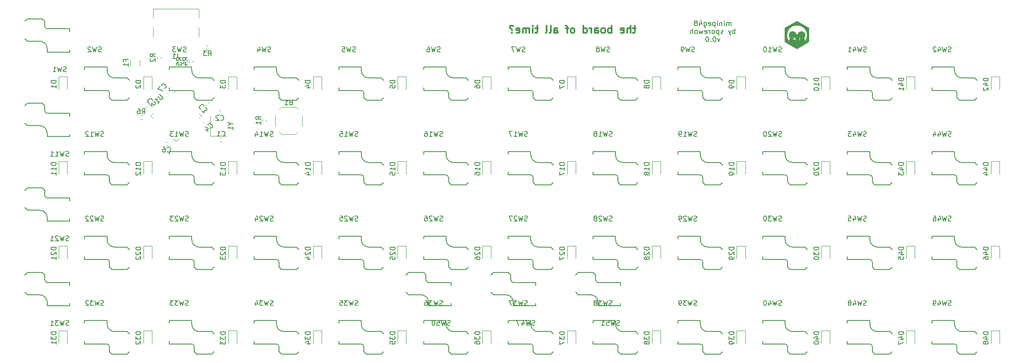
<source format=gbo>
G04 #@! TF.GenerationSoftware,KiCad,Pcbnew,(6.0.4-0)*
G04 #@! TF.CreationDate,2023-09-21T22:36:30-05:00*
G04 #@! TF.ProjectId,dogema48_cfx,646f6765-6d61-4343-985f-6366782e6b69,rev?*
G04 #@! TF.SameCoordinates,Original*
G04 #@! TF.FileFunction,Legend,Bot*
G04 #@! TF.FilePolarity,Positive*
%FSLAX45Y45*%
G04 Gerber Fmt 4.5, Leading zero omitted, Abs format (unit mm)*
G04 Created by KiCad (PCBNEW (6.0.4-0)) date 2023-09-21 22:36:30*
%MOMM*%
%LPD*%
G01*
G04 APERTURE LIST*
%ADD10C,0.004500*%
%ADD11C,0.150000*%
%ADD12C,0.300000*%
%ADD13C,0.120000*%
G04 APERTURE END LIST*
D10*
G36*
X23573718Y-2122620D02*
G01*
X23330632Y-1982274D01*
X23330632Y-1846286D01*
X23371467Y-1846286D01*
X23371652Y-1855001D01*
X23372201Y-1863622D01*
X23373107Y-1872141D01*
X23374362Y-1880552D01*
X23375959Y-1888847D01*
X23377891Y-1897018D01*
X23380150Y-1905058D01*
X23382728Y-1912959D01*
X23385618Y-1920714D01*
X23388813Y-1928316D01*
X23392305Y-1935757D01*
X23396087Y-1943029D01*
X23400151Y-1950125D01*
X23404490Y-1957038D01*
X23409096Y-1963761D01*
X23413962Y-1970285D01*
X23414666Y-1965420D01*
X23415514Y-1960603D01*
X23416503Y-1955837D01*
X23417632Y-1951123D01*
X23418898Y-1946464D01*
X23420299Y-1941861D01*
X23421797Y-1937422D01*
X23490138Y-1937422D01*
X23490153Y-1937778D01*
X23490185Y-1938134D01*
X23490233Y-1938487D01*
X23490298Y-1938839D01*
X23490380Y-1939188D01*
X23490478Y-1939533D01*
X23490592Y-1939875D01*
X23490723Y-1940211D01*
X23490871Y-1940543D01*
X23491035Y-1940868D01*
X23491216Y-1941187D01*
X23491413Y-1941499D01*
X23491627Y-1941803D01*
X23491857Y-1942099D01*
X23492104Y-1942385D01*
X23492368Y-1942662D01*
X23492644Y-1942926D01*
X23492931Y-1943173D01*
X23493226Y-1943403D01*
X23493530Y-1943617D01*
X23493842Y-1943814D01*
X23494161Y-1943995D01*
X23494487Y-1944159D01*
X23494818Y-1944306D01*
X23495155Y-1944438D01*
X23495496Y-1944552D01*
X23495842Y-1944650D01*
X23496191Y-1944731D01*
X23496542Y-1944796D01*
X23496896Y-1944844D01*
X23497251Y-1944876D01*
X23497607Y-1944891D01*
X23497964Y-1944890D01*
X23498320Y-1944872D01*
X23498675Y-1944837D01*
X23499028Y-1944786D01*
X23499380Y-1944719D01*
X23499728Y-1944635D01*
X23500073Y-1944534D01*
X23500413Y-1944417D01*
X23500749Y-1944283D01*
X23501080Y-1944132D01*
X23501404Y-1943965D01*
X23501722Y-1943782D01*
X23502033Y-1943582D01*
X23502335Y-1943365D01*
X23502629Y-1943132D01*
X23502914Y-1942882D01*
X23502915Y-1942883D01*
X23502915Y-1942884D01*
X23502917Y-1942885D01*
X23502918Y-1942886D01*
X23502919Y-1942887D01*
X23503144Y-1942662D01*
X23520020Y-1925786D01*
X23537122Y-1942887D01*
X23537124Y-1942885D01*
X23537125Y-1942884D01*
X23537127Y-1942882D01*
X23537411Y-1943132D01*
X23537706Y-1943365D01*
X23538008Y-1943582D01*
X23538319Y-1943782D01*
X23538637Y-1943965D01*
X23538961Y-1944132D01*
X23539291Y-1944283D01*
X23539627Y-1944417D01*
X23539968Y-1944534D01*
X23540313Y-1944635D01*
X23540661Y-1944719D01*
X23541012Y-1944786D01*
X23541366Y-1944837D01*
X23541721Y-1944872D01*
X23542077Y-1944890D01*
X23542433Y-1944891D01*
X23542789Y-1944876D01*
X23543145Y-1944844D01*
X23543498Y-1944796D01*
X23543850Y-1944731D01*
X23544199Y-1944650D01*
X23544544Y-1944552D01*
X23544886Y-1944438D01*
X23545222Y-1944306D01*
X23545554Y-1944159D01*
X23545879Y-1943995D01*
X23546198Y-1943814D01*
X23546510Y-1943617D01*
X23546814Y-1943403D01*
X23547110Y-1943173D01*
X23547396Y-1942926D01*
X23547673Y-1942662D01*
X23547937Y-1942385D01*
X23548184Y-1942099D01*
X23548414Y-1941803D01*
X23548628Y-1941499D01*
X23548825Y-1941187D01*
X23549006Y-1940868D01*
X23549170Y-1940543D01*
X23549318Y-1940211D01*
X23549449Y-1939875D01*
X23549563Y-1939533D01*
X23549661Y-1939188D01*
X23549742Y-1938839D01*
X23549807Y-1938487D01*
X23549856Y-1938134D01*
X23549887Y-1937778D01*
X23549902Y-1937422D01*
X23549901Y-1937066D01*
X23549883Y-1936710D01*
X23549849Y-1936355D01*
X23549798Y-1936001D01*
X23549730Y-1935650D01*
X23549646Y-1935302D01*
X23549545Y-1934957D01*
X23549428Y-1934616D01*
X23549294Y-1934280D01*
X23549144Y-1933950D01*
X23548977Y-1933625D01*
X23548793Y-1933308D01*
X23548593Y-1932997D01*
X23548376Y-1932694D01*
X23548143Y-1932400D01*
X23547894Y-1932115D01*
X23547898Y-1932111D01*
X23530797Y-1915009D01*
X23588308Y-1915009D01*
X23588317Y-1915391D01*
X23588345Y-1915768D01*
X23588391Y-1916140D01*
X23588455Y-1916507D01*
X23588536Y-1916867D01*
X23588634Y-1917220D01*
X23588748Y-1917566D01*
X23588878Y-1917905D01*
X23589023Y-1918236D01*
X23589184Y-1918558D01*
X23589359Y-1918872D01*
X23589548Y-1919176D01*
X23589751Y-1919470D01*
X23589967Y-1919754D01*
X23590195Y-1920028D01*
X23590437Y-1920291D01*
X23590690Y-1920542D01*
X23590954Y-1920781D01*
X23591230Y-1921008D01*
X23591516Y-1921221D01*
X23591812Y-1921422D01*
X23592117Y-1921609D01*
X23592433Y-1921781D01*
X23592756Y-1921939D01*
X23593088Y-1922082D01*
X23593429Y-1922209D01*
X23593776Y-1922321D01*
X23594130Y-1922416D01*
X23594492Y-1922494D01*
X23594859Y-1922555D01*
X23595231Y-1922598D01*
X23595610Y-1922623D01*
X23595610Y-1922629D01*
X23619795Y-1922629D01*
X23619795Y-1946814D01*
X23619801Y-1946814D01*
X23619826Y-1947192D01*
X23619869Y-1947565D01*
X23619930Y-1947932D01*
X23620008Y-1948293D01*
X23620103Y-1948648D01*
X23620215Y-1948995D01*
X23620342Y-1949335D01*
X23620485Y-1949668D01*
X23620643Y-1949991D01*
X23620815Y-1950306D01*
X23621002Y-1950612D01*
X23621203Y-1950908D01*
X23621416Y-1951194D01*
X23621643Y-1951470D01*
X23621882Y-1951734D01*
X23622133Y-1951987D01*
X23622396Y-1952228D01*
X23622670Y-1952457D01*
X23622954Y-1952673D01*
X23623248Y-1952876D01*
X23623552Y-1953065D01*
X23623866Y-1953240D01*
X23624188Y-1953401D01*
X23624519Y-1953546D01*
X23624858Y-1953676D01*
X23625204Y-1953790D01*
X23625557Y-1953888D01*
X23625917Y-1953969D01*
X23626284Y-1954033D01*
X23626655Y-1954079D01*
X23627033Y-1954107D01*
X23627415Y-1954116D01*
X23627797Y-1954107D01*
X23628174Y-1954079D01*
X23628546Y-1954033D01*
X23628912Y-1953969D01*
X23629272Y-1953888D01*
X23629625Y-1953790D01*
X23629972Y-1953676D01*
X23630310Y-1953546D01*
X23630641Y-1953401D01*
X23630964Y-1953240D01*
X23631277Y-1953065D01*
X23631581Y-1952876D01*
X23631876Y-1952673D01*
X23632160Y-1952457D01*
X23632434Y-1952228D01*
X23632696Y-1951987D01*
X23632947Y-1951734D01*
X23633186Y-1951470D01*
X23633413Y-1951194D01*
X23633627Y-1950908D01*
X23633827Y-1950612D01*
X23634014Y-1950306D01*
X23634187Y-1949991D01*
X23634345Y-1949668D01*
X23634488Y-1949335D01*
X23634615Y-1948995D01*
X23634726Y-1948648D01*
X23634821Y-1948293D01*
X23634899Y-1947932D01*
X23634960Y-1947565D01*
X23635003Y-1947192D01*
X23635028Y-1946814D01*
X23635035Y-1946814D01*
X23635035Y-1922629D01*
X23659220Y-1922629D01*
X23659220Y-1922623D01*
X23659598Y-1922598D01*
X23659971Y-1922555D01*
X23660338Y-1922494D01*
X23660699Y-1922416D01*
X23661053Y-1922321D01*
X23661401Y-1922209D01*
X23661741Y-1922082D01*
X23662073Y-1921939D01*
X23662397Y-1921781D01*
X23662712Y-1921609D01*
X23663018Y-1921422D01*
X23663314Y-1921221D01*
X23663600Y-1921008D01*
X23663875Y-1920781D01*
X23664140Y-1920542D01*
X23664393Y-1920291D01*
X23664634Y-1920028D01*
X23664863Y-1919754D01*
X23665079Y-1919470D01*
X23665282Y-1919176D01*
X23665471Y-1918872D01*
X23665646Y-1918558D01*
X23665806Y-1918236D01*
X23665952Y-1917905D01*
X23666082Y-1917566D01*
X23666196Y-1917220D01*
X23666293Y-1916867D01*
X23666374Y-1916507D01*
X23666438Y-1916140D01*
X23666484Y-1915768D01*
X23666512Y-1915391D01*
X23666522Y-1915009D01*
X23666512Y-1914627D01*
X23666484Y-1914250D01*
X23666438Y-1913878D01*
X23666374Y-1913512D01*
X23666293Y-1913152D01*
X23666196Y-1912799D01*
X23666082Y-1912452D01*
X23665952Y-1912114D01*
X23665806Y-1911783D01*
X23665646Y-1911460D01*
X23665471Y-1911147D01*
X23665282Y-1910843D01*
X23665079Y-1910548D01*
X23664863Y-1910264D01*
X23664634Y-1909990D01*
X23664393Y-1909728D01*
X23664140Y-1909477D01*
X23663875Y-1909238D01*
X23663600Y-1909011D01*
X23663314Y-1908797D01*
X23663018Y-1908597D01*
X23662712Y-1908410D01*
X23662397Y-1908237D01*
X23662073Y-1908079D01*
X23661741Y-1907936D01*
X23661401Y-1907809D01*
X23661053Y-1907698D01*
X23660699Y-1907603D01*
X23660338Y-1907525D01*
X23659971Y-1907464D01*
X23659598Y-1907421D01*
X23659220Y-1907396D01*
X23659220Y-1907389D01*
X23635035Y-1907389D01*
X23635035Y-1883204D01*
X23635028Y-1883204D01*
X23635003Y-1882826D01*
X23634960Y-1882453D01*
X23634899Y-1882086D01*
X23634821Y-1881725D01*
X23634726Y-1881370D01*
X23634615Y-1881023D01*
X23634488Y-1880683D01*
X23634345Y-1880351D01*
X23634187Y-1880027D01*
X23634014Y-1879712D01*
X23633827Y-1879406D01*
X23633627Y-1879110D01*
X23633413Y-1878824D01*
X23633186Y-1878549D01*
X23632947Y-1878284D01*
X23632696Y-1878031D01*
X23632434Y-1877790D01*
X23632160Y-1877561D01*
X23631876Y-1877345D01*
X23631581Y-1877142D01*
X23631277Y-1876953D01*
X23630964Y-1876778D01*
X23630641Y-1876618D01*
X23630310Y-1876472D01*
X23629972Y-1876342D01*
X23629625Y-1876228D01*
X23629272Y-1876130D01*
X23628912Y-1876049D01*
X23628546Y-1875986D01*
X23628174Y-1875940D01*
X23627797Y-1875912D01*
X23627415Y-1875902D01*
X23627033Y-1875912D01*
X23626655Y-1875940D01*
X23626284Y-1875986D01*
X23625917Y-1876049D01*
X23625557Y-1876130D01*
X23625204Y-1876228D01*
X23624858Y-1876342D01*
X23624519Y-1876472D01*
X23624188Y-1876618D01*
X23623866Y-1876778D01*
X23623552Y-1876953D01*
X23623248Y-1877142D01*
X23622954Y-1877345D01*
X23622669Y-1877561D01*
X23622396Y-1877790D01*
X23622133Y-1878031D01*
X23621882Y-1878284D01*
X23621643Y-1878549D01*
X23621416Y-1878824D01*
X23621203Y-1879110D01*
X23621002Y-1879406D01*
X23620815Y-1879712D01*
X23620643Y-1880027D01*
X23620485Y-1880351D01*
X23620342Y-1880683D01*
X23620215Y-1881023D01*
X23620103Y-1881370D01*
X23620008Y-1881725D01*
X23619930Y-1882086D01*
X23619869Y-1882453D01*
X23619826Y-1882826D01*
X23619801Y-1883204D01*
X23619795Y-1883204D01*
X23619795Y-1907389D01*
X23595918Y-1907389D01*
X23595610Y-1907389D01*
X23595610Y-1907396D01*
X23595231Y-1907421D01*
X23594859Y-1907464D01*
X23594492Y-1907525D01*
X23594130Y-1907603D01*
X23593776Y-1907698D01*
X23593429Y-1907809D01*
X23593088Y-1907936D01*
X23592756Y-1908079D01*
X23592433Y-1908237D01*
X23592117Y-1908410D01*
X23591812Y-1908597D01*
X23591516Y-1908797D01*
X23591230Y-1909011D01*
X23590954Y-1909238D01*
X23590690Y-1909477D01*
X23590437Y-1909728D01*
X23590195Y-1909990D01*
X23589967Y-1910264D01*
X23589751Y-1910548D01*
X23589548Y-1910843D01*
X23589359Y-1911147D01*
X23589184Y-1911460D01*
X23589023Y-1911783D01*
X23588878Y-1912114D01*
X23588748Y-1912452D01*
X23588634Y-1912799D01*
X23588536Y-1913152D01*
X23588455Y-1913512D01*
X23588391Y-1913878D01*
X23588345Y-1914250D01*
X23588317Y-1914627D01*
X23588308Y-1915009D01*
X23530797Y-1915009D01*
X23547673Y-1898133D01*
X23547898Y-1897908D01*
X23547894Y-1897903D01*
X23548143Y-1897618D01*
X23548376Y-1897324D01*
X23548593Y-1897021D01*
X23548793Y-1896711D01*
X23548977Y-1896393D01*
X23549144Y-1896069D01*
X23549294Y-1895738D01*
X23549428Y-1895402D01*
X23549545Y-1895062D01*
X23549646Y-1894717D01*
X23549730Y-1894368D01*
X23549798Y-1894017D01*
X23549849Y-1893664D01*
X23549883Y-1893309D01*
X23549901Y-1892953D01*
X23549902Y-1892596D01*
X23549887Y-1892240D01*
X23549856Y-1891885D01*
X23549807Y-1891531D01*
X23549742Y-1891179D01*
X23549661Y-1890831D01*
X23549563Y-1890485D01*
X23549449Y-1890144D01*
X23549318Y-1889807D01*
X23549170Y-1889476D01*
X23549006Y-1889150D01*
X23548825Y-1888831D01*
X23548628Y-1888519D01*
X23548414Y-1888215D01*
X23548184Y-1887920D01*
X23547937Y-1887633D01*
X23547673Y-1887356D01*
X23547396Y-1887093D01*
X23547110Y-1886846D01*
X23546814Y-1886616D01*
X23546510Y-1886402D01*
X23546198Y-1886204D01*
X23545879Y-1886024D01*
X23545554Y-1885860D01*
X23545222Y-1885712D01*
X23544886Y-1885581D01*
X23544544Y-1885466D01*
X23544199Y-1885368D01*
X23543850Y-1885287D01*
X23543498Y-1885222D01*
X23543145Y-1885174D01*
X23542789Y-1885142D01*
X23542433Y-1885127D01*
X23542077Y-1885129D01*
X23541721Y-1885146D01*
X23541366Y-1885181D01*
X23541012Y-1885232D01*
X23540661Y-1885300D01*
X23540313Y-1885384D01*
X23539968Y-1885485D01*
X23539627Y-1885602D01*
X23539291Y-1885736D01*
X23538961Y-1885886D01*
X23538637Y-1886053D01*
X23538319Y-1886236D01*
X23538008Y-1886437D01*
X23537706Y-1886653D01*
X23537411Y-1886886D01*
X23537127Y-1887136D01*
X23537122Y-1887131D01*
X23536897Y-1887356D01*
X23520020Y-1904233D01*
X23503144Y-1887356D01*
X23503140Y-1887353D01*
X23503139Y-1887351D01*
X23503137Y-1887350D01*
X23502919Y-1887131D01*
X23502914Y-1887136D01*
X23502629Y-1886886D01*
X23502335Y-1886653D01*
X23502033Y-1886437D01*
X23501722Y-1886236D01*
X23501404Y-1886053D01*
X23501080Y-1885886D01*
X23500749Y-1885736D01*
X23500413Y-1885602D01*
X23500073Y-1885485D01*
X23499728Y-1885384D01*
X23499380Y-1885300D01*
X23499028Y-1885232D01*
X23498675Y-1885181D01*
X23498320Y-1885146D01*
X23497964Y-1885129D01*
X23497607Y-1885127D01*
X23497251Y-1885142D01*
X23496896Y-1885174D01*
X23496542Y-1885222D01*
X23496191Y-1885287D01*
X23495842Y-1885369D01*
X23495496Y-1885466D01*
X23495155Y-1885581D01*
X23494818Y-1885712D01*
X23494487Y-1885860D01*
X23494161Y-1886024D01*
X23493842Y-1886205D01*
X23493530Y-1886402D01*
X23493226Y-1886616D01*
X23492931Y-1886846D01*
X23492644Y-1887093D01*
X23492368Y-1887356D01*
X23492104Y-1887633D01*
X23491857Y-1887920D01*
X23491627Y-1888215D01*
X23491413Y-1888519D01*
X23491216Y-1888831D01*
X23491035Y-1889150D01*
X23490871Y-1889476D01*
X23490723Y-1889807D01*
X23490592Y-1890144D01*
X23490478Y-1890485D01*
X23490380Y-1890831D01*
X23490298Y-1891180D01*
X23490233Y-1891531D01*
X23490185Y-1891885D01*
X23490153Y-1892240D01*
X23490138Y-1892596D01*
X23490140Y-1892953D01*
X23490158Y-1893309D01*
X23490192Y-1893664D01*
X23490243Y-1894017D01*
X23490311Y-1894368D01*
X23490395Y-1894717D01*
X23490496Y-1895062D01*
X23490613Y-1895402D01*
X23490747Y-1895738D01*
X23490897Y-1896069D01*
X23491064Y-1896393D01*
X23491248Y-1896711D01*
X23491448Y-1897021D01*
X23491664Y-1897324D01*
X23491897Y-1897618D01*
X23492147Y-1897903D01*
X23492145Y-1897905D01*
X23492144Y-1897907D01*
X23492143Y-1897908D01*
X23492368Y-1898133D01*
X23509244Y-1915009D01*
X23492368Y-1931886D01*
X23492143Y-1932111D01*
X23492147Y-1932115D01*
X23491897Y-1932400D01*
X23491664Y-1932694D01*
X23491448Y-1932997D01*
X23491248Y-1933308D01*
X23491064Y-1933625D01*
X23490897Y-1933950D01*
X23490747Y-1934280D01*
X23490613Y-1934616D01*
X23490496Y-1934957D01*
X23490395Y-1935302D01*
X23490311Y-1935650D01*
X23490243Y-1936001D01*
X23490192Y-1936355D01*
X23490158Y-1936710D01*
X23490140Y-1937066D01*
X23490138Y-1937422D01*
X23421797Y-1937422D01*
X23421832Y-1937318D01*
X23423496Y-1932836D01*
X23425288Y-1928419D01*
X23427206Y-1924067D01*
X23429248Y-1919783D01*
X23431410Y-1915570D01*
X23433692Y-1911430D01*
X23436090Y-1907365D01*
X23438603Y-1903377D01*
X23441229Y-1899469D01*
X23438045Y-1896907D01*
X23435013Y-1894172D01*
X23432140Y-1891272D01*
X23429434Y-1888215D01*
X23426901Y-1885007D01*
X23424549Y-1881656D01*
X23422386Y-1878170D01*
X23420420Y-1874556D01*
X23418656Y-1870821D01*
X23417104Y-1866974D01*
X23415770Y-1863020D01*
X23414662Y-1858969D01*
X23413787Y-1854826D01*
X23413153Y-1850600D01*
X23412768Y-1846299D01*
X23412637Y-1841929D01*
X23412731Y-1838214D01*
X23413010Y-1834549D01*
X23413470Y-1830936D01*
X23414105Y-1827381D01*
X23414912Y-1823889D01*
X23415886Y-1820463D01*
X23417021Y-1817108D01*
X23418315Y-1813829D01*
X23419762Y-1810631D01*
X23421357Y-1807517D01*
X23423096Y-1804493D01*
X23424975Y-1801563D01*
X23426989Y-1798732D01*
X23429134Y-1796004D01*
X23431404Y-1793383D01*
X23433795Y-1790875D01*
X23436304Y-1788483D01*
X23438924Y-1786213D01*
X23441653Y-1784069D01*
X23444484Y-1782055D01*
X23447414Y-1780176D01*
X23450438Y-1778436D01*
X23453551Y-1776841D01*
X23456750Y-1775394D01*
X23460029Y-1774101D01*
X23463383Y-1772965D01*
X23466809Y-1771991D01*
X23470302Y-1771185D01*
X23473857Y-1770549D01*
X23477469Y-1770090D01*
X23481135Y-1769811D01*
X23484849Y-1769717D01*
X23488217Y-1769794D01*
X23491546Y-1770024D01*
X23494831Y-1770402D01*
X23498071Y-1770926D01*
X23501260Y-1771592D01*
X23504397Y-1772397D01*
X23507477Y-1773337D01*
X23510497Y-1774410D01*
X23513454Y-1775611D01*
X23516345Y-1776937D01*
X23519165Y-1778385D01*
X23521912Y-1779951D01*
X23524583Y-1781633D01*
X23527173Y-1783426D01*
X23529679Y-1785327D01*
X23532099Y-1787333D01*
X23534428Y-1789441D01*
X23536664Y-1791647D01*
X23538803Y-1793948D01*
X23540841Y-1796340D01*
X23542775Y-1798820D01*
X23544602Y-1801385D01*
X23546318Y-1804030D01*
X23547921Y-1806754D01*
X23549406Y-1809552D01*
X23550770Y-1812421D01*
X23552010Y-1815358D01*
X23553122Y-1818359D01*
X23554104Y-1821421D01*
X23554951Y-1824541D01*
X23555661Y-1827714D01*
X23556229Y-1830938D01*
X23558388Y-1830720D01*
X23560554Y-1830530D01*
X23562729Y-1830368D01*
X23564912Y-1830236D01*
X23567102Y-1830132D01*
X23569300Y-1830058D01*
X23571505Y-1830014D01*
X23573718Y-1829999D01*
X23576090Y-1830016D01*
X23578454Y-1830067D01*
X23580810Y-1830152D01*
X23583157Y-1830271D01*
X23585495Y-1830423D01*
X23587824Y-1830609D01*
X23590144Y-1830827D01*
X23592454Y-1831078D01*
X23593058Y-1827898D01*
X23593800Y-1824768D01*
X23594676Y-1821693D01*
X23595683Y-1818674D01*
X23596817Y-1815717D01*
X23598076Y-1812823D01*
X23599456Y-1809997D01*
X23600954Y-1807241D01*
X23602566Y-1804559D01*
X23604290Y-1801954D01*
X23606121Y-1799429D01*
X23608057Y-1796988D01*
X23610095Y-1794634D01*
X23612230Y-1792370D01*
X23614461Y-1790200D01*
X23616782Y-1788127D01*
X23619192Y-1786153D01*
X23621687Y-1784284D01*
X23624263Y-1782521D01*
X23626918Y-1780868D01*
X23629648Y-1779328D01*
X23632449Y-1777905D01*
X23635319Y-1776602D01*
X23638253Y-1775422D01*
X23641250Y-1774368D01*
X23644305Y-1773445D01*
X23647416Y-1772654D01*
X23650578Y-1772000D01*
X23653789Y-1771485D01*
X23657046Y-1771113D01*
X23660344Y-1770888D01*
X23663681Y-1770812D01*
X23667395Y-1770906D01*
X23671061Y-1771185D01*
X23674674Y-1771645D01*
X23678228Y-1772280D01*
X23681721Y-1773087D01*
X23685147Y-1774060D01*
X23688502Y-1775196D01*
X23691781Y-1776490D01*
X23694979Y-1777937D01*
X23698093Y-1779532D01*
X23701117Y-1781271D01*
X23704047Y-1783150D01*
X23706878Y-1785164D01*
X23709606Y-1787308D01*
X23712227Y-1789579D01*
X23714735Y-1791970D01*
X23717127Y-1794479D01*
X23719397Y-1797099D01*
X23721541Y-1799827D01*
X23723555Y-1802659D01*
X23725434Y-1805589D01*
X23727173Y-1808613D01*
X23728769Y-1811726D01*
X23730215Y-1814925D01*
X23731509Y-1818203D01*
X23732645Y-1821558D01*
X23733618Y-1824984D01*
X23734425Y-1828477D01*
X23735061Y-1832032D01*
X23735520Y-1835644D01*
X23735799Y-1839310D01*
X23735893Y-1843024D01*
X23735893Y-1843024D01*
X23735762Y-1847413D01*
X23735373Y-1851733D01*
X23734733Y-1855976D01*
X23733851Y-1860135D01*
X23732734Y-1864202D01*
X23731389Y-1868170D01*
X23729824Y-1872032D01*
X23728046Y-1875779D01*
X23726063Y-1879404D01*
X23723883Y-1882900D01*
X23721513Y-1886259D01*
X23718960Y-1889473D01*
X23716233Y-1892535D01*
X23713338Y-1895438D01*
X23710283Y-1898174D01*
X23707075Y-1900736D01*
X23709613Y-1904589D01*
X23712041Y-1908518D01*
X23714360Y-1912521D01*
X23715707Y-1915009D01*
X23716565Y-1916595D01*
X23718656Y-1920738D01*
X23720630Y-1924949D01*
X23722485Y-1929225D01*
X23724219Y-1933563D01*
X23725830Y-1937963D01*
X23727315Y-1942421D01*
X23728672Y-1946936D01*
X23729900Y-1951506D01*
X23730997Y-1956127D01*
X23731959Y-1960799D01*
X23732785Y-1965519D01*
X23733473Y-1970285D01*
X23738339Y-1963761D01*
X23742945Y-1957038D01*
X23747284Y-1950125D01*
X23751348Y-1943029D01*
X23755130Y-1935757D01*
X23758622Y-1928316D01*
X23761817Y-1920714D01*
X23764707Y-1912959D01*
X23767285Y-1905058D01*
X23769544Y-1897018D01*
X23771476Y-1888847D01*
X23773073Y-1880552D01*
X23774328Y-1872141D01*
X23775234Y-1863622D01*
X23775783Y-1855001D01*
X23775968Y-1846286D01*
X23775705Y-1835884D01*
X23774923Y-1825617D01*
X23773636Y-1815499D01*
X23771857Y-1805542D01*
X23769597Y-1795760D01*
X23766870Y-1786165D01*
X23763689Y-1776769D01*
X23760066Y-1767586D01*
X23756014Y-1758627D01*
X23751546Y-1749907D01*
X23746674Y-1741438D01*
X23741412Y-1733231D01*
X23735771Y-1725301D01*
X23729765Y-1717660D01*
X23723407Y-1710321D01*
X23716709Y-1703295D01*
X23709683Y-1696597D01*
X23702344Y-1690239D01*
X23694702Y-1684233D01*
X23686772Y-1678592D01*
X23678566Y-1673330D01*
X23670097Y-1668458D01*
X23661376Y-1663990D01*
X23652418Y-1659938D01*
X23643235Y-1656315D01*
X23633839Y-1653134D01*
X23624244Y-1650407D01*
X23614461Y-1648147D01*
X23604505Y-1646368D01*
X23594387Y-1645081D01*
X23584120Y-1644299D01*
X23573718Y-1644036D01*
X23563315Y-1644299D01*
X23553048Y-1645081D01*
X23542930Y-1646368D01*
X23532974Y-1648147D01*
X23523191Y-1650407D01*
X23513596Y-1653134D01*
X23504200Y-1656315D01*
X23495017Y-1659938D01*
X23486059Y-1663990D01*
X23477338Y-1668458D01*
X23468869Y-1673330D01*
X23460663Y-1678592D01*
X23452733Y-1684233D01*
X23445091Y-1690239D01*
X23437752Y-1696597D01*
X23430726Y-1703295D01*
X23424028Y-1710321D01*
X23417670Y-1717660D01*
X23411664Y-1725301D01*
X23406023Y-1733231D01*
X23400761Y-1741438D01*
X23395889Y-1749907D01*
X23391421Y-1758627D01*
X23387369Y-1767586D01*
X23383746Y-1776769D01*
X23380565Y-1786165D01*
X23377838Y-1795760D01*
X23375578Y-1805542D01*
X23373799Y-1815499D01*
X23372512Y-1825617D01*
X23371730Y-1835884D01*
X23371467Y-1846286D01*
X23330632Y-1846286D01*
X23330632Y-1701583D01*
X23573717Y-1561237D01*
X23816803Y-1701583D01*
X23816803Y-1846286D01*
X23816803Y-1982275D01*
X23573718Y-2122620D01*
G37*
X23573718Y-2122620D02*
X23330632Y-1982274D01*
X23330632Y-1846286D01*
X23371467Y-1846286D01*
X23371652Y-1855001D01*
X23372201Y-1863622D01*
X23373107Y-1872141D01*
X23374362Y-1880552D01*
X23375959Y-1888847D01*
X23377891Y-1897018D01*
X23380150Y-1905058D01*
X23382728Y-1912959D01*
X23385618Y-1920714D01*
X23388813Y-1928316D01*
X23392305Y-1935757D01*
X23396087Y-1943029D01*
X23400151Y-1950125D01*
X23404490Y-1957038D01*
X23409096Y-1963761D01*
X23413962Y-1970285D01*
X23414666Y-1965420D01*
X23415514Y-1960603D01*
X23416503Y-1955837D01*
X23417632Y-1951123D01*
X23418898Y-1946464D01*
X23420299Y-1941861D01*
X23421797Y-1937422D01*
X23490138Y-1937422D01*
X23490153Y-1937778D01*
X23490185Y-1938134D01*
X23490233Y-1938487D01*
X23490298Y-1938839D01*
X23490380Y-1939188D01*
X23490478Y-1939533D01*
X23490592Y-1939875D01*
X23490723Y-1940211D01*
X23490871Y-1940543D01*
X23491035Y-1940868D01*
X23491216Y-1941187D01*
X23491413Y-1941499D01*
X23491627Y-1941803D01*
X23491857Y-1942099D01*
X23492104Y-1942385D01*
X23492368Y-1942662D01*
X23492644Y-1942926D01*
X23492931Y-1943173D01*
X23493226Y-1943403D01*
X23493530Y-1943617D01*
X23493842Y-1943814D01*
X23494161Y-1943995D01*
X23494487Y-1944159D01*
X23494818Y-1944306D01*
X23495155Y-1944438D01*
X23495496Y-1944552D01*
X23495842Y-1944650D01*
X23496191Y-1944731D01*
X23496542Y-1944796D01*
X23496896Y-1944844D01*
X23497251Y-1944876D01*
X23497607Y-1944891D01*
X23497964Y-1944890D01*
X23498320Y-1944872D01*
X23498675Y-1944837D01*
X23499028Y-1944786D01*
X23499380Y-1944719D01*
X23499728Y-1944635D01*
X23500073Y-1944534D01*
X23500413Y-1944417D01*
X23500749Y-1944283D01*
X23501080Y-1944132D01*
X23501404Y-1943965D01*
X23501722Y-1943782D01*
X23502033Y-1943582D01*
X23502335Y-1943365D01*
X23502629Y-1943132D01*
X23502914Y-1942882D01*
X23502915Y-1942883D01*
X23502915Y-1942884D01*
X23502917Y-1942885D01*
X23502918Y-1942886D01*
X23502919Y-1942887D01*
X23503144Y-1942662D01*
X23520020Y-1925786D01*
X23537122Y-1942887D01*
X23537124Y-1942885D01*
X23537125Y-1942884D01*
X23537127Y-1942882D01*
X23537411Y-1943132D01*
X23537706Y-1943365D01*
X23538008Y-1943582D01*
X23538319Y-1943782D01*
X23538637Y-1943965D01*
X23538961Y-1944132D01*
X23539291Y-1944283D01*
X23539627Y-1944417D01*
X23539968Y-1944534D01*
X23540313Y-1944635D01*
X23540661Y-1944719D01*
X23541012Y-1944786D01*
X23541366Y-1944837D01*
X23541721Y-1944872D01*
X23542077Y-1944890D01*
X23542433Y-1944891D01*
X23542789Y-1944876D01*
X23543145Y-1944844D01*
X23543498Y-1944796D01*
X23543850Y-1944731D01*
X23544199Y-1944650D01*
X23544544Y-1944552D01*
X23544886Y-1944438D01*
X23545222Y-1944306D01*
X23545554Y-1944159D01*
X23545879Y-1943995D01*
X23546198Y-1943814D01*
X23546510Y-1943617D01*
X23546814Y-1943403D01*
X23547110Y-1943173D01*
X23547396Y-1942926D01*
X23547673Y-1942662D01*
X23547937Y-1942385D01*
X23548184Y-1942099D01*
X23548414Y-1941803D01*
X23548628Y-1941499D01*
X23548825Y-1941187D01*
X23549006Y-1940868D01*
X23549170Y-1940543D01*
X23549318Y-1940211D01*
X23549449Y-1939875D01*
X23549563Y-1939533D01*
X23549661Y-1939188D01*
X23549742Y-1938839D01*
X23549807Y-1938487D01*
X23549856Y-1938134D01*
X23549887Y-1937778D01*
X23549902Y-1937422D01*
X23549901Y-1937066D01*
X23549883Y-1936710D01*
X23549849Y-1936355D01*
X23549798Y-1936001D01*
X23549730Y-1935650D01*
X23549646Y-1935302D01*
X23549545Y-1934957D01*
X23549428Y-1934616D01*
X23549294Y-1934280D01*
X23549144Y-1933950D01*
X23548977Y-1933625D01*
X23548793Y-1933308D01*
X23548593Y-1932997D01*
X23548376Y-1932694D01*
X23548143Y-1932400D01*
X23547894Y-1932115D01*
X23547898Y-1932111D01*
X23530797Y-1915009D01*
X23588308Y-1915009D01*
X23588317Y-1915391D01*
X23588345Y-1915768D01*
X23588391Y-1916140D01*
X23588455Y-1916507D01*
X23588536Y-1916867D01*
X23588634Y-1917220D01*
X23588748Y-1917566D01*
X23588878Y-1917905D01*
X23589023Y-1918236D01*
X23589184Y-1918558D01*
X23589359Y-1918872D01*
X23589548Y-1919176D01*
X23589751Y-1919470D01*
X23589967Y-1919754D01*
X23590195Y-1920028D01*
X23590437Y-1920291D01*
X23590690Y-1920542D01*
X23590954Y-1920781D01*
X23591230Y-1921008D01*
X23591516Y-1921221D01*
X23591812Y-1921422D01*
X23592117Y-1921609D01*
X23592433Y-1921781D01*
X23592756Y-1921939D01*
X23593088Y-1922082D01*
X23593429Y-1922209D01*
X23593776Y-1922321D01*
X23594130Y-1922416D01*
X23594492Y-1922494D01*
X23594859Y-1922555D01*
X23595231Y-1922598D01*
X23595610Y-1922623D01*
X23595610Y-1922629D01*
X23619795Y-1922629D01*
X23619795Y-1946814D01*
X23619801Y-1946814D01*
X23619826Y-1947192D01*
X23619869Y-1947565D01*
X23619930Y-1947932D01*
X23620008Y-1948293D01*
X23620103Y-1948648D01*
X23620215Y-1948995D01*
X23620342Y-1949335D01*
X23620485Y-1949668D01*
X23620643Y-1949991D01*
X23620815Y-1950306D01*
X23621002Y-1950612D01*
X23621203Y-1950908D01*
X23621416Y-1951194D01*
X23621643Y-1951470D01*
X23621882Y-1951734D01*
X23622133Y-1951987D01*
X23622396Y-1952228D01*
X23622670Y-1952457D01*
X23622954Y-1952673D01*
X23623248Y-1952876D01*
X23623552Y-1953065D01*
X23623866Y-1953240D01*
X23624188Y-1953401D01*
X23624519Y-1953546D01*
X23624858Y-1953676D01*
X23625204Y-1953790D01*
X23625557Y-1953888D01*
X23625917Y-1953969D01*
X23626284Y-1954033D01*
X23626655Y-1954079D01*
X23627033Y-1954107D01*
X23627415Y-1954116D01*
X23627797Y-1954107D01*
X23628174Y-1954079D01*
X23628546Y-1954033D01*
X23628912Y-1953969D01*
X23629272Y-1953888D01*
X23629625Y-1953790D01*
X23629972Y-1953676D01*
X23630310Y-1953546D01*
X23630641Y-1953401D01*
X23630964Y-1953240D01*
X23631277Y-1953065D01*
X23631581Y-1952876D01*
X23631876Y-1952673D01*
X23632160Y-1952457D01*
X23632434Y-1952228D01*
X23632696Y-1951987D01*
X23632947Y-1951734D01*
X23633186Y-1951470D01*
X23633413Y-1951194D01*
X23633627Y-1950908D01*
X23633827Y-1950612D01*
X23634014Y-1950306D01*
X23634187Y-1949991D01*
X23634345Y-1949668D01*
X23634488Y-1949335D01*
X23634615Y-1948995D01*
X23634726Y-1948648D01*
X23634821Y-1948293D01*
X23634899Y-1947932D01*
X23634960Y-1947565D01*
X23635003Y-1947192D01*
X23635028Y-1946814D01*
X23635035Y-1946814D01*
X23635035Y-1922629D01*
X23659220Y-1922629D01*
X23659220Y-1922623D01*
X23659598Y-1922598D01*
X23659971Y-1922555D01*
X23660338Y-1922494D01*
X23660699Y-1922416D01*
X23661053Y-1922321D01*
X23661401Y-1922209D01*
X23661741Y-1922082D01*
X23662073Y-1921939D01*
X23662397Y-1921781D01*
X23662712Y-1921609D01*
X23663018Y-1921422D01*
X23663314Y-1921221D01*
X23663600Y-1921008D01*
X23663875Y-1920781D01*
X23664140Y-1920542D01*
X23664393Y-1920291D01*
X23664634Y-1920028D01*
X23664863Y-1919754D01*
X23665079Y-1919470D01*
X23665282Y-1919176D01*
X23665471Y-1918872D01*
X23665646Y-1918558D01*
X23665806Y-1918236D01*
X23665952Y-1917905D01*
X23666082Y-1917566D01*
X23666196Y-1917220D01*
X23666293Y-1916867D01*
X23666374Y-1916507D01*
X23666438Y-1916140D01*
X23666484Y-1915768D01*
X23666512Y-1915391D01*
X23666522Y-1915009D01*
X23666512Y-1914627D01*
X23666484Y-1914250D01*
X23666438Y-1913878D01*
X23666374Y-1913512D01*
X23666293Y-1913152D01*
X23666196Y-1912799D01*
X23666082Y-1912452D01*
X23665952Y-1912114D01*
X23665806Y-1911783D01*
X23665646Y-1911460D01*
X23665471Y-1911147D01*
X23665282Y-1910843D01*
X23665079Y-1910548D01*
X23664863Y-1910264D01*
X23664634Y-1909990D01*
X23664393Y-1909728D01*
X23664140Y-1909477D01*
X23663875Y-1909238D01*
X23663600Y-1909011D01*
X23663314Y-1908797D01*
X23663018Y-1908597D01*
X23662712Y-1908410D01*
X23662397Y-1908237D01*
X23662073Y-1908079D01*
X23661741Y-1907936D01*
X23661401Y-1907809D01*
X23661053Y-1907698D01*
X23660699Y-1907603D01*
X23660338Y-1907525D01*
X23659971Y-1907464D01*
X23659598Y-1907421D01*
X23659220Y-1907396D01*
X23659220Y-1907389D01*
X23635035Y-1907389D01*
X23635035Y-1883204D01*
X23635028Y-1883204D01*
X23635003Y-1882826D01*
X23634960Y-1882453D01*
X23634899Y-1882086D01*
X23634821Y-1881725D01*
X23634726Y-1881370D01*
X23634615Y-1881023D01*
X23634488Y-1880683D01*
X23634345Y-1880351D01*
X23634187Y-1880027D01*
X23634014Y-1879712D01*
X23633827Y-1879406D01*
X23633627Y-1879110D01*
X23633413Y-1878824D01*
X23633186Y-1878549D01*
X23632947Y-1878284D01*
X23632696Y-1878031D01*
X23632434Y-1877790D01*
X23632160Y-1877561D01*
X23631876Y-1877345D01*
X23631581Y-1877142D01*
X23631277Y-1876953D01*
X23630964Y-1876778D01*
X23630641Y-1876618D01*
X23630310Y-1876472D01*
X23629972Y-1876342D01*
X23629625Y-1876228D01*
X23629272Y-1876130D01*
X23628912Y-1876049D01*
X23628546Y-1875986D01*
X23628174Y-1875940D01*
X23627797Y-1875912D01*
X23627415Y-1875902D01*
X23627033Y-1875912D01*
X23626655Y-1875940D01*
X23626284Y-1875986D01*
X23625917Y-1876049D01*
X23625557Y-1876130D01*
X23625204Y-1876228D01*
X23624858Y-1876342D01*
X23624519Y-1876472D01*
X23624188Y-1876618D01*
X23623866Y-1876778D01*
X23623552Y-1876953D01*
X23623248Y-1877142D01*
X23622954Y-1877345D01*
X23622669Y-1877561D01*
X23622396Y-1877790D01*
X23622133Y-1878031D01*
X23621882Y-1878284D01*
X23621643Y-1878549D01*
X23621416Y-1878824D01*
X23621203Y-1879110D01*
X23621002Y-1879406D01*
X23620815Y-1879712D01*
X23620643Y-1880027D01*
X23620485Y-1880351D01*
X23620342Y-1880683D01*
X23620215Y-1881023D01*
X23620103Y-1881370D01*
X23620008Y-1881725D01*
X23619930Y-1882086D01*
X23619869Y-1882453D01*
X23619826Y-1882826D01*
X23619801Y-1883204D01*
X23619795Y-1883204D01*
X23619795Y-1907389D01*
X23595918Y-1907389D01*
X23595610Y-1907389D01*
X23595610Y-1907396D01*
X23595231Y-1907421D01*
X23594859Y-1907464D01*
X23594492Y-1907525D01*
X23594130Y-1907603D01*
X23593776Y-1907698D01*
X23593429Y-1907809D01*
X23593088Y-1907936D01*
X23592756Y-1908079D01*
X23592433Y-1908237D01*
X23592117Y-1908410D01*
X23591812Y-1908597D01*
X23591516Y-1908797D01*
X23591230Y-1909011D01*
X23590954Y-1909238D01*
X23590690Y-1909477D01*
X23590437Y-1909728D01*
X23590195Y-1909990D01*
X23589967Y-1910264D01*
X23589751Y-1910548D01*
X23589548Y-1910843D01*
X23589359Y-1911147D01*
X23589184Y-1911460D01*
X23589023Y-1911783D01*
X23588878Y-1912114D01*
X23588748Y-1912452D01*
X23588634Y-1912799D01*
X23588536Y-1913152D01*
X23588455Y-1913512D01*
X23588391Y-1913878D01*
X23588345Y-1914250D01*
X23588317Y-1914627D01*
X23588308Y-1915009D01*
X23530797Y-1915009D01*
X23547673Y-1898133D01*
X23547898Y-1897908D01*
X23547894Y-1897903D01*
X23548143Y-1897618D01*
X23548376Y-1897324D01*
X23548593Y-1897021D01*
X23548793Y-1896711D01*
X23548977Y-1896393D01*
X23549144Y-1896069D01*
X23549294Y-1895738D01*
X23549428Y-1895402D01*
X23549545Y-1895062D01*
X23549646Y-1894717D01*
X23549730Y-1894368D01*
X23549798Y-1894017D01*
X23549849Y-1893664D01*
X23549883Y-1893309D01*
X23549901Y-1892953D01*
X23549902Y-1892596D01*
X23549887Y-1892240D01*
X23549856Y-1891885D01*
X23549807Y-1891531D01*
X23549742Y-1891179D01*
X23549661Y-1890831D01*
X23549563Y-1890485D01*
X23549449Y-1890144D01*
X23549318Y-1889807D01*
X23549170Y-1889476D01*
X23549006Y-1889150D01*
X23548825Y-1888831D01*
X23548628Y-1888519D01*
X23548414Y-1888215D01*
X23548184Y-1887920D01*
X23547937Y-1887633D01*
X23547673Y-1887356D01*
X23547396Y-1887093D01*
X23547110Y-1886846D01*
X23546814Y-1886616D01*
X23546510Y-1886402D01*
X23546198Y-1886204D01*
X23545879Y-1886024D01*
X23545554Y-1885860D01*
X23545222Y-1885712D01*
X23544886Y-1885581D01*
X23544544Y-1885466D01*
X23544199Y-1885368D01*
X23543850Y-1885287D01*
X23543498Y-1885222D01*
X23543145Y-1885174D01*
X23542789Y-1885142D01*
X23542433Y-1885127D01*
X23542077Y-1885129D01*
X23541721Y-1885146D01*
X23541366Y-1885181D01*
X23541012Y-1885232D01*
X23540661Y-1885300D01*
X23540313Y-1885384D01*
X23539968Y-1885485D01*
X23539627Y-1885602D01*
X23539291Y-1885736D01*
X23538961Y-1885886D01*
X23538637Y-1886053D01*
X23538319Y-1886236D01*
X23538008Y-1886437D01*
X23537706Y-1886653D01*
X23537411Y-1886886D01*
X23537127Y-1887136D01*
X23537122Y-1887131D01*
X23536897Y-1887356D01*
X23520020Y-1904233D01*
X23503144Y-1887356D01*
X23503140Y-1887353D01*
X23503139Y-1887351D01*
X23503137Y-1887350D01*
X23502919Y-1887131D01*
X23502914Y-1887136D01*
X23502629Y-1886886D01*
X23502335Y-1886653D01*
X23502033Y-1886437D01*
X23501722Y-1886236D01*
X23501404Y-1886053D01*
X23501080Y-1885886D01*
X23500749Y-1885736D01*
X23500413Y-1885602D01*
X23500073Y-1885485D01*
X23499728Y-1885384D01*
X23499380Y-1885300D01*
X23499028Y-1885232D01*
X23498675Y-1885181D01*
X23498320Y-1885146D01*
X23497964Y-1885129D01*
X23497607Y-1885127D01*
X23497251Y-1885142D01*
X23496896Y-1885174D01*
X23496542Y-1885222D01*
X23496191Y-1885287D01*
X23495842Y-1885369D01*
X23495496Y-1885466D01*
X23495155Y-1885581D01*
X23494818Y-1885712D01*
X23494487Y-1885860D01*
X23494161Y-1886024D01*
X23493842Y-1886205D01*
X23493530Y-1886402D01*
X23493226Y-1886616D01*
X23492931Y-1886846D01*
X23492644Y-1887093D01*
X23492368Y-1887356D01*
X23492104Y-1887633D01*
X23491857Y-1887920D01*
X23491627Y-1888215D01*
X23491413Y-1888519D01*
X23491216Y-1888831D01*
X23491035Y-1889150D01*
X23490871Y-1889476D01*
X23490723Y-1889807D01*
X23490592Y-1890144D01*
X23490478Y-1890485D01*
X23490380Y-1890831D01*
X23490298Y-1891180D01*
X23490233Y-1891531D01*
X23490185Y-1891885D01*
X23490153Y-1892240D01*
X23490138Y-1892596D01*
X23490140Y-1892953D01*
X23490158Y-1893309D01*
X23490192Y-1893664D01*
X23490243Y-1894017D01*
X23490311Y-1894368D01*
X23490395Y-1894717D01*
X23490496Y-1895062D01*
X23490613Y-1895402D01*
X23490747Y-1895738D01*
X23490897Y-1896069D01*
X23491064Y-1896393D01*
X23491248Y-1896711D01*
X23491448Y-1897021D01*
X23491664Y-1897324D01*
X23491897Y-1897618D01*
X23492147Y-1897903D01*
X23492145Y-1897905D01*
X23492144Y-1897907D01*
X23492143Y-1897908D01*
X23492368Y-1898133D01*
X23509244Y-1915009D01*
X23492368Y-1931886D01*
X23492143Y-1932111D01*
X23492147Y-1932115D01*
X23491897Y-1932400D01*
X23491664Y-1932694D01*
X23491448Y-1932997D01*
X23491248Y-1933308D01*
X23491064Y-1933625D01*
X23490897Y-1933950D01*
X23490747Y-1934280D01*
X23490613Y-1934616D01*
X23490496Y-1934957D01*
X23490395Y-1935302D01*
X23490311Y-1935650D01*
X23490243Y-1936001D01*
X23490192Y-1936355D01*
X23490158Y-1936710D01*
X23490140Y-1937066D01*
X23490138Y-1937422D01*
X23421797Y-1937422D01*
X23421832Y-1937318D01*
X23423496Y-1932836D01*
X23425288Y-1928419D01*
X23427206Y-1924067D01*
X23429248Y-1919783D01*
X23431410Y-1915570D01*
X23433692Y-1911430D01*
X23436090Y-1907365D01*
X23438603Y-1903377D01*
X23441229Y-1899469D01*
X23438045Y-1896907D01*
X23435013Y-1894172D01*
X23432140Y-1891272D01*
X23429434Y-1888215D01*
X23426901Y-1885007D01*
X23424549Y-1881656D01*
X23422386Y-1878170D01*
X23420420Y-1874556D01*
X23418656Y-1870821D01*
X23417104Y-1866974D01*
X23415770Y-1863020D01*
X23414662Y-1858969D01*
X23413787Y-1854826D01*
X23413153Y-1850600D01*
X23412768Y-1846299D01*
X23412637Y-1841929D01*
X23412731Y-1838214D01*
X23413010Y-1834549D01*
X23413470Y-1830936D01*
X23414105Y-1827381D01*
X23414912Y-1823889D01*
X23415886Y-1820463D01*
X23417021Y-1817108D01*
X23418315Y-1813829D01*
X23419762Y-1810631D01*
X23421357Y-1807517D01*
X23423096Y-1804493D01*
X23424975Y-1801563D01*
X23426989Y-1798732D01*
X23429134Y-1796004D01*
X23431404Y-1793383D01*
X23433795Y-1790875D01*
X23436304Y-1788483D01*
X23438924Y-1786213D01*
X23441653Y-1784069D01*
X23444484Y-1782055D01*
X23447414Y-1780176D01*
X23450438Y-1778436D01*
X23453551Y-1776841D01*
X23456750Y-1775394D01*
X23460029Y-1774101D01*
X23463383Y-1772965D01*
X23466809Y-1771991D01*
X23470302Y-1771185D01*
X23473857Y-1770549D01*
X23477469Y-1770090D01*
X23481135Y-1769811D01*
X23484849Y-1769717D01*
X23488217Y-1769794D01*
X23491546Y-1770024D01*
X23494831Y-1770402D01*
X23498071Y-1770926D01*
X23501260Y-1771592D01*
X23504397Y-1772397D01*
X23507477Y-1773337D01*
X23510497Y-1774410D01*
X23513454Y-1775611D01*
X23516345Y-1776937D01*
X23519165Y-1778385D01*
X23521912Y-1779951D01*
X23524583Y-1781633D01*
X23527173Y-1783426D01*
X23529679Y-1785327D01*
X23532099Y-1787333D01*
X23534428Y-1789441D01*
X23536664Y-1791647D01*
X23538803Y-1793948D01*
X23540841Y-1796340D01*
X23542775Y-1798820D01*
X23544602Y-1801385D01*
X23546318Y-1804030D01*
X23547921Y-1806754D01*
X23549406Y-1809552D01*
X23550770Y-1812421D01*
X23552010Y-1815358D01*
X23553122Y-1818359D01*
X23554104Y-1821421D01*
X23554951Y-1824541D01*
X23555661Y-1827714D01*
X23556229Y-1830938D01*
X23558388Y-1830720D01*
X23560554Y-1830530D01*
X23562729Y-1830368D01*
X23564912Y-1830236D01*
X23567102Y-1830132D01*
X23569300Y-1830058D01*
X23571505Y-1830014D01*
X23573718Y-1829999D01*
X23576090Y-1830016D01*
X23578454Y-1830067D01*
X23580810Y-1830152D01*
X23583157Y-1830271D01*
X23585495Y-1830423D01*
X23587824Y-1830609D01*
X23590144Y-1830827D01*
X23592454Y-1831078D01*
X23593058Y-1827898D01*
X23593800Y-1824768D01*
X23594676Y-1821693D01*
X23595683Y-1818674D01*
X23596817Y-1815717D01*
X23598076Y-1812823D01*
X23599456Y-1809997D01*
X23600954Y-1807241D01*
X23602566Y-1804559D01*
X23604290Y-1801954D01*
X23606121Y-1799429D01*
X23608057Y-1796988D01*
X23610095Y-1794634D01*
X23612230Y-1792370D01*
X23614461Y-1790200D01*
X23616782Y-1788127D01*
X23619192Y-1786153D01*
X23621687Y-1784284D01*
X23624263Y-1782521D01*
X23626918Y-1780868D01*
X23629648Y-1779328D01*
X23632449Y-1777905D01*
X23635319Y-1776602D01*
X23638253Y-1775422D01*
X23641250Y-1774368D01*
X23644305Y-1773445D01*
X23647416Y-1772654D01*
X23650578Y-1772000D01*
X23653789Y-1771485D01*
X23657046Y-1771113D01*
X23660344Y-1770888D01*
X23663681Y-1770812D01*
X23667395Y-1770906D01*
X23671061Y-1771185D01*
X23674674Y-1771645D01*
X23678228Y-1772280D01*
X23681721Y-1773087D01*
X23685147Y-1774060D01*
X23688502Y-1775196D01*
X23691781Y-1776490D01*
X23694979Y-1777937D01*
X23698093Y-1779532D01*
X23701117Y-1781271D01*
X23704047Y-1783150D01*
X23706878Y-1785164D01*
X23709606Y-1787308D01*
X23712227Y-1789579D01*
X23714735Y-1791970D01*
X23717127Y-1794479D01*
X23719397Y-1797099D01*
X23721541Y-1799827D01*
X23723555Y-1802659D01*
X23725434Y-1805589D01*
X23727173Y-1808613D01*
X23728769Y-1811726D01*
X23730215Y-1814925D01*
X23731509Y-1818203D01*
X23732645Y-1821558D01*
X23733618Y-1824984D01*
X23734425Y-1828477D01*
X23735061Y-1832032D01*
X23735520Y-1835644D01*
X23735799Y-1839310D01*
X23735893Y-1843024D01*
X23735893Y-1843024D01*
X23735762Y-1847413D01*
X23735373Y-1851733D01*
X23734733Y-1855976D01*
X23733851Y-1860135D01*
X23732734Y-1864202D01*
X23731389Y-1868170D01*
X23729824Y-1872032D01*
X23728046Y-1875779D01*
X23726063Y-1879404D01*
X23723883Y-1882900D01*
X23721513Y-1886259D01*
X23718960Y-1889473D01*
X23716233Y-1892535D01*
X23713338Y-1895438D01*
X23710283Y-1898174D01*
X23707075Y-1900736D01*
X23709613Y-1904589D01*
X23712041Y-1908518D01*
X23714360Y-1912521D01*
X23715707Y-1915009D01*
X23716565Y-1916595D01*
X23718656Y-1920738D01*
X23720630Y-1924949D01*
X23722485Y-1929225D01*
X23724219Y-1933563D01*
X23725830Y-1937963D01*
X23727315Y-1942421D01*
X23728672Y-1946936D01*
X23729900Y-1951506D01*
X23730997Y-1956127D01*
X23731959Y-1960799D01*
X23732785Y-1965519D01*
X23733473Y-1970285D01*
X23738339Y-1963761D01*
X23742945Y-1957038D01*
X23747284Y-1950125D01*
X23751348Y-1943029D01*
X23755130Y-1935757D01*
X23758622Y-1928316D01*
X23761817Y-1920714D01*
X23764707Y-1912959D01*
X23767285Y-1905058D01*
X23769544Y-1897018D01*
X23771476Y-1888847D01*
X23773073Y-1880552D01*
X23774328Y-1872141D01*
X23775234Y-1863622D01*
X23775783Y-1855001D01*
X23775968Y-1846286D01*
X23775705Y-1835884D01*
X23774923Y-1825617D01*
X23773636Y-1815499D01*
X23771857Y-1805542D01*
X23769597Y-1795760D01*
X23766870Y-1786165D01*
X23763689Y-1776769D01*
X23760066Y-1767586D01*
X23756014Y-1758627D01*
X23751546Y-1749907D01*
X23746674Y-1741438D01*
X23741412Y-1733231D01*
X23735771Y-1725301D01*
X23729765Y-1717660D01*
X23723407Y-1710321D01*
X23716709Y-1703295D01*
X23709683Y-1696597D01*
X23702344Y-1690239D01*
X23694702Y-1684233D01*
X23686772Y-1678592D01*
X23678566Y-1673330D01*
X23670097Y-1668458D01*
X23661376Y-1663990D01*
X23652418Y-1659938D01*
X23643235Y-1656315D01*
X23633839Y-1653134D01*
X23624244Y-1650407D01*
X23614461Y-1648147D01*
X23604505Y-1646368D01*
X23594387Y-1645081D01*
X23584120Y-1644299D01*
X23573718Y-1644036D01*
X23563315Y-1644299D01*
X23553048Y-1645081D01*
X23542930Y-1646368D01*
X23532974Y-1648147D01*
X23523191Y-1650407D01*
X23513596Y-1653134D01*
X23504200Y-1656315D01*
X23495017Y-1659938D01*
X23486059Y-1663990D01*
X23477338Y-1668458D01*
X23468869Y-1673330D01*
X23460663Y-1678592D01*
X23452733Y-1684233D01*
X23445091Y-1690239D01*
X23437752Y-1696597D01*
X23430726Y-1703295D01*
X23424028Y-1710321D01*
X23417670Y-1717660D01*
X23411664Y-1725301D01*
X23406023Y-1733231D01*
X23400761Y-1741438D01*
X23395889Y-1749907D01*
X23391421Y-1758627D01*
X23387369Y-1767586D01*
X23383746Y-1776769D01*
X23380565Y-1786165D01*
X23377838Y-1795760D01*
X23375578Y-1805542D01*
X23373799Y-1815499D01*
X23372512Y-1825617D01*
X23371730Y-1835884D01*
X23371467Y-1846286D01*
X23330632Y-1846286D01*
X23330632Y-1701583D01*
X23573717Y-1561237D01*
X23816803Y-1701583D01*
X23816803Y-1846286D01*
X23816803Y-1982275D01*
X23573718Y-2122620D01*
D11*
X22251775Y-1655070D02*
X22251775Y-1588404D01*
X22251775Y-1597928D02*
X22247014Y-1593166D01*
X22237490Y-1588404D01*
X22223204Y-1588404D01*
X22213680Y-1593166D01*
X22208918Y-1602690D01*
X22208918Y-1655070D01*
X22208918Y-1602690D02*
X22204156Y-1593166D01*
X22194633Y-1588404D01*
X22180347Y-1588404D01*
X22170823Y-1593166D01*
X22166061Y-1602690D01*
X22166061Y-1655070D01*
X22118442Y-1655070D02*
X22118442Y-1588404D01*
X22118442Y-1555070D02*
X22123204Y-1559832D01*
X22118442Y-1564594D01*
X22113680Y-1559832D01*
X22118442Y-1555070D01*
X22118442Y-1564594D01*
X22070823Y-1588404D02*
X22070823Y-1655070D01*
X22070823Y-1597928D02*
X22066061Y-1593166D01*
X22056537Y-1588404D01*
X22042252Y-1588404D01*
X22032728Y-1593166D01*
X22027966Y-1602690D01*
X22027966Y-1655070D01*
X21980347Y-1655070D02*
X21980347Y-1588404D01*
X21980347Y-1555070D02*
X21985109Y-1559832D01*
X21980347Y-1564594D01*
X21975585Y-1559832D01*
X21980347Y-1555070D01*
X21980347Y-1564594D01*
X21932728Y-1588404D02*
X21932728Y-1688404D01*
X21932728Y-1593166D02*
X21923204Y-1588404D01*
X21904156Y-1588404D01*
X21894633Y-1593166D01*
X21889871Y-1597928D01*
X21885109Y-1607451D01*
X21885109Y-1636023D01*
X21889871Y-1645547D01*
X21894633Y-1650309D01*
X21904156Y-1655070D01*
X21923204Y-1655070D01*
X21932728Y-1650309D01*
X21804156Y-1650309D02*
X21813680Y-1655070D01*
X21832728Y-1655070D01*
X21842252Y-1650309D01*
X21847014Y-1640785D01*
X21847014Y-1602690D01*
X21842252Y-1593166D01*
X21832728Y-1588404D01*
X21813680Y-1588404D01*
X21804156Y-1593166D01*
X21799394Y-1602690D01*
X21799394Y-1612213D01*
X21847014Y-1621737D01*
X21713680Y-1588404D02*
X21713680Y-1669356D01*
X21718442Y-1678880D01*
X21723204Y-1683642D01*
X21732728Y-1688404D01*
X21747014Y-1688404D01*
X21756537Y-1683642D01*
X21713680Y-1650309D02*
X21723204Y-1655070D01*
X21742252Y-1655070D01*
X21751775Y-1650309D01*
X21756537Y-1645547D01*
X21761299Y-1636023D01*
X21761299Y-1607451D01*
X21756537Y-1597928D01*
X21751775Y-1593166D01*
X21742252Y-1588404D01*
X21723204Y-1588404D01*
X21713680Y-1593166D01*
X21623204Y-1588404D02*
X21623204Y-1655070D01*
X21647014Y-1550309D02*
X21670823Y-1621737D01*
X21608918Y-1621737D01*
X21556537Y-1597928D02*
X21566061Y-1593166D01*
X21570823Y-1588404D01*
X21575585Y-1578880D01*
X21575585Y-1574118D01*
X21570823Y-1564594D01*
X21566061Y-1559832D01*
X21556537Y-1555070D01*
X21537490Y-1555070D01*
X21527966Y-1559832D01*
X21523204Y-1564594D01*
X21518442Y-1574118D01*
X21518442Y-1578880D01*
X21523204Y-1588404D01*
X21527966Y-1593166D01*
X21537490Y-1597928D01*
X21556537Y-1597928D01*
X21566061Y-1602690D01*
X21570823Y-1607451D01*
X21575585Y-1616975D01*
X21575585Y-1636023D01*
X21570823Y-1645547D01*
X21566061Y-1650309D01*
X21556537Y-1655070D01*
X21537490Y-1655070D01*
X21527966Y-1650309D01*
X21523204Y-1645547D01*
X21518442Y-1636023D01*
X21518442Y-1616975D01*
X21523204Y-1607451D01*
X21527966Y-1602690D01*
X21537490Y-1597928D01*
X22332728Y-1816070D02*
X22332728Y-1716070D01*
X22332728Y-1754166D02*
X22323204Y-1749404D01*
X22304156Y-1749404D01*
X22294633Y-1754166D01*
X22289871Y-1758928D01*
X22285109Y-1768451D01*
X22285109Y-1797023D01*
X22289871Y-1806547D01*
X22294633Y-1811309D01*
X22304156Y-1816070D01*
X22323204Y-1816070D01*
X22332728Y-1811309D01*
X22251775Y-1749404D02*
X22227966Y-1816070D01*
X22204156Y-1749404D02*
X22227966Y-1816070D01*
X22237490Y-1839880D01*
X22242252Y-1844642D01*
X22251775Y-1849404D01*
X22094633Y-1811309D02*
X22085109Y-1816070D01*
X22066061Y-1816070D01*
X22056537Y-1811309D01*
X22051775Y-1801785D01*
X22051775Y-1797023D01*
X22056537Y-1787499D01*
X22066061Y-1782737D01*
X22080347Y-1782737D01*
X22089871Y-1777975D01*
X22094633Y-1768451D01*
X22094633Y-1763690D01*
X22089871Y-1754166D01*
X22080347Y-1749404D01*
X22066061Y-1749404D01*
X22056537Y-1754166D01*
X22008918Y-1749404D02*
X22008918Y-1849404D01*
X22008918Y-1754166D02*
X21999394Y-1749404D01*
X21980347Y-1749404D01*
X21970823Y-1754166D01*
X21966061Y-1758928D01*
X21961299Y-1768451D01*
X21961299Y-1797023D01*
X21966061Y-1806547D01*
X21970823Y-1811309D01*
X21980347Y-1816070D01*
X21999394Y-1816070D01*
X22008918Y-1811309D01*
X21904156Y-1816070D02*
X21913680Y-1811309D01*
X21918442Y-1806547D01*
X21923204Y-1797023D01*
X21923204Y-1768451D01*
X21918442Y-1758928D01*
X21913680Y-1754166D01*
X21904156Y-1749404D01*
X21889871Y-1749404D01*
X21880347Y-1754166D01*
X21875585Y-1758928D01*
X21870823Y-1768451D01*
X21870823Y-1797023D01*
X21875585Y-1806547D01*
X21880347Y-1811309D01*
X21889871Y-1816070D01*
X21904156Y-1816070D01*
X21827966Y-1816070D02*
X21827966Y-1749404D01*
X21827966Y-1768451D02*
X21823204Y-1758928D01*
X21818442Y-1754166D01*
X21808918Y-1749404D01*
X21799394Y-1749404D01*
X21727966Y-1811309D02*
X21737490Y-1816070D01*
X21756537Y-1816070D01*
X21766061Y-1811309D01*
X21770823Y-1801785D01*
X21770823Y-1763690D01*
X21766061Y-1754166D01*
X21756537Y-1749404D01*
X21737490Y-1749404D01*
X21727966Y-1754166D01*
X21723204Y-1763690D01*
X21723204Y-1773213D01*
X21770823Y-1782737D01*
X21689871Y-1749404D02*
X21670823Y-1816070D01*
X21651775Y-1768451D01*
X21632728Y-1816070D01*
X21613680Y-1749404D01*
X21561299Y-1816070D02*
X21570823Y-1811309D01*
X21575585Y-1806547D01*
X21580347Y-1797023D01*
X21580347Y-1768451D01*
X21575585Y-1758928D01*
X21570823Y-1754166D01*
X21561299Y-1749404D01*
X21547014Y-1749404D01*
X21537490Y-1754166D01*
X21532728Y-1758928D01*
X21527966Y-1768451D01*
X21527966Y-1797023D01*
X21532728Y-1806547D01*
X21537490Y-1811309D01*
X21547014Y-1816070D01*
X21561299Y-1816070D01*
X21485109Y-1816070D02*
X21485109Y-1716070D01*
X21442252Y-1816070D02*
X21442252Y-1763690D01*
X21447014Y-1754166D01*
X21456537Y-1749404D01*
X21470823Y-1749404D01*
X21480347Y-1754166D01*
X21485109Y-1758928D01*
X22030347Y-1910404D02*
X22006537Y-1977070D01*
X21982728Y-1910404D01*
X21925585Y-1877070D02*
X21916061Y-1877070D01*
X21906537Y-1881832D01*
X21901775Y-1886594D01*
X21897014Y-1896118D01*
X21892252Y-1915166D01*
X21892252Y-1938975D01*
X21897014Y-1958023D01*
X21901775Y-1967547D01*
X21906537Y-1972309D01*
X21916061Y-1977070D01*
X21925585Y-1977070D01*
X21935109Y-1972309D01*
X21939871Y-1967547D01*
X21944633Y-1958023D01*
X21949394Y-1938975D01*
X21949394Y-1915166D01*
X21944633Y-1896118D01*
X21939871Y-1886594D01*
X21935109Y-1881832D01*
X21925585Y-1877070D01*
X21849394Y-1967547D02*
X21844633Y-1972309D01*
X21849394Y-1977070D01*
X21854156Y-1972309D01*
X21849394Y-1967547D01*
X21849394Y-1977070D01*
X21782728Y-1877070D02*
X21773204Y-1877070D01*
X21763680Y-1881832D01*
X21758918Y-1886594D01*
X21754156Y-1896118D01*
X21749394Y-1915166D01*
X21749394Y-1938975D01*
X21754156Y-1958023D01*
X21758918Y-1967547D01*
X21763680Y-1972309D01*
X21773204Y-1977070D01*
X21782728Y-1977070D01*
X21792252Y-1972309D01*
X21797014Y-1967547D01*
X21801775Y-1958023D01*
X21806537Y-1938975D01*
X21806537Y-1915166D01*
X21801775Y-1896118D01*
X21797014Y-1886594D01*
X21792252Y-1881832D01*
X21782728Y-1877070D01*
D12*
X20343429Y-1704857D02*
X20286286Y-1704857D01*
X20322000Y-1654857D02*
X20322000Y-1783428D01*
X20314857Y-1797714D01*
X20300571Y-1804857D01*
X20286286Y-1804857D01*
X20236286Y-1804857D02*
X20236286Y-1654857D01*
X20172000Y-1804857D02*
X20172000Y-1726286D01*
X20179143Y-1712000D01*
X20193429Y-1704857D01*
X20214857Y-1704857D01*
X20229143Y-1712000D01*
X20236286Y-1719143D01*
X20043429Y-1797714D02*
X20057714Y-1804857D01*
X20086286Y-1804857D01*
X20100571Y-1797714D01*
X20107714Y-1783428D01*
X20107714Y-1726286D01*
X20100571Y-1712000D01*
X20086286Y-1704857D01*
X20057714Y-1704857D01*
X20043429Y-1712000D01*
X20036286Y-1726286D01*
X20036286Y-1740571D01*
X20107714Y-1754857D01*
X19857714Y-1804857D02*
X19857714Y-1654857D01*
X19857714Y-1712000D02*
X19843429Y-1704857D01*
X19814857Y-1704857D01*
X19800571Y-1712000D01*
X19793429Y-1719143D01*
X19786286Y-1733428D01*
X19786286Y-1776286D01*
X19793429Y-1790571D01*
X19800571Y-1797714D01*
X19814857Y-1804857D01*
X19843429Y-1804857D01*
X19857714Y-1797714D01*
X19700571Y-1804857D02*
X19714857Y-1797714D01*
X19722000Y-1790571D01*
X19729143Y-1776286D01*
X19729143Y-1733428D01*
X19722000Y-1719143D01*
X19714857Y-1712000D01*
X19700571Y-1704857D01*
X19679143Y-1704857D01*
X19664857Y-1712000D01*
X19657714Y-1719143D01*
X19650571Y-1733428D01*
X19650571Y-1776286D01*
X19657714Y-1790571D01*
X19664857Y-1797714D01*
X19679143Y-1804857D01*
X19700571Y-1804857D01*
X19522000Y-1804857D02*
X19522000Y-1726286D01*
X19529143Y-1712000D01*
X19543429Y-1704857D01*
X19572000Y-1704857D01*
X19586286Y-1712000D01*
X19522000Y-1797714D02*
X19536286Y-1804857D01*
X19572000Y-1804857D01*
X19586286Y-1797714D01*
X19593429Y-1783428D01*
X19593429Y-1769143D01*
X19586286Y-1754857D01*
X19572000Y-1747714D01*
X19536286Y-1747714D01*
X19522000Y-1740571D01*
X19450571Y-1804857D02*
X19450571Y-1704857D01*
X19450571Y-1733428D02*
X19443429Y-1719143D01*
X19436286Y-1712000D01*
X19422000Y-1704857D01*
X19407714Y-1704857D01*
X19293429Y-1804857D02*
X19293429Y-1654857D01*
X19293429Y-1797714D02*
X19307714Y-1804857D01*
X19336286Y-1804857D01*
X19350571Y-1797714D01*
X19357714Y-1790571D01*
X19364857Y-1776286D01*
X19364857Y-1733428D01*
X19357714Y-1719143D01*
X19350571Y-1712000D01*
X19336286Y-1704857D01*
X19307714Y-1704857D01*
X19293429Y-1712000D01*
X19086286Y-1804857D02*
X19100571Y-1797714D01*
X19107714Y-1790571D01*
X19114857Y-1776286D01*
X19114857Y-1733428D01*
X19107714Y-1719143D01*
X19100571Y-1712000D01*
X19086286Y-1704857D01*
X19064857Y-1704857D01*
X19050571Y-1712000D01*
X19043429Y-1719143D01*
X19036286Y-1733428D01*
X19036286Y-1776286D01*
X19043429Y-1790571D01*
X19050571Y-1797714D01*
X19064857Y-1804857D01*
X19086286Y-1804857D01*
X18993429Y-1704857D02*
X18936286Y-1704857D01*
X18972000Y-1804857D02*
X18972000Y-1676286D01*
X18964857Y-1662000D01*
X18950571Y-1654857D01*
X18936286Y-1654857D01*
X18707714Y-1804857D02*
X18707714Y-1726286D01*
X18714857Y-1712000D01*
X18729143Y-1704857D01*
X18757714Y-1704857D01*
X18772000Y-1712000D01*
X18707714Y-1797714D02*
X18722000Y-1804857D01*
X18757714Y-1804857D01*
X18772000Y-1797714D01*
X18779143Y-1783428D01*
X18779143Y-1769143D01*
X18772000Y-1754857D01*
X18757714Y-1747714D01*
X18722000Y-1747714D01*
X18707714Y-1740571D01*
X18614857Y-1804857D02*
X18629143Y-1797714D01*
X18636286Y-1783428D01*
X18636286Y-1654857D01*
X18536286Y-1804857D02*
X18550571Y-1797714D01*
X18557714Y-1783428D01*
X18557714Y-1654857D01*
X18386286Y-1704857D02*
X18329143Y-1704857D01*
X18364857Y-1654857D02*
X18364857Y-1783428D01*
X18357714Y-1797714D01*
X18343429Y-1804857D01*
X18329143Y-1804857D01*
X18279143Y-1804857D02*
X18279143Y-1704857D01*
X18279143Y-1654857D02*
X18286286Y-1662000D01*
X18279143Y-1669143D01*
X18272000Y-1662000D01*
X18279143Y-1654857D01*
X18279143Y-1669143D01*
X18207714Y-1804857D02*
X18207714Y-1704857D01*
X18207714Y-1719143D02*
X18200571Y-1712000D01*
X18186286Y-1704857D01*
X18164857Y-1704857D01*
X18150571Y-1712000D01*
X18143429Y-1726286D01*
X18143429Y-1804857D01*
X18143429Y-1726286D02*
X18136286Y-1712000D01*
X18122000Y-1704857D01*
X18100571Y-1704857D01*
X18086286Y-1712000D01*
X18079143Y-1726286D01*
X18079143Y-1804857D01*
X17950571Y-1797714D02*
X17964857Y-1804857D01*
X17993429Y-1804857D01*
X18007714Y-1797714D01*
X18014857Y-1783428D01*
X18014857Y-1726286D01*
X18007714Y-1712000D01*
X17993429Y-1704857D01*
X17964857Y-1704857D01*
X17950571Y-1712000D01*
X17943429Y-1726286D01*
X17943429Y-1740571D01*
X18014857Y-1754857D01*
X17857714Y-1790571D02*
X17850571Y-1797714D01*
X17857714Y-1804857D01*
X17864857Y-1797714D01*
X17857714Y-1790571D01*
X17857714Y-1804857D01*
X17886286Y-1662000D02*
X17872000Y-1654857D01*
X17836286Y-1654857D01*
X17822000Y-1662000D01*
X17814857Y-1676286D01*
X17814857Y-1690571D01*
X17822000Y-1704857D01*
X17829143Y-1712000D01*
X17843429Y-1719143D01*
X17850571Y-1726286D01*
X17857714Y-1740571D01*
X17857714Y-1747714D01*
D11*
G04 #@! TO.C,SW25*
X14768445Y-5577973D02*
X14754159Y-5582735D01*
X14730350Y-5582735D01*
X14720826Y-5577973D01*
X14716064Y-5573212D01*
X14711302Y-5563688D01*
X14711302Y-5554164D01*
X14716064Y-5544640D01*
X14720826Y-5539878D01*
X14730350Y-5535116D01*
X14749398Y-5530354D01*
X14758921Y-5525593D01*
X14763683Y-5520831D01*
X14768445Y-5511307D01*
X14768445Y-5501783D01*
X14763683Y-5492259D01*
X14758921Y-5487497D01*
X14749398Y-5482735D01*
X14725588Y-5482735D01*
X14711302Y-5487497D01*
X14677969Y-5482735D02*
X14654159Y-5582735D01*
X14635112Y-5511307D01*
X14616064Y-5582735D01*
X14592255Y-5482735D01*
X14558921Y-5492259D02*
X14554159Y-5487497D01*
X14544636Y-5482735D01*
X14520826Y-5482735D01*
X14511302Y-5487497D01*
X14506540Y-5492259D01*
X14501779Y-5501783D01*
X14501779Y-5511307D01*
X14506540Y-5525593D01*
X14563683Y-5582735D01*
X14501779Y-5582735D01*
X14411302Y-5482735D02*
X14458921Y-5482735D01*
X14463683Y-5530354D01*
X14458921Y-5525593D01*
X14449398Y-5520831D01*
X14425588Y-5520831D01*
X14416064Y-5525593D01*
X14411302Y-5530354D01*
X14406540Y-5539878D01*
X14406540Y-5563688D01*
X14411302Y-5573212D01*
X14416064Y-5577973D01*
X14425588Y-5582735D01*
X14449398Y-5582735D01*
X14458921Y-5577973D01*
X14463683Y-5573212D01*
G04 #@! TO.C,SW17*
X18168444Y-3877974D02*
X18154158Y-3882736D01*
X18130348Y-3882736D01*
X18120825Y-3877974D01*
X18116063Y-3873212D01*
X18111301Y-3863688D01*
X18111301Y-3854165D01*
X18116063Y-3844641D01*
X18120825Y-3839879D01*
X18130348Y-3835117D01*
X18149396Y-3830355D01*
X18158920Y-3825593D01*
X18163682Y-3820831D01*
X18168444Y-3811308D01*
X18168444Y-3801784D01*
X18163682Y-3792260D01*
X18158920Y-3787498D01*
X18149396Y-3782736D01*
X18125587Y-3782736D01*
X18111301Y-3787498D01*
X18077967Y-3782736D02*
X18054158Y-3882736D01*
X18035110Y-3811308D01*
X18016063Y-3882736D01*
X17992253Y-3782736D01*
X17901777Y-3882736D02*
X17958920Y-3882736D01*
X17930348Y-3882736D02*
X17930348Y-3782736D01*
X17939872Y-3797022D01*
X17949396Y-3806546D01*
X17958920Y-3811308D01*
X17868444Y-3782736D02*
X17801777Y-3782736D01*
X17844634Y-3882736D01*
G04 #@! TO.C,SW23*
X11368447Y-5577973D02*
X11354161Y-5582735D01*
X11330352Y-5582735D01*
X11320828Y-5577973D01*
X11316066Y-5573212D01*
X11311304Y-5563688D01*
X11311304Y-5554164D01*
X11316066Y-5544640D01*
X11320828Y-5539878D01*
X11330352Y-5535116D01*
X11349399Y-5530354D01*
X11358923Y-5525593D01*
X11363685Y-5520831D01*
X11368447Y-5511307D01*
X11368447Y-5501783D01*
X11363685Y-5492259D01*
X11358923Y-5487497D01*
X11349399Y-5482735D01*
X11325590Y-5482735D01*
X11311304Y-5487497D01*
X11277971Y-5482735D02*
X11254161Y-5582735D01*
X11235113Y-5511307D01*
X11216066Y-5582735D01*
X11192256Y-5482735D01*
X11158923Y-5492259D02*
X11154161Y-5487497D01*
X11144637Y-5482735D01*
X11120828Y-5482735D01*
X11111304Y-5487497D01*
X11106542Y-5492259D01*
X11101780Y-5501783D01*
X11101780Y-5511307D01*
X11106542Y-5525593D01*
X11163685Y-5582735D01*
X11101780Y-5582735D01*
X11068447Y-5482735D02*
X11006542Y-5482735D01*
X11039875Y-5520831D01*
X11025590Y-5520831D01*
X11016066Y-5525593D01*
X11011304Y-5530354D01*
X11006542Y-5539878D01*
X11006542Y-5563688D01*
X11011304Y-5573212D01*
X11016066Y-5577973D01*
X11025590Y-5582735D01*
X11054161Y-5582735D01*
X11063685Y-5577973D01*
X11068447Y-5573212D01*
G04 #@! TO.C,SW26*
X16468444Y-5577973D02*
X16454159Y-5582735D01*
X16430349Y-5582735D01*
X16420825Y-5577973D01*
X16416063Y-5573212D01*
X16411302Y-5563688D01*
X16411302Y-5554164D01*
X16416063Y-5544640D01*
X16420825Y-5539878D01*
X16430349Y-5535116D01*
X16449397Y-5530354D01*
X16458921Y-5525593D01*
X16463682Y-5520831D01*
X16468444Y-5511307D01*
X16468444Y-5501783D01*
X16463682Y-5492259D01*
X16458921Y-5487497D01*
X16449397Y-5482735D01*
X16425587Y-5482735D01*
X16411302Y-5487497D01*
X16377968Y-5482735D02*
X16354159Y-5582735D01*
X16335111Y-5511307D01*
X16316063Y-5582735D01*
X16292254Y-5482735D01*
X16258921Y-5492259D02*
X16254159Y-5487497D01*
X16244635Y-5482735D01*
X16220825Y-5482735D01*
X16211302Y-5487497D01*
X16206540Y-5492259D01*
X16201778Y-5501783D01*
X16201778Y-5511307D01*
X16206540Y-5525593D01*
X16263682Y-5582735D01*
X16201778Y-5582735D01*
X16116063Y-5482735D02*
X16135111Y-5482735D01*
X16144635Y-5487497D01*
X16149397Y-5492259D01*
X16158921Y-5506545D01*
X16163682Y-5525593D01*
X16163682Y-5563688D01*
X16158921Y-5573212D01*
X16154159Y-5577973D01*
X16144635Y-5582735D01*
X16125587Y-5582735D01*
X16116063Y-5577973D01*
X16111302Y-5573212D01*
X16106540Y-5563688D01*
X16106540Y-5539878D01*
X16111302Y-5530354D01*
X16116063Y-5525593D01*
X16125587Y-5520831D01*
X16144635Y-5520831D01*
X16154159Y-5525593D01*
X16158921Y-5530354D01*
X16163682Y-5539878D01*
G04 #@! TO.C,SW13*
X11368447Y-3877974D02*
X11354161Y-3882736D01*
X11330352Y-3882736D01*
X11320828Y-3877974D01*
X11316066Y-3873212D01*
X11311304Y-3863688D01*
X11311304Y-3854165D01*
X11316066Y-3844641D01*
X11320828Y-3839879D01*
X11330352Y-3835117D01*
X11349399Y-3830355D01*
X11358923Y-3825593D01*
X11363685Y-3820831D01*
X11368447Y-3811308D01*
X11368447Y-3801784D01*
X11363685Y-3792260D01*
X11358923Y-3787498D01*
X11349399Y-3782736D01*
X11325590Y-3782736D01*
X11311304Y-3787498D01*
X11277971Y-3782736D02*
X11254161Y-3882736D01*
X11235113Y-3811308D01*
X11216066Y-3882736D01*
X11192256Y-3782736D01*
X11101780Y-3882736D02*
X11158923Y-3882736D01*
X11130352Y-3882736D02*
X11130352Y-3782736D01*
X11139875Y-3797022D01*
X11149399Y-3806546D01*
X11158923Y-3811308D01*
X11068447Y-3782736D02*
X11006542Y-3782736D01*
X11039875Y-3820831D01*
X11025590Y-3820831D01*
X11016066Y-3825593D01*
X11011304Y-3830355D01*
X11006542Y-3839879D01*
X11006542Y-3863688D01*
X11011304Y-3873212D01*
X11016066Y-3877974D01*
X11025590Y-3882736D01*
X11054161Y-3882736D01*
X11063685Y-3877974D01*
X11068447Y-3873212D01*
G04 #@! TO.C,SW20*
X23268441Y-3877974D02*
X23254155Y-3882736D01*
X23230346Y-3882736D01*
X23220822Y-3877974D01*
X23216060Y-3873212D01*
X23211298Y-3863688D01*
X23211298Y-3854165D01*
X23216060Y-3844641D01*
X23220822Y-3839879D01*
X23230346Y-3835117D01*
X23249394Y-3830355D01*
X23258917Y-3825593D01*
X23263679Y-3820831D01*
X23268441Y-3811308D01*
X23268441Y-3801784D01*
X23263679Y-3792260D01*
X23258917Y-3787498D01*
X23249394Y-3782736D01*
X23225584Y-3782736D01*
X23211298Y-3787498D01*
X23177965Y-3782736D02*
X23154155Y-3882736D01*
X23135108Y-3811308D01*
X23116060Y-3882736D01*
X23092251Y-3782736D01*
X23058917Y-3792260D02*
X23054155Y-3787498D01*
X23044632Y-3782736D01*
X23020822Y-3782736D01*
X23011298Y-3787498D01*
X23006536Y-3792260D01*
X23001775Y-3801784D01*
X23001775Y-3811308D01*
X23006536Y-3825593D01*
X23063679Y-3882736D01*
X23001775Y-3882736D01*
X22939870Y-3782736D02*
X22930346Y-3782736D01*
X22920822Y-3787498D01*
X22916060Y-3792260D01*
X22911298Y-3801784D01*
X22906536Y-3820831D01*
X22906536Y-3844641D01*
X22911298Y-3863688D01*
X22916060Y-3873212D01*
X22920822Y-3877974D01*
X22930346Y-3882736D01*
X22939870Y-3882736D01*
X22949394Y-3877974D01*
X22954155Y-3873212D01*
X22958917Y-3863688D01*
X22963679Y-3844641D01*
X22963679Y-3820831D01*
X22958917Y-3801784D01*
X22954155Y-3792260D01*
X22949394Y-3787498D01*
X22939870Y-3782736D01*
G04 #@! TO.C,SW16*
X16468444Y-3877974D02*
X16454159Y-3882736D01*
X16430349Y-3882736D01*
X16420825Y-3877974D01*
X16416063Y-3873212D01*
X16411302Y-3863688D01*
X16411302Y-3854165D01*
X16416063Y-3844641D01*
X16420825Y-3839879D01*
X16430349Y-3835117D01*
X16449397Y-3830355D01*
X16458921Y-3825593D01*
X16463682Y-3820831D01*
X16468444Y-3811308D01*
X16468444Y-3801784D01*
X16463682Y-3792260D01*
X16458921Y-3787498D01*
X16449397Y-3782736D01*
X16425587Y-3782736D01*
X16411302Y-3787498D01*
X16377968Y-3782736D02*
X16354159Y-3882736D01*
X16335111Y-3811308D01*
X16316063Y-3882736D01*
X16292254Y-3782736D01*
X16201778Y-3882736D02*
X16258921Y-3882736D01*
X16230349Y-3882736D02*
X16230349Y-3782736D01*
X16239873Y-3797022D01*
X16249397Y-3806546D01*
X16258921Y-3811308D01*
X16116063Y-3782736D02*
X16135111Y-3782736D01*
X16144635Y-3787498D01*
X16149397Y-3792260D01*
X16158921Y-3806546D01*
X16163682Y-3825593D01*
X16163682Y-3863688D01*
X16158921Y-3873212D01*
X16154159Y-3877974D01*
X16144635Y-3882736D01*
X16125587Y-3882736D01*
X16116063Y-3877974D01*
X16111302Y-3873212D01*
X16106540Y-3863688D01*
X16106540Y-3839879D01*
X16111302Y-3830355D01*
X16116063Y-3825593D01*
X16125587Y-3820831D01*
X16144635Y-3820831D01*
X16154159Y-3825593D01*
X16158921Y-3830355D01*
X16163682Y-3839879D01*
G04 #@! TO.C,SW4*
X13020827Y-2177975D02*
X13006541Y-2182737D01*
X12982732Y-2182737D01*
X12973208Y-2177975D01*
X12968446Y-2173213D01*
X12963684Y-2163689D01*
X12963684Y-2154166D01*
X12968446Y-2144642D01*
X12973208Y-2139880D01*
X12982732Y-2135118D01*
X13001779Y-2130356D01*
X13011303Y-2125594D01*
X13016065Y-2120832D01*
X13020827Y-2111308D01*
X13020827Y-2101785D01*
X13016065Y-2092261D01*
X13011303Y-2087499D01*
X13001779Y-2082737D01*
X12977970Y-2082737D01*
X12963684Y-2087499D01*
X12930351Y-2082737D02*
X12906541Y-2182737D01*
X12887494Y-2111308D01*
X12868446Y-2182737D01*
X12844636Y-2082737D01*
X12763684Y-2116070D02*
X12763684Y-2182737D01*
X12787494Y-2077975D02*
X12811303Y-2149404D01*
X12749398Y-2149404D01*
G04 #@! TO.C,SW1*
X8920829Y-2577975D02*
X8906544Y-2582737D01*
X8882734Y-2582737D01*
X8873210Y-2577975D01*
X8868448Y-2573213D01*
X8863687Y-2563689D01*
X8863687Y-2554166D01*
X8868448Y-2544642D01*
X8873210Y-2539880D01*
X8882734Y-2535118D01*
X8901782Y-2530356D01*
X8911306Y-2525594D01*
X8916068Y-2520832D01*
X8920829Y-2511308D01*
X8920829Y-2501785D01*
X8916068Y-2492261D01*
X8911306Y-2487499D01*
X8901782Y-2482737D01*
X8877972Y-2482737D01*
X8863687Y-2487499D01*
X8830353Y-2482737D02*
X8806544Y-2582737D01*
X8787496Y-2511308D01*
X8768448Y-2582737D01*
X8744639Y-2482737D01*
X8654163Y-2582737D02*
X8711306Y-2582737D01*
X8682734Y-2582737D02*
X8682734Y-2482737D01*
X8692258Y-2497023D01*
X8701782Y-2506547D01*
X8711306Y-2511308D01*
G04 #@! TO.C,SW29*
X21568442Y-5577973D02*
X21554156Y-5582735D01*
X21530347Y-5582735D01*
X21520823Y-5577973D01*
X21516061Y-5573212D01*
X21511299Y-5563688D01*
X21511299Y-5554164D01*
X21516061Y-5544640D01*
X21520823Y-5539878D01*
X21530347Y-5535116D01*
X21549394Y-5530354D01*
X21558918Y-5525593D01*
X21563680Y-5520831D01*
X21568442Y-5511307D01*
X21568442Y-5501783D01*
X21563680Y-5492259D01*
X21558918Y-5487497D01*
X21549394Y-5482735D01*
X21525585Y-5482735D01*
X21511299Y-5487497D01*
X21477966Y-5482735D02*
X21454156Y-5582735D01*
X21435109Y-5511307D01*
X21416061Y-5582735D01*
X21392252Y-5482735D01*
X21358918Y-5492259D02*
X21354156Y-5487497D01*
X21344633Y-5482735D01*
X21320823Y-5482735D01*
X21311299Y-5487497D01*
X21306537Y-5492259D01*
X21301775Y-5501783D01*
X21301775Y-5511307D01*
X21306537Y-5525593D01*
X21363680Y-5582735D01*
X21301775Y-5582735D01*
X21254156Y-5582735D02*
X21235109Y-5582735D01*
X21225585Y-5577973D01*
X21220823Y-5573212D01*
X21211299Y-5558926D01*
X21206537Y-5539878D01*
X21206537Y-5501783D01*
X21211299Y-5492259D01*
X21216061Y-5487497D01*
X21225585Y-5482735D01*
X21244633Y-5482735D01*
X21254156Y-5487497D01*
X21258918Y-5492259D01*
X21263680Y-5501783D01*
X21263680Y-5525593D01*
X21258918Y-5535116D01*
X21254156Y-5539878D01*
X21244633Y-5544640D01*
X21225585Y-5544640D01*
X21216061Y-5539878D01*
X21211299Y-5535116D01*
X21206537Y-5525593D01*
G04 #@! TO.C,SW15*
X14768445Y-3877974D02*
X14754159Y-3882736D01*
X14730350Y-3882736D01*
X14720826Y-3877974D01*
X14716064Y-3873212D01*
X14711302Y-3863688D01*
X14711302Y-3854165D01*
X14716064Y-3844641D01*
X14720826Y-3839879D01*
X14730350Y-3835117D01*
X14749398Y-3830355D01*
X14758921Y-3825593D01*
X14763683Y-3820831D01*
X14768445Y-3811308D01*
X14768445Y-3801784D01*
X14763683Y-3792260D01*
X14758921Y-3787498D01*
X14749398Y-3782736D01*
X14725588Y-3782736D01*
X14711302Y-3787498D01*
X14677969Y-3782736D02*
X14654159Y-3882736D01*
X14635112Y-3811308D01*
X14616064Y-3882736D01*
X14592255Y-3782736D01*
X14501779Y-3882736D02*
X14558921Y-3882736D01*
X14530350Y-3882736D02*
X14530350Y-3782736D01*
X14539874Y-3797022D01*
X14549398Y-3806546D01*
X14558921Y-3811308D01*
X14411302Y-3782736D02*
X14458921Y-3782736D01*
X14463683Y-3830355D01*
X14458921Y-3825593D01*
X14449398Y-3820831D01*
X14425588Y-3820831D01*
X14416064Y-3825593D01*
X14411302Y-3830355D01*
X14406540Y-3839879D01*
X14406540Y-3863688D01*
X14411302Y-3873212D01*
X14416064Y-3877974D01*
X14425588Y-3882736D01*
X14449398Y-3882736D01*
X14458921Y-3877974D01*
X14463683Y-3873212D01*
G04 #@! TO.C,SW34*
X13068446Y-7277973D02*
X13054160Y-7282734D01*
X13030351Y-7282734D01*
X13020827Y-7277973D01*
X13016065Y-7273211D01*
X13011303Y-7263687D01*
X13011303Y-7254163D01*
X13016065Y-7244639D01*
X13020827Y-7239877D01*
X13030351Y-7235115D01*
X13049398Y-7230354D01*
X13058922Y-7225592D01*
X13063684Y-7220830D01*
X13068446Y-7211306D01*
X13068446Y-7201782D01*
X13063684Y-7192258D01*
X13058922Y-7187496D01*
X13049398Y-7182734D01*
X13025589Y-7182734D01*
X13011303Y-7187496D01*
X12977970Y-7182734D02*
X12954160Y-7282734D01*
X12935113Y-7211306D01*
X12916065Y-7282734D01*
X12892256Y-7182734D01*
X12863684Y-7182734D02*
X12801779Y-7182734D01*
X12835113Y-7220830D01*
X12820827Y-7220830D01*
X12811303Y-7225592D01*
X12806541Y-7230354D01*
X12801779Y-7239877D01*
X12801779Y-7263687D01*
X12806541Y-7273211D01*
X12811303Y-7277973D01*
X12820827Y-7282734D01*
X12849398Y-7282734D01*
X12858922Y-7277973D01*
X12863684Y-7273211D01*
X12716065Y-7216068D02*
X12716065Y-7282734D01*
X12739875Y-7177973D02*
X12763684Y-7249401D01*
X12701779Y-7249401D01*
G04 #@! TO.C,SW6*
X16420825Y-2177975D02*
X16406540Y-2182737D01*
X16382730Y-2182737D01*
X16373206Y-2177975D01*
X16368444Y-2173213D01*
X16363682Y-2163689D01*
X16363682Y-2154166D01*
X16368444Y-2144642D01*
X16373206Y-2139880D01*
X16382730Y-2135118D01*
X16401778Y-2130356D01*
X16411302Y-2125594D01*
X16416063Y-2120832D01*
X16420825Y-2111308D01*
X16420825Y-2101785D01*
X16416063Y-2092261D01*
X16411302Y-2087499D01*
X16401778Y-2082737D01*
X16377968Y-2082737D01*
X16363682Y-2087499D01*
X16330349Y-2082737D02*
X16306540Y-2182737D01*
X16287492Y-2111308D01*
X16268444Y-2182737D01*
X16244635Y-2082737D01*
X16163682Y-2082737D02*
X16182730Y-2082737D01*
X16192254Y-2087499D01*
X16197016Y-2092261D01*
X16206540Y-2106547D01*
X16211302Y-2125594D01*
X16211302Y-2163689D01*
X16206540Y-2173213D01*
X16201778Y-2177975D01*
X16192254Y-2182737D01*
X16173206Y-2182737D01*
X16163682Y-2177975D01*
X16158921Y-2173213D01*
X16154159Y-2163689D01*
X16154159Y-2139880D01*
X16158921Y-2130356D01*
X16163682Y-2125594D01*
X16173206Y-2120832D01*
X16192254Y-2120832D01*
X16201778Y-2125594D01*
X16206540Y-2130356D01*
X16211302Y-2139880D01*
G04 #@! TO.C,SW10*
X23268441Y-2177975D02*
X23254155Y-2182737D01*
X23230346Y-2182737D01*
X23220822Y-2177975D01*
X23216060Y-2173213D01*
X23211298Y-2163689D01*
X23211298Y-2154166D01*
X23216060Y-2144642D01*
X23220822Y-2139880D01*
X23230346Y-2135118D01*
X23249394Y-2130356D01*
X23258917Y-2125594D01*
X23263679Y-2120832D01*
X23268441Y-2111308D01*
X23268441Y-2101785D01*
X23263679Y-2092261D01*
X23258917Y-2087499D01*
X23249394Y-2082737D01*
X23225584Y-2082737D01*
X23211298Y-2087499D01*
X23177965Y-2082737D02*
X23154155Y-2182737D01*
X23135108Y-2111308D01*
X23116060Y-2182737D01*
X23092251Y-2082737D01*
X23001775Y-2182737D02*
X23058917Y-2182737D01*
X23030346Y-2182737D02*
X23030346Y-2082737D01*
X23039870Y-2097023D01*
X23049394Y-2106547D01*
X23058917Y-2111308D01*
X22939870Y-2082737D02*
X22930346Y-2082737D01*
X22920822Y-2087499D01*
X22916060Y-2092261D01*
X22911298Y-2101785D01*
X22906536Y-2120832D01*
X22906536Y-2144642D01*
X22911298Y-2163689D01*
X22916060Y-2173213D01*
X22920822Y-2177975D01*
X22930346Y-2182737D01*
X22939870Y-2182737D01*
X22949394Y-2177975D01*
X22954155Y-2173213D01*
X22958917Y-2163689D01*
X22963679Y-2144642D01*
X22963679Y-2120832D01*
X22958917Y-2101785D01*
X22954155Y-2092261D01*
X22949394Y-2087499D01*
X22939870Y-2082737D01*
G04 #@! TO.C,SW46*
X26668440Y-5577973D02*
X26654154Y-5582735D01*
X26630344Y-5582735D01*
X26620821Y-5577973D01*
X26616059Y-5573212D01*
X26611297Y-5563688D01*
X26611297Y-5554164D01*
X26616059Y-5544640D01*
X26620821Y-5539878D01*
X26630344Y-5535116D01*
X26649392Y-5530354D01*
X26658916Y-5525593D01*
X26663678Y-5520831D01*
X26668440Y-5511307D01*
X26668440Y-5501783D01*
X26663678Y-5492259D01*
X26658916Y-5487497D01*
X26649392Y-5482735D01*
X26625582Y-5482735D01*
X26611297Y-5487497D01*
X26577963Y-5482735D02*
X26554154Y-5582735D01*
X26535106Y-5511307D01*
X26516059Y-5582735D01*
X26492249Y-5482735D01*
X26411297Y-5516069D02*
X26411297Y-5582735D01*
X26435106Y-5477973D02*
X26458916Y-5549402D01*
X26397011Y-5549402D01*
X26316059Y-5482735D02*
X26335106Y-5482735D01*
X26344630Y-5487497D01*
X26349392Y-5492259D01*
X26358916Y-5506545D01*
X26363678Y-5525593D01*
X26363678Y-5563688D01*
X26358916Y-5573212D01*
X26354154Y-5577973D01*
X26344630Y-5582735D01*
X26325582Y-5582735D01*
X26316059Y-5577973D01*
X26311297Y-5573212D01*
X26306535Y-5563688D01*
X26306535Y-5539878D01*
X26311297Y-5530354D01*
X26316059Y-5525593D01*
X26325582Y-5520831D01*
X26344630Y-5520831D01*
X26354154Y-5525593D01*
X26358916Y-5530354D01*
X26363678Y-5539878D01*
G04 #@! TO.C,SW47*
X18318444Y-7677973D02*
X18304158Y-7682734D01*
X18280349Y-7682734D01*
X18270825Y-7677973D01*
X18266063Y-7673211D01*
X18261301Y-7663687D01*
X18261301Y-7654163D01*
X18266063Y-7644639D01*
X18270825Y-7639877D01*
X18280349Y-7635115D01*
X18299396Y-7630354D01*
X18308920Y-7625592D01*
X18313682Y-7620830D01*
X18318444Y-7611306D01*
X18318444Y-7601782D01*
X18313682Y-7592258D01*
X18308920Y-7587496D01*
X18299396Y-7582734D01*
X18275587Y-7582734D01*
X18261301Y-7587496D01*
X18227968Y-7582734D02*
X18204158Y-7682734D01*
X18185111Y-7611306D01*
X18166063Y-7682734D01*
X18142254Y-7582734D01*
X18061301Y-7616068D02*
X18061301Y-7682734D01*
X18085111Y-7577973D02*
X18108920Y-7649401D01*
X18047016Y-7649401D01*
X18018444Y-7582734D02*
X17951777Y-7582734D01*
X17994635Y-7682734D01*
G04 #@! TO.C,SW33*
X11368447Y-7277973D02*
X11354161Y-7282734D01*
X11330352Y-7282734D01*
X11320828Y-7277973D01*
X11316066Y-7273211D01*
X11311304Y-7263687D01*
X11311304Y-7254163D01*
X11316066Y-7244639D01*
X11320828Y-7239877D01*
X11330352Y-7235115D01*
X11349399Y-7230354D01*
X11358923Y-7225592D01*
X11363685Y-7220830D01*
X11368447Y-7211306D01*
X11368447Y-7201782D01*
X11363685Y-7192258D01*
X11358923Y-7187496D01*
X11349399Y-7182734D01*
X11325590Y-7182734D01*
X11311304Y-7187496D01*
X11277971Y-7182734D02*
X11254161Y-7282734D01*
X11235113Y-7211306D01*
X11216066Y-7282734D01*
X11192256Y-7182734D01*
X11163685Y-7182734D02*
X11101780Y-7182734D01*
X11135114Y-7220830D01*
X11120828Y-7220830D01*
X11111304Y-7225592D01*
X11106542Y-7230354D01*
X11101780Y-7239877D01*
X11101780Y-7263687D01*
X11106542Y-7273211D01*
X11111304Y-7277973D01*
X11120828Y-7282734D01*
X11149399Y-7282734D01*
X11158923Y-7277973D01*
X11163685Y-7273211D01*
X11068447Y-7182734D02*
X11006542Y-7182734D01*
X11039875Y-7220830D01*
X11025590Y-7220830D01*
X11016066Y-7225592D01*
X11011304Y-7230354D01*
X11006542Y-7239877D01*
X11006542Y-7263687D01*
X11011304Y-7273211D01*
X11016066Y-7277973D01*
X11025590Y-7282734D01*
X11054161Y-7282734D01*
X11063685Y-7277973D01*
X11068447Y-7273211D01*
G04 #@! TO.C,SW27*
X18168444Y-5577973D02*
X18154158Y-5582735D01*
X18130348Y-5582735D01*
X18120825Y-5577973D01*
X18116063Y-5573212D01*
X18111301Y-5563688D01*
X18111301Y-5554164D01*
X18116063Y-5544640D01*
X18120825Y-5539878D01*
X18130348Y-5535116D01*
X18149396Y-5530354D01*
X18158920Y-5525593D01*
X18163682Y-5520831D01*
X18168444Y-5511307D01*
X18168444Y-5501783D01*
X18163682Y-5492259D01*
X18158920Y-5487497D01*
X18149396Y-5482735D01*
X18125587Y-5482735D01*
X18111301Y-5487497D01*
X18077967Y-5482735D02*
X18054158Y-5582735D01*
X18035110Y-5511307D01*
X18016063Y-5582735D01*
X17992253Y-5482735D01*
X17958920Y-5492259D02*
X17954158Y-5487497D01*
X17944634Y-5482735D01*
X17920825Y-5482735D01*
X17911301Y-5487497D01*
X17906539Y-5492259D01*
X17901777Y-5501783D01*
X17901777Y-5511307D01*
X17906539Y-5525593D01*
X17963682Y-5582735D01*
X17901777Y-5582735D01*
X17868444Y-5482735D02*
X17801777Y-5482735D01*
X17844634Y-5582735D01*
G04 #@! TO.C,SW51*
X20018443Y-7677973D02*
X20004158Y-7682734D01*
X19980348Y-7682734D01*
X19970824Y-7677973D01*
X19966062Y-7673211D01*
X19961300Y-7663687D01*
X19961300Y-7654163D01*
X19966062Y-7644639D01*
X19970824Y-7639877D01*
X19980348Y-7635115D01*
X19999396Y-7630354D01*
X20008919Y-7625592D01*
X20013681Y-7620830D01*
X20018443Y-7611306D01*
X20018443Y-7601782D01*
X20013681Y-7592258D01*
X20008919Y-7587496D01*
X19999396Y-7582734D01*
X19975586Y-7582734D01*
X19961300Y-7587496D01*
X19927967Y-7582734D02*
X19904158Y-7682734D01*
X19885110Y-7611306D01*
X19866062Y-7682734D01*
X19842253Y-7582734D01*
X19756539Y-7582734D02*
X19804158Y-7582734D01*
X19808919Y-7630354D01*
X19804158Y-7625592D01*
X19794634Y-7620830D01*
X19770824Y-7620830D01*
X19761300Y-7625592D01*
X19756539Y-7630354D01*
X19751777Y-7639877D01*
X19751777Y-7663687D01*
X19756539Y-7673211D01*
X19761300Y-7677973D01*
X19770824Y-7682734D01*
X19794634Y-7682734D01*
X19804158Y-7677973D01*
X19808919Y-7673211D01*
X19656539Y-7682734D02*
X19713681Y-7682734D01*
X19685110Y-7682734D02*
X19685110Y-7582734D01*
X19694634Y-7597020D01*
X19704158Y-7606544D01*
X19713681Y-7611306D01*
G04 #@! TO.C,SW30*
X23268441Y-5577973D02*
X23254155Y-5582735D01*
X23230346Y-5582735D01*
X23220822Y-5577973D01*
X23216060Y-5573212D01*
X23211298Y-5563688D01*
X23211298Y-5554164D01*
X23216060Y-5544640D01*
X23220822Y-5539878D01*
X23230346Y-5535116D01*
X23249394Y-5530354D01*
X23258917Y-5525593D01*
X23263679Y-5520831D01*
X23268441Y-5511307D01*
X23268441Y-5501783D01*
X23263679Y-5492259D01*
X23258917Y-5487497D01*
X23249394Y-5482735D01*
X23225584Y-5482735D01*
X23211298Y-5487497D01*
X23177965Y-5482735D02*
X23154155Y-5582735D01*
X23135108Y-5511307D01*
X23116060Y-5582735D01*
X23092251Y-5482735D01*
X23063679Y-5482735D02*
X23001775Y-5482735D01*
X23035108Y-5520831D01*
X23020822Y-5520831D01*
X23011298Y-5525593D01*
X23006536Y-5530354D01*
X23001775Y-5539878D01*
X23001775Y-5563688D01*
X23006536Y-5573212D01*
X23011298Y-5577973D01*
X23020822Y-5582735D01*
X23049394Y-5582735D01*
X23058917Y-5577973D01*
X23063679Y-5573212D01*
X22939870Y-5482735D02*
X22930346Y-5482735D01*
X22920822Y-5487497D01*
X22916060Y-5492259D01*
X22911298Y-5501783D01*
X22906536Y-5520831D01*
X22906536Y-5544640D01*
X22911298Y-5563688D01*
X22916060Y-5573212D01*
X22920822Y-5577973D01*
X22930346Y-5582735D01*
X22939870Y-5582735D01*
X22949394Y-5577973D01*
X22954155Y-5573212D01*
X22958917Y-5563688D01*
X22963679Y-5544640D01*
X22963679Y-5520831D01*
X22958917Y-5501783D01*
X22954155Y-5492259D01*
X22949394Y-5487497D01*
X22939870Y-5482735D01*
G04 #@! TO.C,SW44*
X26668440Y-3877974D02*
X26654154Y-3882736D01*
X26630344Y-3882736D01*
X26620821Y-3877974D01*
X26616059Y-3873212D01*
X26611297Y-3863688D01*
X26611297Y-3854165D01*
X26616059Y-3844641D01*
X26620821Y-3839879D01*
X26630344Y-3835117D01*
X26649392Y-3830355D01*
X26658916Y-3825593D01*
X26663678Y-3820831D01*
X26668440Y-3811308D01*
X26668440Y-3801784D01*
X26663678Y-3792260D01*
X26658916Y-3787498D01*
X26649392Y-3782736D01*
X26625582Y-3782736D01*
X26611297Y-3787498D01*
X26577963Y-3782736D02*
X26554154Y-3882736D01*
X26535106Y-3811308D01*
X26516059Y-3882736D01*
X26492249Y-3782736D01*
X26411297Y-3816069D02*
X26411297Y-3882736D01*
X26435106Y-3777974D02*
X26458916Y-3849403D01*
X26397011Y-3849403D01*
X26316059Y-3816069D02*
X26316059Y-3882736D01*
X26339868Y-3777974D02*
X26363678Y-3849403D01*
X26301773Y-3849403D01*
G04 #@! TO.C,SW7*
X18120825Y-2177975D02*
X18106539Y-2182737D01*
X18082729Y-2182737D01*
X18073206Y-2177975D01*
X18068444Y-2173213D01*
X18063682Y-2163689D01*
X18063682Y-2154166D01*
X18068444Y-2144642D01*
X18073206Y-2139880D01*
X18082729Y-2135118D01*
X18101777Y-2130356D01*
X18111301Y-2125594D01*
X18116063Y-2120832D01*
X18120825Y-2111308D01*
X18120825Y-2101785D01*
X18116063Y-2092261D01*
X18111301Y-2087499D01*
X18101777Y-2082737D01*
X18077967Y-2082737D01*
X18063682Y-2087499D01*
X18030348Y-2082737D02*
X18006539Y-2182737D01*
X17987491Y-2111308D01*
X17968444Y-2182737D01*
X17944634Y-2082737D01*
X17916063Y-2082737D02*
X17849396Y-2082737D01*
X17892253Y-2182737D01*
G04 #@! TO.C,SW19*
X21568442Y-3877974D02*
X21554156Y-3882736D01*
X21530347Y-3882736D01*
X21520823Y-3877974D01*
X21516061Y-3873212D01*
X21511299Y-3863688D01*
X21511299Y-3854165D01*
X21516061Y-3844641D01*
X21520823Y-3839879D01*
X21530347Y-3835117D01*
X21549394Y-3830355D01*
X21558918Y-3825593D01*
X21563680Y-3820831D01*
X21568442Y-3811308D01*
X21568442Y-3801784D01*
X21563680Y-3792260D01*
X21558918Y-3787498D01*
X21549394Y-3782736D01*
X21525585Y-3782736D01*
X21511299Y-3787498D01*
X21477966Y-3782736D02*
X21454156Y-3882736D01*
X21435109Y-3811308D01*
X21416061Y-3882736D01*
X21392252Y-3782736D01*
X21301775Y-3882736D02*
X21358918Y-3882736D01*
X21330347Y-3882736D02*
X21330347Y-3782736D01*
X21339871Y-3797022D01*
X21349394Y-3806546D01*
X21358918Y-3811308D01*
X21254156Y-3882736D02*
X21235109Y-3882736D01*
X21225585Y-3877974D01*
X21220823Y-3873212D01*
X21211299Y-3858927D01*
X21206537Y-3839879D01*
X21206537Y-3801784D01*
X21211299Y-3792260D01*
X21216061Y-3787498D01*
X21225585Y-3782736D01*
X21244633Y-3782736D01*
X21254156Y-3787498D01*
X21258918Y-3792260D01*
X21263680Y-3801784D01*
X21263680Y-3825593D01*
X21258918Y-3835117D01*
X21254156Y-3839879D01*
X21244633Y-3844641D01*
X21225585Y-3844641D01*
X21216061Y-3839879D01*
X21211299Y-3835117D01*
X21206537Y-3825593D01*
G04 #@! TO.C,SW50*
X16618445Y-7677973D02*
X16604159Y-7682734D01*
X16580350Y-7682734D01*
X16570826Y-7677973D01*
X16566064Y-7673211D01*
X16561302Y-7663687D01*
X16561302Y-7654163D01*
X16566064Y-7644639D01*
X16570826Y-7639877D01*
X16580350Y-7635115D01*
X16599397Y-7630354D01*
X16608921Y-7625592D01*
X16613683Y-7620830D01*
X16618445Y-7611306D01*
X16618445Y-7601782D01*
X16613683Y-7592258D01*
X16608921Y-7587496D01*
X16599397Y-7582734D01*
X16575588Y-7582734D01*
X16561302Y-7587496D01*
X16527969Y-7582734D02*
X16504159Y-7682734D01*
X16485111Y-7611306D01*
X16466064Y-7682734D01*
X16442254Y-7582734D01*
X16356540Y-7582734D02*
X16404159Y-7582734D01*
X16408921Y-7630354D01*
X16404159Y-7625592D01*
X16394635Y-7620830D01*
X16370826Y-7620830D01*
X16361302Y-7625592D01*
X16356540Y-7630354D01*
X16351778Y-7639877D01*
X16351778Y-7663687D01*
X16356540Y-7673211D01*
X16361302Y-7677973D01*
X16370826Y-7682734D01*
X16394635Y-7682734D01*
X16404159Y-7677973D01*
X16408921Y-7673211D01*
X16289873Y-7582734D02*
X16280350Y-7582734D01*
X16270826Y-7587496D01*
X16266064Y-7592258D01*
X16261302Y-7601782D01*
X16256540Y-7620830D01*
X16256540Y-7644639D01*
X16261302Y-7663687D01*
X16266064Y-7673211D01*
X16270826Y-7677973D01*
X16280350Y-7682734D01*
X16289873Y-7682734D01*
X16299397Y-7677973D01*
X16304159Y-7673211D01*
X16308921Y-7663687D01*
X16313683Y-7644639D01*
X16313683Y-7620830D01*
X16308921Y-7601782D01*
X16304159Y-7592258D01*
X16299397Y-7587496D01*
X16289873Y-7582734D01*
G04 #@! TO.C,SW40*
X23268441Y-7277973D02*
X23254155Y-7282734D01*
X23230346Y-7282734D01*
X23220822Y-7277973D01*
X23216060Y-7273211D01*
X23211298Y-7263687D01*
X23211298Y-7254163D01*
X23216060Y-7244639D01*
X23220822Y-7239877D01*
X23230346Y-7235115D01*
X23249394Y-7230354D01*
X23258917Y-7225592D01*
X23263679Y-7220830D01*
X23268441Y-7211306D01*
X23268441Y-7201782D01*
X23263679Y-7192258D01*
X23258917Y-7187496D01*
X23249394Y-7182734D01*
X23225584Y-7182734D01*
X23211298Y-7187496D01*
X23177965Y-7182734D02*
X23154155Y-7282734D01*
X23135108Y-7211306D01*
X23116060Y-7282734D01*
X23092251Y-7182734D01*
X23011298Y-7216068D02*
X23011298Y-7282734D01*
X23035108Y-7177973D02*
X23058917Y-7249401D01*
X22997013Y-7249401D01*
X22939870Y-7182734D02*
X22930346Y-7182734D01*
X22920822Y-7187496D01*
X22916060Y-7192258D01*
X22911298Y-7201782D01*
X22906536Y-7220830D01*
X22906536Y-7244639D01*
X22911298Y-7263687D01*
X22916060Y-7273211D01*
X22920822Y-7277973D01*
X22930346Y-7282734D01*
X22939870Y-7282734D01*
X22949394Y-7277973D01*
X22954155Y-7273211D01*
X22958917Y-7263687D01*
X22963679Y-7244639D01*
X22963679Y-7220830D01*
X22958917Y-7201782D01*
X22954155Y-7192258D01*
X22949394Y-7187496D01*
X22939870Y-7182734D01*
G04 #@! TO.C,SW24*
X13068446Y-5577973D02*
X13054160Y-5582735D01*
X13030351Y-5582735D01*
X13020827Y-5577973D01*
X13016065Y-5573212D01*
X13011303Y-5563688D01*
X13011303Y-5554164D01*
X13016065Y-5544640D01*
X13020827Y-5539878D01*
X13030351Y-5535116D01*
X13049398Y-5530354D01*
X13058922Y-5525593D01*
X13063684Y-5520831D01*
X13068446Y-5511307D01*
X13068446Y-5501783D01*
X13063684Y-5492259D01*
X13058922Y-5487497D01*
X13049398Y-5482735D01*
X13025589Y-5482735D01*
X13011303Y-5487497D01*
X12977970Y-5482735D02*
X12954160Y-5582735D01*
X12935113Y-5511307D01*
X12916065Y-5582735D01*
X12892256Y-5482735D01*
X12858922Y-5492259D02*
X12854160Y-5487497D01*
X12844636Y-5482735D01*
X12820827Y-5482735D01*
X12811303Y-5487497D01*
X12806541Y-5492259D01*
X12801779Y-5501783D01*
X12801779Y-5511307D01*
X12806541Y-5525593D01*
X12863684Y-5582735D01*
X12801779Y-5582735D01*
X12716065Y-5516069D02*
X12716065Y-5582735D01*
X12739875Y-5477973D02*
X12763684Y-5549402D01*
X12701779Y-5549402D01*
G04 #@! TO.C,SW49*
X26668440Y-7277973D02*
X26654154Y-7282734D01*
X26630344Y-7282734D01*
X26620821Y-7277973D01*
X26616059Y-7273211D01*
X26611297Y-7263687D01*
X26611297Y-7254163D01*
X26616059Y-7244639D01*
X26620821Y-7239877D01*
X26630344Y-7235115D01*
X26649392Y-7230354D01*
X26658916Y-7225592D01*
X26663678Y-7220830D01*
X26668440Y-7211306D01*
X26668440Y-7201782D01*
X26663678Y-7192258D01*
X26658916Y-7187496D01*
X26649392Y-7182734D01*
X26625582Y-7182734D01*
X26611297Y-7187496D01*
X26577963Y-7182734D02*
X26554154Y-7282734D01*
X26535106Y-7211306D01*
X26516059Y-7282734D01*
X26492249Y-7182734D01*
X26411297Y-7216068D02*
X26411297Y-7282734D01*
X26435106Y-7177973D02*
X26458916Y-7249401D01*
X26397011Y-7249401D01*
X26354154Y-7282734D02*
X26335106Y-7282734D01*
X26325582Y-7277973D01*
X26320821Y-7273211D01*
X26311297Y-7258925D01*
X26306535Y-7239877D01*
X26306535Y-7201782D01*
X26311297Y-7192258D01*
X26316059Y-7187496D01*
X26325582Y-7182734D01*
X26344630Y-7182734D01*
X26354154Y-7187496D01*
X26358916Y-7192258D01*
X26363678Y-7201782D01*
X26363678Y-7225592D01*
X26358916Y-7235115D01*
X26354154Y-7239877D01*
X26344630Y-7244639D01*
X26325582Y-7244639D01*
X26316059Y-7239877D01*
X26311297Y-7235115D01*
X26306535Y-7225592D01*
G04 #@! TO.C,SW32*
X9668448Y-7277973D02*
X9654162Y-7282734D01*
X9630352Y-7282734D01*
X9620829Y-7277973D01*
X9616067Y-7273211D01*
X9611305Y-7263687D01*
X9611305Y-7254163D01*
X9616067Y-7244639D01*
X9620829Y-7239877D01*
X9630352Y-7235115D01*
X9649400Y-7230354D01*
X9658924Y-7225592D01*
X9663686Y-7220830D01*
X9668448Y-7211306D01*
X9668448Y-7201782D01*
X9663686Y-7192258D01*
X9658924Y-7187496D01*
X9649400Y-7182734D01*
X9625591Y-7182734D01*
X9611305Y-7187496D01*
X9577971Y-7182734D02*
X9554162Y-7282734D01*
X9535114Y-7211306D01*
X9516067Y-7282734D01*
X9492257Y-7182734D01*
X9463686Y-7182734D02*
X9401781Y-7182734D01*
X9435114Y-7220830D01*
X9420829Y-7220830D01*
X9411305Y-7225592D01*
X9406543Y-7230354D01*
X9401781Y-7239877D01*
X9401781Y-7263687D01*
X9406543Y-7273211D01*
X9411305Y-7277973D01*
X9420829Y-7282734D01*
X9449400Y-7282734D01*
X9458924Y-7277973D01*
X9463686Y-7273211D01*
X9363686Y-7192258D02*
X9358924Y-7187496D01*
X9349400Y-7182734D01*
X9325591Y-7182734D01*
X9316067Y-7187496D01*
X9311305Y-7192258D01*
X9306543Y-7201782D01*
X9306543Y-7211306D01*
X9311305Y-7225592D01*
X9368448Y-7282734D01*
X9306543Y-7282734D01*
G04 #@! TO.C,SW5*
X14720826Y-2177975D02*
X14706540Y-2182737D01*
X14682731Y-2182737D01*
X14673207Y-2177975D01*
X14668445Y-2173213D01*
X14663683Y-2163689D01*
X14663683Y-2154166D01*
X14668445Y-2144642D01*
X14673207Y-2139880D01*
X14682731Y-2135118D01*
X14701779Y-2130356D01*
X14711302Y-2125594D01*
X14716064Y-2120832D01*
X14720826Y-2111308D01*
X14720826Y-2101785D01*
X14716064Y-2092261D01*
X14711302Y-2087499D01*
X14701779Y-2082737D01*
X14677969Y-2082737D01*
X14663683Y-2087499D01*
X14630350Y-2082737D02*
X14606540Y-2182737D01*
X14587493Y-2111308D01*
X14568445Y-2182737D01*
X14544636Y-2082737D01*
X14458921Y-2082737D02*
X14506540Y-2082737D01*
X14511302Y-2130356D01*
X14506540Y-2125594D01*
X14497017Y-2120832D01*
X14473207Y-2120832D01*
X14463683Y-2125594D01*
X14458921Y-2130356D01*
X14454159Y-2139880D01*
X14454159Y-2163689D01*
X14458921Y-2173213D01*
X14463683Y-2177975D01*
X14473207Y-2182737D01*
X14497017Y-2182737D01*
X14506540Y-2177975D01*
X14511302Y-2173213D01*
G04 #@! TO.C,SW48*
X24968440Y-7277973D02*
X24954155Y-7282734D01*
X24930345Y-7282734D01*
X24920821Y-7277973D01*
X24916059Y-7273211D01*
X24911298Y-7263687D01*
X24911298Y-7254163D01*
X24916059Y-7244639D01*
X24920821Y-7239877D01*
X24930345Y-7235115D01*
X24949393Y-7230354D01*
X24958917Y-7225592D01*
X24963678Y-7220830D01*
X24968440Y-7211306D01*
X24968440Y-7201782D01*
X24963678Y-7192258D01*
X24958917Y-7187496D01*
X24949393Y-7182734D01*
X24925583Y-7182734D01*
X24911298Y-7187496D01*
X24877964Y-7182734D02*
X24854155Y-7282734D01*
X24835107Y-7211306D01*
X24816059Y-7282734D01*
X24792250Y-7182734D01*
X24711298Y-7216068D02*
X24711298Y-7282734D01*
X24735107Y-7177973D02*
X24758917Y-7249401D01*
X24697012Y-7249401D01*
X24644631Y-7225592D02*
X24654155Y-7220830D01*
X24658917Y-7216068D01*
X24663678Y-7206544D01*
X24663678Y-7201782D01*
X24658917Y-7192258D01*
X24654155Y-7187496D01*
X24644631Y-7182734D01*
X24625583Y-7182734D01*
X24616059Y-7187496D01*
X24611298Y-7192258D01*
X24606536Y-7201782D01*
X24606536Y-7206544D01*
X24611298Y-7216068D01*
X24616059Y-7220830D01*
X24625583Y-7225592D01*
X24644631Y-7225592D01*
X24654155Y-7230354D01*
X24658917Y-7235115D01*
X24663678Y-7244639D01*
X24663678Y-7263687D01*
X24658917Y-7273211D01*
X24654155Y-7277973D01*
X24644631Y-7282734D01*
X24625583Y-7282734D01*
X24616059Y-7277973D01*
X24611298Y-7273211D01*
X24606536Y-7263687D01*
X24606536Y-7244639D01*
X24611298Y-7235115D01*
X24616059Y-7230354D01*
X24625583Y-7225592D01*
G04 #@! TO.C,SW31*
X8968448Y-7677973D02*
X8954163Y-7682734D01*
X8930353Y-7682734D01*
X8920829Y-7677973D01*
X8916068Y-7673211D01*
X8911306Y-7663687D01*
X8911306Y-7654163D01*
X8916068Y-7644639D01*
X8920829Y-7639877D01*
X8930353Y-7635115D01*
X8949401Y-7630354D01*
X8958925Y-7625592D01*
X8963687Y-7620830D01*
X8968448Y-7611306D01*
X8968448Y-7601782D01*
X8963687Y-7592258D01*
X8958925Y-7587496D01*
X8949401Y-7582734D01*
X8925591Y-7582734D01*
X8911306Y-7587496D01*
X8877972Y-7582734D02*
X8854163Y-7682734D01*
X8835115Y-7611306D01*
X8816068Y-7682734D01*
X8792258Y-7582734D01*
X8763687Y-7582734D02*
X8701782Y-7582734D01*
X8735115Y-7620830D01*
X8720829Y-7620830D01*
X8711306Y-7625592D01*
X8706544Y-7630354D01*
X8701782Y-7639877D01*
X8701782Y-7663687D01*
X8706544Y-7673211D01*
X8711306Y-7677973D01*
X8720829Y-7682734D01*
X8749401Y-7682734D01*
X8758925Y-7677973D01*
X8763687Y-7673211D01*
X8606544Y-7682734D02*
X8663687Y-7682734D01*
X8635115Y-7682734D02*
X8635115Y-7582734D01*
X8644639Y-7597020D01*
X8654163Y-7606544D01*
X8663687Y-7611306D01*
G04 #@! TO.C,SW38*
X19868443Y-7277973D02*
X19854157Y-7282734D01*
X19830348Y-7282734D01*
X19820824Y-7277973D01*
X19816062Y-7273211D01*
X19811300Y-7263687D01*
X19811300Y-7254163D01*
X19816062Y-7244639D01*
X19820824Y-7239877D01*
X19830348Y-7235115D01*
X19849395Y-7230354D01*
X19858919Y-7225592D01*
X19863681Y-7220830D01*
X19868443Y-7211306D01*
X19868443Y-7201782D01*
X19863681Y-7192258D01*
X19858919Y-7187496D01*
X19849395Y-7182734D01*
X19825586Y-7182734D01*
X19811300Y-7187496D01*
X19777967Y-7182734D02*
X19754157Y-7282734D01*
X19735110Y-7211306D01*
X19716062Y-7282734D01*
X19692252Y-7182734D01*
X19663681Y-7182734D02*
X19601776Y-7182734D01*
X19635110Y-7220830D01*
X19620824Y-7220830D01*
X19611300Y-7225592D01*
X19606538Y-7230354D01*
X19601776Y-7239877D01*
X19601776Y-7263687D01*
X19606538Y-7273211D01*
X19611300Y-7277973D01*
X19620824Y-7282734D01*
X19649395Y-7282734D01*
X19658919Y-7277973D01*
X19663681Y-7273211D01*
X19544633Y-7225592D02*
X19554157Y-7220830D01*
X19558919Y-7216068D01*
X19563681Y-7206544D01*
X19563681Y-7201782D01*
X19558919Y-7192258D01*
X19554157Y-7187496D01*
X19544633Y-7182734D01*
X19525586Y-7182734D01*
X19516062Y-7187496D01*
X19511300Y-7192258D01*
X19506538Y-7201782D01*
X19506538Y-7206544D01*
X19511300Y-7216068D01*
X19516062Y-7220830D01*
X19525586Y-7225592D01*
X19544633Y-7225592D01*
X19554157Y-7230354D01*
X19558919Y-7235115D01*
X19563681Y-7244639D01*
X19563681Y-7263687D01*
X19558919Y-7273211D01*
X19554157Y-7277973D01*
X19544633Y-7282734D01*
X19525586Y-7282734D01*
X19516062Y-7277973D01*
X19511300Y-7273211D01*
X19506538Y-7263687D01*
X19506538Y-7244639D01*
X19511300Y-7235115D01*
X19516062Y-7230354D01*
X19525586Y-7225592D01*
G04 #@! TO.C,SW35*
X14768445Y-7277973D02*
X14754159Y-7282734D01*
X14730350Y-7282734D01*
X14720826Y-7277973D01*
X14716064Y-7273211D01*
X14711302Y-7263687D01*
X14711302Y-7254163D01*
X14716064Y-7244639D01*
X14720826Y-7239877D01*
X14730350Y-7235115D01*
X14749398Y-7230354D01*
X14758921Y-7225592D01*
X14763683Y-7220830D01*
X14768445Y-7211306D01*
X14768445Y-7201782D01*
X14763683Y-7192258D01*
X14758921Y-7187496D01*
X14749398Y-7182734D01*
X14725588Y-7182734D01*
X14711302Y-7187496D01*
X14677969Y-7182734D02*
X14654159Y-7282734D01*
X14635112Y-7211306D01*
X14616064Y-7282734D01*
X14592255Y-7182734D01*
X14563683Y-7182734D02*
X14501779Y-7182734D01*
X14535112Y-7220830D01*
X14520826Y-7220830D01*
X14511302Y-7225592D01*
X14506540Y-7230354D01*
X14501779Y-7239877D01*
X14501779Y-7263687D01*
X14506540Y-7273211D01*
X14511302Y-7277973D01*
X14520826Y-7282734D01*
X14549398Y-7282734D01*
X14558921Y-7277973D01*
X14563683Y-7273211D01*
X14411302Y-7182734D02*
X14458921Y-7182734D01*
X14463683Y-7230354D01*
X14458921Y-7225592D01*
X14449398Y-7220830D01*
X14425588Y-7220830D01*
X14416064Y-7225592D01*
X14411302Y-7230354D01*
X14406540Y-7239877D01*
X14406540Y-7263687D01*
X14411302Y-7273211D01*
X14416064Y-7277973D01*
X14425588Y-7282734D01*
X14449398Y-7282734D01*
X14458921Y-7277973D01*
X14463683Y-7273211D01*
G04 #@! TO.C,SW45*
X24968440Y-5577973D02*
X24954155Y-5582735D01*
X24930345Y-5582735D01*
X24920821Y-5577973D01*
X24916059Y-5573212D01*
X24911298Y-5563688D01*
X24911298Y-5554164D01*
X24916059Y-5544640D01*
X24920821Y-5539878D01*
X24930345Y-5535116D01*
X24949393Y-5530354D01*
X24958917Y-5525593D01*
X24963678Y-5520831D01*
X24968440Y-5511307D01*
X24968440Y-5501783D01*
X24963678Y-5492259D01*
X24958917Y-5487497D01*
X24949393Y-5482735D01*
X24925583Y-5482735D01*
X24911298Y-5487497D01*
X24877964Y-5482735D02*
X24854155Y-5582735D01*
X24835107Y-5511307D01*
X24816059Y-5582735D01*
X24792250Y-5482735D01*
X24711298Y-5516069D02*
X24711298Y-5582735D01*
X24735107Y-5477973D02*
X24758917Y-5549402D01*
X24697012Y-5549402D01*
X24611298Y-5482735D02*
X24658917Y-5482735D01*
X24663678Y-5530354D01*
X24658917Y-5525593D01*
X24649393Y-5520831D01*
X24625583Y-5520831D01*
X24616059Y-5525593D01*
X24611298Y-5530354D01*
X24606536Y-5539878D01*
X24606536Y-5563688D01*
X24611298Y-5573212D01*
X24616059Y-5577973D01*
X24625583Y-5582735D01*
X24649393Y-5582735D01*
X24658917Y-5577973D01*
X24663678Y-5573212D01*
G04 #@! TO.C,SW18*
X19868443Y-3877974D02*
X19854157Y-3882736D01*
X19830348Y-3882736D01*
X19820824Y-3877974D01*
X19816062Y-3873212D01*
X19811300Y-3863688D01*
X19811300Y-3854165D01*
X19816062Y-3844641D01*
X19820824Y-3839879D01*
X19830348Y-3835117D01*
X19849395Y-3830355D01*
X19858919Y-3825593D01*
X19863681Y-3820831D01*
X19868443Y-3811308D01*
X19868443Y-3801784D01*
X19863681Y-3792260D01*
X19858919Y-3787498D01*
X19849395Y-3782736D01*
X19825586Y-3782736D01*
X19811300Y-3787498D01*
X19777967Y-3782736D02*
X19754157Y-3882736D01*
X19735110Y-3811308D01*
X19716062Y-3882736D01*
X19692252Y-3782736D01*
X19601776Y-3882736D02*
X19658919Y-3882736D01*
X19630348Y-3882736D02*
X19630348Y-3782736D01*
X19639871Y-3797022D01*
X19649395Y-3806546D01*
X19658919Y-3811308D01*
X19544633Y-3825593D02*
X19554157Y-3820831D01*
X19558919Y-3816069D01*
X19563681Y-3806546D01*
X19563681Y-3801784D01*
X19558919Y-3792260D01*
X19554157Y-3787498D01*
X19544633Y-3782736D01*
X19525586Y-3782736D01*
X19516062Y-3787498D01*
X19511300Y-3792260D01*
X19506538Y-3801784D01*
X19506538Y-3806546D01*
X19511300Y-3816069D01*
X19516062Y-3820831D01*
X19525586Y-3825593D01*
X19544633Y-3825593D01*
X19554157Y-3830355D01*
X19558919Y-3835117D01*
X19563681Y-3844641D01*
X19563681Y-3863688D01*
X19558919Y-3873212D01*
X19554157Y-3877974D01*
X19544633Y-3882736D01*
X19525586Y-3882736D01*
X19516062Y-3877974D01*
X19511300Y-3873212D01*
X19506538Y-3863688D01*
X19506538Y-3844641D01*
X19511300Y-3835117D01*
X19516062Y-3830355D01*
X19525586Y-3825593D01*
G04 #@! TO.C,SW41*
X24968440Y-2177975D02*
X24954155Y-2182737D01*
X24930345Y-2182737D01*
X24920821Y-2177975D01*
X24916059Y-2173213D01*
X24911298Y-2163689D01*
X24911298Y-2154166D01*
X24916059Y-2144642D01*
X24920821Y-2139880D01*
X24930345Y-2135118D01*
X24949393Y-2130356D01*
X24958917Y-2125594D01*
X24963678Y-2120832D01*
X24968440Y-2111308D01*
X24968440Y-2101785D01*
X24963678Y-2092261D01*
X24958917Y-2087499D01*
X24949393Y-2082737D01*
X24925583Y-2082737D01*
X24911298Y-2087499D01*
X24877964Y-2082737D02*
X24854155Y-2182737D01*
X24835107Y-2111308D01*
X24816059Y-2182737D01*
X24792250Y-2082737D01*
X24711298Y-2116070D02*
X24711298Y-2182737D01*
X24735107Y-2077975D02*
X24758917Y-2149404D01*
X24697012Y-2149404D01*
X24606536Y-2182737D02*
X24663678Y-2182737D01*
X24635107Y-2182737D02*
X24635107Y-2082737D01*
X24644631Y-2097023D01*
X24654155Y-2106547D01*
X24663678Y-2111308D01*
G04 #@! TO.C,SW3*
X11320828Y-2177975D02*
X11306542Y-2182737D01*
X11282732Y-2182737D01*
X11273209Y-2177975D01*
X11268447Y-2173213D01*
X11263685Y-2163689D01*
X11263685Y-2154166D01*
X11268447Y-2144642D01*
X11273209Y-2139880D01*
X11282732Y-2135118D01*
X11301780Y-2130356D01*
X11311304Y-2125594D01*
X11316066Y-2120832D01*
X11320828Y-2111308D01*
X11320828Y-2101785D01*
X11316066Y-2092261D01*
X11311304Y-2087499D01*
X11301780Y-2082737D01*
X11277971Y-2082737D01*
X11263685Y-2087499D01*
X11230352Y-2082737D02*
X11206542Y-2182737D01*
X11187494Y-2111308D01*
X11168447Y-2182737D01*
X11144637Y-2082737D01*
X11116066Y-2082737D02*
X11054161Y-2082737D01*
X11087495Y-2120832D01*
X11073209Y-2120832D01*
X11063685Y-2125594D01*
X11058923Y-2130356D01*
X11054161Y-2139880D01*
X11054161Y-2163689D01*
X11058923Y-2173213D01*
X11063685Y-2177975D01*
X11073209Y-2182737D01*
X11101780Y-2182737D01*
X11111304Y-2177975D01*
X11116066Y-2173213D01*
G04 #@! TO.C,SW9*
X21520823Y-2177975D02*
X21506537Y-2182737D01*
X21482728Y-2182737D01*
X21473204Y-2177975D01*
X21468442Y-2173213D01*
X21463680Y-2163689D01*
X21463680Y-2154166D01*
X21468442Y-2144642D01*
X21473204Y-2139880D01*
X21482728Y-2135118D01*
X21501775Y-2130356D01*
X21511299Y-2125594D01*
X21516061Y-2120832D01*
X21520823Y-2111308D01*
X21520823Y-2101785D01*
X21516061Y-2092261D01*
X21511299Y-2087499D01*
X21501775Y-2082737D01*
X21477966Y-2082737D01*
X21463680Y-2087499D01*
X21430347Y-2082737D02*
X21406537Y-2182737D01*
X21387490Y-2111308D01*
X21368442Y-2182737D01*
X21344633Y-2082737D01*
X21301775Y-2182737D02*
X21282728Y-2182737D01*
X21273204Y-2177975D01*
X21268442Y-2173213D01*
X21258918Y-2158927D01*
X21254156Y-2139880D01*
X21254156Y-2101785D01*
X21258918Y-2092261D01*
X21263680Y-2087499D01*
X21273204Y-2082737D01*
X21292252Y-2082737D01*
X21301775Y-2087499D01*
X21306537Y-2092261D01*
X21311299Y-2101785D01*
X21311299Y-2125594D01*
X21306537Y-2135118D01*
X21301775Y-2139880D01*
X21292252Y-2144642D01*
X21273204Y-2144642D01*
X21263680Y-2139880D01*
X21258918Y-2135118D01*
X21254156Y-2125594D01*
G04 #@! TO.C,SW14*
X13068446Y-3877974D02*
X13054160Y-3882736D01*
X13030351Y-3882736D01*
X13020827Y-3877974D01*
X13016065Y-3873212D01*
X13011303Y-3863688D01*
X13011303Y-3854165D01*
X13016065Y-3844641D01*
X13020827Y-3839879D01*
X13030351Y-3835117D01*
X13049398Y-3830355D01*
X13058922Y-3825593D01*
X13063684Y-3820831D01*
X13068446Y-3811308D01*
X13068446Y-3801784D01*
X13063684Y-3792260D01*
X13058922Y-3787498D01*
X13049398Y-3782736D01*
X13025589Y-3782736D01*
X13011303Y-3787498D01*
X12977970Y-3782736D02*
X12954160Y-3882736D01*
X12935113Y-3811308D01*
X12916065Y-3882736D01*
X12892256Y-3782736D01*
X12801779Y-3882736D02*
X12858922Y-3882736D01*
X12830351Y-3882736D02*
X12830351Y-3782736D01*
X12839875Y-3797022D01*
X12849398Y-3806546D01*
X12858922Y-3811308D01*
X12716065Y-3816069D02*
X12716065Y-3882736D01*
X12739875Y-3777974D02*
X12763684Y-3849403D01*
X12701779Y-3849403D01*
G04 #@! TO.C,SW21*
X8968448Y-5977973D02*
X8954163Y-5982735D01*
X8930353Y-5982735D01*
X8920829Y-5977973D01*
X8916068Y-5973211D01*
X8911306Y-5963688D01*
X8911306Y-5954164D01*
X8916068Y-5944640D01*
X8920829Y-5939878D01*
X8930353Y-5935116D01*
X8949401Y-5930354D01*
X8958925Y-5925592D01*
X8963687Y-5920831D01*
X8968448Y-5911307D01*
X8968448Y-5901783D01*
X8963687Y-5892259D01*
X8958925Y-5887497D01*
X8949401Y-5882735D01*
X8925591Y-5882735D01*
X8911306Y-5887497D01*
X8877972Y-5882735D02*
X8854163Y-5982735D01*
X8835115Y-5911307D01*
X8816068Y-5982735D01*
X8792258Y-5882735D01*
X8758925Y-5892259D02*
X8754163Y-5887497D01*
X8744639Y-5882735D01*
X8720829Y-5882735D01*
X8711306Y-5887497D01*
X8706544Y-5892259D01*
X8701782Y-5901783D01*
X8701782Y-5911307D01*
X8706544Y-5925592D01*
X8763687Y-5982735D01*
X8701782Y-5982735D01*
X8606544Y-5982735D02*
X8663687Y-5982735D01*
X8635115Y-5982735D02*
X8635115Y-5882735D01*
X8644639Y-5897021D01*
X8654163Y-5906545D01*
X8663687Y-5911307D01*
G04 #@! TO.C,SW2*
X9620829Y-2177975D02*
X9606543Y-2182737D01*
X9582733Y-2182737D01*
X9573210Y-2177975D01*
X9568448Y-2173213D01*
X9563686Y-2163689D01*
X9563686Y-2154166D01*
X9568448Y-2144642D01*
X9573210Y-2139880D01*
X9582733Y-2135118D01*
X9601781Y-2130356D01*
X9611305Y-2125594D01*
X9616067Y-2120832D01*
X9620829Y-2111308D01*
X9620829Y-2101785D01*
X9616067Y-2092261D01*
X9611305Y-2087499D01*
X9601781Y-2082737D01*
X9577971Y-2082737D01*
X9563686Y-2087499D01*
X9530352Y-2082737D02*
X9506543Y-2182737D01*
X9487495Y-2111308D01*
X9468448Y-2182737D01*
X9444638Y-2082737D01*
X9411305Y-2092261D02*
X9406543Y-2087499D01*
X9397019Y-2082737D01*
X9373210Y-2082737D01*
X9363686Y-2087499D01*
X9358924Y-2092261D01*
X9354162Y-2101785D01*
X9354162Y-2111308D01*
X9358924Y-2125594D01*
X9416067Y-2182737D01*
X9354162Y-2182737D01*
G04 #@! TO.C,SW12*
X9668448Y-3877974D02*
X9654162Y-3882736D01*
X9630352Y-3882736D01*
X9620829Y-3877974D01*
X9616067Y-3873212D01*
X9611305Y-3863688D01*
X9611305Y-3854165D01*
X9616067Y-3844641D01*
X9620829Y-3839879D01*
X9630352Y-3835117D01*
X9649400Y-3830355D01*
X9658924Y-3825593D01*
X9663686Y-3820831D01*
X9668448Y-3811308D01*
X9668448Y-3801784D01*
X9663686Y-3792260D01*
X9658924Y-3787498D01*
X9649400Y-3782736D01*
X9625591Y-3782736D01*
X9611305Y-3787498D01*
X9577971Y-3782736D02*
X9554162Y-3882736D01*
X9535114Y-3811308D01*
X9516067Y-3882736D01*
X9492257Y-3782736D01*
X9401781Y-3882736D02*
X9458924Y-3882736D01*
X9430352Y-3882736D02*
X9430352Y-3782736D01*
X9439876Y-3797022D01*
X9449400Y-3806546D01*
X9458924Y-3811308D01*
X9363686Y-3792260D02*
X9358924Y-3787498D01*
X9349400Y-3782736D01*
X9325591Y-3782736D01*
X9316067Y-3787498D01*
X9311305Y-3792260D01*
X9306543Y-3801784D01*
X9306543Y-3811308D01*
X9311305Y-3825593D01*
X9368448Y-3882736D01*
X9306543Y-3882736D01*
G04 #@! TO.C,SW36*
X16468444Y-7277973D02*
X16454159Y-7282734D01*
X16430349Y-7282734D01*
X16420825Y-7277973D01*
X16416063Y-7273211D01*
X16411302Y-7263687D01*
X16411302Y-7254163D01*
X16416063Y-7244639D01*
X16420825Y-7239877D01*
X16430349Y-7235115D01*
X16449397Y-7230354D01*
X16458921Y-7225592D01*
X16463682Y-7220830D01*
X16468444Y-7211306D01*
X16468444Y-7201782D01*
X16463682Y-7192258D01*
X16458921Y-7187496D01*
X16449397Y-7182734D01*
X16425587Y-7182734D01*
X16411302Y-7187496D01*
X16377968Y-7182734D02*
X16354159Y-7282734D01*
X16335111Y-7211306D01*
X16316063Y-7282734D01*
X16292254Y-7182734D01*
X16263682Y-7182734D02*
X16201778Y-7182734D01*
X16235111Y-7220830D01*
X16220825Y-7220830D01*
X16211302Y-7225592D01*
X16206540Y-7230354D01*
X16201778Y-7239877D01*
X16201778Y-7263687D01*
X16206540Y-7273211D01*
X16211302Y-7277973D01*
X16220825Y-7282734D01*
X16249397Y-7282734D01*
X16258921Y-7277973D01*
X16263682Y-7273211D01*
X16116063Y-7182734D02*
X16135111Y-7182734D01*
X16144635Y-7187496D01*
X16149397Y-7192258D01*
X16158921Y-7206544D01*
X16163682Y-7225592D01*
X16163682Y-7263687D01*
X16158921Y-7273211D01*
X16154159Y-7277973D01*
X16144635Y-7282734D01*
X16125587Y-7282734D01*
X16116063Y-7277973D01*
X16111302Y-7273211D01*
X16106540Y-7263687D01*
X16106540Y-7239877D01*
X16111302Y-7230354D01*
X16116063Y-7225592D01*
X16125587Y-7220830D01*
X16144635Y-7220830D01*
X16154159Y-7225592D01*
X16158921Y-7230354D01*
X16163682Y-7239877D01*
G04 #@! TO.C,SW22*
X9668448Y-5577973D02*
X9654162Y-5582735D01*
X9630352Y-5582735D01*
X9620829Y-5577973D01*
X9616067Y-5573212D01*
X9611305Y-5563688D01*
X9611305Y-5554164D01*
X9616067Y-5544640D01*
X9620829Y-5539878D01*
X9630352Y-5535116D01*
X9649400Y-5530354D01*
X9658924Y-5525593D01*
X9663686Y-5520831D01*
X9668448Y-5511307D01*
X9668448Y-5501783D01*
X9663686Y-5492259D01*
X9658924Y-5487497D01*
X9649400Y-5482735D01*
X9625591Y-5482735D01*
X9611305Y-5487497D01*
X9577971Y-5482735D02*
X9554162Y-5582735D01*
X9535114Y-5511307D01*
X9516067Y-5582735D01*
X9492257Y-5482735D01*
X9458924Y-5492259D02*
X9454162Y-5487497D01*
X9444638Y-5482735D01*
X9420829Y-5482735D01*
X9411305Y-5487497D01*
X9406543Y-5492259D01*
X9401781Y-5501783D01*
X9401781Y-5511307D01*
X9406543Y-5525593D01*
X9463686Y-5582735D01*
X9401781Y-5582735D01*
X9363686Y-5492259D02*
X9358924Y-5487497D01*
X9349400Y-5482735D01*
X9325591Y-5482735D01*
X9316067Y-5487497D01*
X9311305Y-5492259D01*
X9306543Y-5501783D01*
X9306543Y-5511307D01*
X9311305Y-5525593D01*
X9368448Y-5582735D01*
X9306543Y-5582735D01*
G04 #@! TO.C,SW43*
X24968440Y-3877974D02*
X24954155Y-3882736D01*
X24930345Y-3882736D01*
X24920821Y-3877974D01*
X24916059Y-3873212D01*
X24911298Y-3863688D01*
X24911298Y-3854165D01*
X24916059Y-3844641D01*
X24920821Y-3839879D01*
X24930345Y-3835117D01*
X24949393Y-3830355D01*
X24958917Y-3825593D01*
X24963678Y-3820831D01*
X24968440Y-3811308D01*
X24968440Y-3801784D01*
X24963678Y-3792260D01*
X24958917Y-3787498D01*
X24949393Y-3782736D01*
X24925583Y-3782736D01*
X24911298Y-3787498D01*
X24877964Y-3782736D02*
X24854155Y-3882736D01*
X24835107Y-3811308D01*
X24816059Y-3882736D01*
X24792250Y-3782736D01*
X24711298Y-3816069D02*
X24711298Y-3882736D01*
X24735107Y-3777974D02*
X24758917Y-3849403D01*
X24697012Y-3849403D01*
X24668440Y-3782736D02*
X24606536Y-3782736D01*
X24639869Y-3820831D01*
X24625583Y-3820831D01*
X24616059Y-3825593D01*
X24611298Y-3830355D01*
X24606536Y-3839879D01*
X24606536Y-3863688D01*
X24611298Y-3873212D01*
X24616059Y-3877974D01*
X24625583Y-3882736D01*
X24654155Y-3882736D01*
X24663678Y-3877974D01*
X24668440Y-3873212D01*
G04 #@! TO.C,SW28*
X19868443Y-5577973D02*
X19854157Y-5582735D01*
X19830348Y-5582735D01*
X19820824Y-5577973D01*
X19816062Y-5573212D01*
X19811300Y-5563688D01*
X19811300Y-5554164D01*
X19816062Y-5544640D01*
X19820824Y-5539878D01*
X19830348Y-5535116D01*
X19849395Y-5530354D01*
X19858919Y-5525593D01*
X19863681Y-5520831D01*
X19868443Y-5511307D01*
X19868443Y-5501783D01*
X19863681Y-5492259D01*
X19858919Y-5487497D01*
X19849395Y-5482735D01*
X19825586Y-5482735D01*
X19811300Y-5487497D01*
X19777967Y-5482735D02*
X19754157Y-5582735D01*
X19735110Y-5511307D01*
X19716062Y-5582735D01*
X19692252Y-5482735D01*
X19658919Y-5492259D02*
X19654157Y-5487497D01*
X19644633Y-5482735D01*
X19620824Y-5482735D01*
X19611300Y-5487497D01*
X19606538Y-5492259D01*
X19601776Y-5501783D01*
X19601776Y-5511307D01*
X19606538Y-5525593D01*
X19663681Y-5582735D01*
X19601776Y-5582735D01*
X19544633Y-5525593D02*
X19554157Y-5520831D01*
X19558919Y-5516069D01*
X19563681Y-5506545D01*
X19563681Y-5501783D01*
X19558919Y-5492259D01*
X19554157Y-5487497D01*
X19544633Y-5482735D01*
X19525586Y-5482735D01*
X19516062Y-5487497D01*
X19511300Y-5492259D01*
X19506538Y-5501783D01*
X19506538Y-5506545D01*
X19511300Y-5516069D01*
X19516062Y-5520831D01*
X19525586Y-5525593D01*
X19544633Y-5525593D01*
X19554157Y-5530354D01*
X19558919Y-5535116D01*
X19563681Y-5544640D01*
X19563681Y-5563688D01*
X19558919Y-5573212D01*
X19554157Y-5577973D01*
X19544633Y-5582735D01*
X19525586Y-5582735D01*
X19516062Y-5577973D01*
X19511300Y-5573212D01*
X19506538Y-5563688D01*
X19506538Y-5544640D01*
X19511300Y-5535116D01*
X19516062Y-5530354D01*
X19525586Y-5525593D01*
G04 #@! TO.C,SW37*
X18168444Y-7277973D02*
X18154158Y-7282734D01*
X18130348Y-7282734D01*
X18120825Y-7277973D01*
X18116063Y-7273211D01*
X18111301Y-7263687D01*
X18111301Y-7254163D01*
X18116063Y-7244639D01*
X18120825Y-7239877D01*
X18130348Y-7235115D01*
X18149396Y-7230354D01*
X18158920Y-7225592D01*
X18163682Y-7220830D01*
X18168444Y-7211306D01*
X18168444Y-7201782D01*
X18163682Y-7192258D01*
X18158920Y-7187496D01*
X18149396Y-7182734D01*
X18125587Y-7182734D01*
X18111301Y-7187496D01*
X18077967Y-7182734D02*
X18054158Y-7282734D01*
X18035110Y-7211306D01*
X18016063Y-7282734D01*
X17992253Y-7182734D01*
X17963682Y-7182734D02*
X17901777Y-7182734D01*
X17935110Y-7220830D01*
X17920825Y-7220830D01*
X17911301Y-7225592D01*
X17906539Y-7230354D01*
X17901777Y-7239877D01*
X17901777Y-7263687D01*
X17906539Y-7273211D01*
X17911301Y-7277973D01*
X17920825Y-7282734D01*
X17949396Y-7282734D01*
X17958920Y-7277973D01*
X17963682Y-7273211D01*
X17868444Y-7182734D02*
X17801777Y-7182734D01*
X17844634Y-7282734D01*
G04 #@! TO.C,SW11*
X8968448Y-4277974D02*
X8954163Y-4282736D01*
X8930353Y-4282736D01*
X8920829Y-4277974D01*
X8916068Y-4273212D01*
X8911306Y-4263689D01*
X8911306Y-4254165D01*
X8916068Y-4244641D01*
X8920829Y-4239879D01*
X8930353Y-4235117D01*
X8949401Y-4230355D01*
X8958925Y-4225593D01*
X8963687Y-4220831D01*
X8968448Y-4211308D01*
X8968448Y-4201784D01*
X8963687Y-4192260D01*
X8958925Y-4187498D01*
X8949401Y-4182736D01*
X8925591Y-4182736D01*
X8911306Y-4187498D01*
X8877972Y-4182736D02*
X8854163Y-4282736D01*
X8835115Y-4211308D01*
X8816068Y-4282736D01*
X8792258Y-4182736D01*
X8701782Y-4282736D02*
X8758925Y-4282736D01*
X8730353Y-4282736D02*
X8730353Y-4182736D01*
X8739877Y-4197022D01*
X8749401Y-4206546D01*
X8758925Y-4211308D01*
X8606544Y-4282736D02*
X8663687Y-4282736D01*
X8635115Y-4282736D02*
X8635115Y-4182736D01*
X8644639Y-4197022D01*
X8654163Y-4206546D01*
X8663687Y-4211308D01*
G04 #@! TO.C,SW39*
X21568442Y-7277973D02*
X21554156Y-7282734D01*
X21530347Y-7282734D01*
X21520823Y-7277973D01*
X21516061Y-7273211D01*
X21511299Y-7263687D01*
X21511299Y-7254163D01*
X21516061Y-7244639D01*
X21520823Y-7239877D01*
X21530347Y-7235115D01*
X21549394Y-7230354D01*
X21558918Y-7225592D01*
X21563680Y-7220830D01*
X21568442Y-7211306D01*
X21568442Y-7201782D01*
X21563680Y-7192258D01*
X21558918Y-7187496D01*
X21549394Y-7182734D01*
X21525585Y-7182734D01*
X21511299Y-7187496D01*
X21477966Y-7182734D02*
X21454156Y-7282734D01*
X21435109Y-7211306D01*
X21416061Y-7282734D01*
X21392252Y-7182734D01*
X21363680Y-7182734D02*
X21301775Y-7182734D01*
X21335109Y-7220830D01*
X21320823Y-7220830D01*
X21311299Y-7225592D01*
X21306537Y-7230354D01*
X21301775Y-7239877D01*
X21301775Y-7263687D01*
X21306537Y-7273211D01*
X21311299Y-7277973D01*
X21320823Y-7282734D01*
X21349394Y-7282734D01*
X21358918Y-7277973D01*
X21363680Y-7273211D01*
X21254156Y-7282734D02*
X21235109Y-7282734D01*
X21225585Y-7277973D01*
X21220823Y-7273211D01*
X21211299Y-7258925D01*
X21206537Y-7239877D01*
X21206537Y-7201782D01*
X21211299Y-7192258D01*
X21216061Y-7187496D01*
X21225585Y-7182734D01*
X21244633Y-7182734D01*
X21254156Y-7187496D01*
X21258918Y-7192258D01*
X21263680Y-7201782D01*
X21263680Y-7225592D01*
X21258918Y-7235115D01*
X21254156Y-7239877D01*
X21244633Y-7244639D01*
X21225585Y-7244639D01*
X21216061Y-7239877D01*
X21211299Y-7235115D01*
X21206537Y-7225592D01*
G04 #@! TO.C,SW42*
X26668440Y-2177975D02*
X26654154Y-2182737D01*
X26630344Y-2182737D01*
X26620821Y-2177975D01*
X26616059Y-2173213D01*
X26611297Y-2163689D01*
X26611297Y-2154166D01*
X26616059Y-2144642D01*
X26620821Y-2139880D01*
X26630344Y-2135118D01*
X26649392Y-2130356D01*
X26658916Y-2125594D01*
X26663678Y-2120832D01*
X26668440Y-2111308D01*
X26668440Y-2101785D01*
X26663678Y-2092261D01*
X26658916Y-2087499D01*
X26649392Y-2082737D01*
X26625582Y-2082737D01*
X26611297Y-2087499D01*
X26577963Y-2082737D02*
X26554154Y-2182737D01*
X26535106Y-2111308D01*
X26516059Y-2182737D01*
X26492249Y-2082737D01*
X26411297Y-2116070D02*
X26411297Y-2182737D01*
X26435106Y-2077975D02*
X26458916Y-2149404D01*
X26397011Y-2149404D01*
X26363678Y-2092261D02*
X26358916Y-2087499D01*
X26349392Y-2082737D01*
X26325582Y-2082737D01*
X26316059Y-2087499D01*
X26311297Y-2092261D01*
X26306535Y-2101785D01*
X26306535Y-2111308D01*
X26311297Y-2125594D01*
X26368440Y-2182737D01*
X26306535Y-2182737D01*
G04 #@! TO.C,SW8*
X19820824Y-2177975D02*
X19806538Y-2182737D01*
X19782729Y-2182737D01*
X19773205Y-2177975D01*
X19768443Y-2173213D01*
X19763681Y-2163689D01*
X19763681Y-2154166D01*
X19768443Y-2144642D01*
X19773205Y-2139880D01*
X19782729Y-2135118D01*
X19801776Y-2130356D01*
X19811300Y-2125594D01*
X19816062Y-2120832D01*
X19820824Y-2111308D01*
X19820824Y-2101785D01*
X19816062Y-2092261D01*
X19811300Y-2087499D01*
X19801776Y-2082737D01*
X19777967Y-2082737D01*
X19763681Y-2087499D01*
X19730348Y-2082737D02*
X19706538Y-2182737D01*
X19687491Y-2111308D01*
X19668443Y-2182737D01*
X19644633Y-2082737D01*
X19592252Y-2125594D02*
X19601776Y-2120832D01*
X19606538Y-2116070D01*
X19611300Y-2106547D01*
X19611300Y-2101785D01*
X19606538Y-2092261D01*
X19601776Y-2087499D01*
X19592252Y-2082737D01*
X19573205Y-2082737D01*
X19563681Y-2087499D01*
X19558919Y-2092261D01*
X19554157Y-2101785D01*
X19554157Y-2106547D01*
X19558919Y-2116070D01*
X19563681Y-2120832D01*
X19573205Y-2125594D01*
X19592252Y-2125594D01*
X19601776Y-2130356D01*
X19606538Y-2135118D01*
X19611300Y-2144642D01*
X19611300Y-2163689D01*
X19606538Y-2173213D01*
X19601776Y-2177975D01*
X19592252Y-2182737D01*
X19573205Y-2182737D01*
X19563681Y-2177975D01*
X19558919Y-2173213D01*
X19554157Y-2163689D01*
X19554157Y-2144642D01*
X19558919Y-2135118D01*
X19563681Y-2130356D01*
X19573205Y-2125594D01*
G04 #@! TO.C,D35*
X15514397Y-7811901D02*
X15414397Y-7811901D01*
X15414397Y-7835710D01*
X15419159Y-7849996D01*
X15428683Y-7859520D01*
X15438207Y-7864282D01*
X15457254Y-7869044D01*
X15471540Y-7869044D01*
X15490588Y-7864282D01*
X15500112Y-7859520D01*
X15509635Y-7849996D01*
X15514397Y-7835710D01*
X15514397Y-7811901D01*
X15414397Y-7902377D02*
X15414397Y-7964282D01*
X15452493Y-7930949D01*
X15452493Y-7945234D01*
X15457254Y-7954758D01*
X15462016Y-7959520D01*
X15471540Y-7964282D01*
X15495350Y-7964282D01*
X15504873Y-7959520D01*
X15509635Y-7954758D01*
X15514397Y-7945234D01*
X15514397Y-7916663D01*
X15509635Y-7907139D01*
X15504873Y-7902377D01*
X15414397Y-8054758D02*
X15414397Y-8007139D01*
X15462016Y-8002377D01*
X15457254Y-8007139D01*
X15452493Y-8016663D01*
X15452493Y-8040472D01*
X15457254Y-8049996D01*
X15462016Y-8054758D01*
X15471540Y-8059520D01*
X15495350Y-8059520D01*
X15504873Y-8054758D01*
X15509635Y-8049996D01*
X15514397Y-8040472D01*
X15514397Y-8016663D01*
X15509635Y-8007139D01*
X15504873Y-8002377D01*
G04 #@! TO.C,D31*
X8714401Y-7811901D02*
X8614401Y-7811901D01*
X8614401Y-7835710D01*
X8619163Y-7849996D01*
X8628686Y-7859520D01*
X8638210Y-7864282D01*
X8657258Y-7869044D01*
X8671543Y-7869044D01*
X8690591Y-7864282D01*
X8700115Y-7859520D01*
X8709639Y-7849996D01*
X8714401Y-7835710D01*
X8714401Y-7811901D01*
X8614401Y-7902377D02*
X8614401Y-7964282D01*
X8652496Y-7930949D01*
X8652496Y-7945234D01*
X8657258Y-7954758D01*
X8662020Y-7959520D01*
X8671543Y-7964282D01*
X8695353Y-7964282D01*
X8704877Y-7959520D01*
X8709639Y-7954758D01*
X8714401Y-7945234D01*
X8714401Y-7916663D01*
X8709639Y-7907139D01*
X8704877Y-7902377D01*
X8714401Y-8059520D02*
X8714401Y-8002377D01*
X8714401Y-8030949D02*
X8614401Y-8030949D01*
X8628686Y-8021425D01*
X8638210Y-8011901D01*
X8642972Y-8002377D01*
G04 #@! TO.C,D30*
X24014393Y-6111902D02*
X23914393Y-6111902D01*
X23914393Y-6135711D01*
X23919155Y-6149997D01*
X23928679Y-6159521D01*
X23938203Y-6164283D01*
X23957250Y-6169045D01*
X23971536Y-6169045D01*
X23990584Y-6164283D01*
X24000108Y-6159521D01*
X24009631Y-6149997D01*
X24014393Y-6135711D01*
X24014393Y-6111902D01*
X23914393Y-6202378D02*
X23914393Y-6264283D01*
X23952489Y-6230949D01*
X23952489Y-6245235D01*
X23957250Y-6254759D01*
X23962012Y-6259521D01*
X23971536Y-6264283D01*
X23995346Y-6264283D01*
X24004869Y-6259521D01*
X24009631Y-6254759D01*
X24014393Y-6245235D01*
X24014393Y-6216664D01*
X24009631Y-6207140D01*
X24004869Y-6202378D01*
X23914393Y-6326187D02*
X23914393Y-6335711D01*
X23919155Y-6345235D01*
X23923917Y-6349997D01*
X23933441Y-6354759D01*
X23952489Y-6359521D01*
X23976298Y-6359521D01*
X23995346Y-6354759D01*
X24004869Y-6349997D01*
X24009631Y-6345235D01*
X24014393Y-6335711D01*
X24014393Y-6326187D01*
X24009631Y-6316664D01*
X24004869Y-6311902D01*
X23995346Y-6307140D01*
X23976298Y-6302378D01*
X23952489Y-6302378D01*
X23933441Y-6307140D01*
X23923917Y-6311902D01*
X23919155Y-6316664D01*
X23914393Y-6326187D01*
G04 #@! TO.C,D34*
X13814398Y-7811901D02*
X13714398Y-7811901D01*
X13714398Y-7835710D01*
X13719160Y-7849996D01*
X13728684Y-7859520D01*
X13738208Y-7864282D01*
X13757255Y-7869044D01*
X13771541Y-7869044D01*
X13790589Y-7864282D01*
X13800112Y-7859520D01*
X13809636Y-7849996D01*
X13814398Y-7835710D01*
X13814398Y-7811901D01*
X13714398Y-7902377D02*
X13714398Y-7964282D01*
X13752493Y-7930949D01*
X13752493Y-7945234D01*
X13757255Y-7954758D01*
X13762017Y-7959520D01*
X13771541Y-7964282D01*
X13795350Y-7964282D01*
X13804874Y-7959520D01*
X13809636Y-7954758D01*
X13814398Y-7945234D01*
X13814398Y-7916663D01*
X13809636Y-7907139D01*
X13804874Y-7902377D01*
X13747731Y-8049996D02*
X13814398Y-8049996D01*
X13709636Y-8026187D02*
X13781065Y-8002377D01*
X13781065Y-8064282D01*
G04 #@! TO.C,C5*
X10645493Y-3155937D02*
X10645493Y-3149202D01*
X10638759Y-3135734D01*
X10632024Y-3128999D01*
X10618556Y-3122265D01*
X10605087Y-3122265D01*
X10594985Y-3125632D01*
X10578150Y-3135734D01*
X10568048Y-3145835D01*
X10557947Y-3162671D01*
X10554579Y-3172772D01*
X10554579Y-3186241D01*
X10561314Y-3199710D01*
X10568048Y-3206444D01*
X10581517Y-3213179D01*
X10588251Y-3213179D01*
X10645493Y-3283889D02*
X10611821Y-3250217D01*
X10642126Y-3213179D01*
X10642126Y-3219913D01*
X10645493Y-3230014D01*
X10662329Y-3246850D01*
X10672431Y-3250217D01*
X10679165Y-3250217D01*
X10689266Y-3246850D01*
X10706102Y-3230014D01*
X10709469Y-3219913D01*
X10709469Y-3213179D01*
X10706102Y-3203077D01*
X10689266Y-3186241D01*
X10679165Y-3182874D01*
X10672431Y-3182874D01*
G04 #@! TO.C,R4*
X11353238Y-2358333D02*
X11305619Y-2325000D01*
X11353238Y-2301190D02*
X11253238Y-2301190D01*
X11253238Y-2339286D01*
X11258000Y-2348810D01*
X11262762Y-2353571D01*
X11272286Y-2358333D01*
X11286571Y-2358333D01*
X11296095Y-2353571D01*
X11300857Y-2348810D01*
X11305619Y-2339286D01*
X11305619Y-2301190D01*
X11286571Y-2444048D02*
X11353238Y-2444048D01*
X11248476Y-2420238D02*
X11319905Y-2396429D01*
X11319905Y-2458333D01*
G04 #@! TO.C,D11*
X8714401Y-4411903D02*
X8614401Y-4411903D01*
X8614401Y-4435712D01*
X8619163Y-4449998D01*
X8628686Y-4459522D01*
X8638210Y-4464284D01*
X8657258Y-4469045D01*
X8671543Y-4469045D01*
X8690591Y-4464284D01*
X8700115Y-4459522D01*
X8709639Y-4449998D01*
X8714401Y-4435712D01*
X8714401Y-4411903D01*
X8714401Y-4564284D02*
X8714401Y-4507141D01*
X8714401Y-4535712D02*
X8614401Y-4535712D01*
X8628686Y-4526188D01*
X8638210Y-4516665D01*
X8642972Y-4507141D01*
X8714401Y-4659522D02*
X8714401Y-4602379D01*
X8714401Y-4630950D02*
X8614401Y-4630950D01*
X8628686Y-4621426D01*
X8638210Y-4611903D01*
X8642972Y-4602379D01*
G04 #@! TO.C,D8*
X20614395Y-2759522D02*
X20514395Y-2759522D01*
X20514395Y-2783332D01*
X20519157Y-2797618D01*
X20528681Y-2807141D01*
X20538205Y-2811903D01*
X20557252Y-2816665D01*
X20571538Y-2816665D01*
X20590585Y-2811903D01*
X20600109Y-2807141D01*
X20609633Y-2797618D01*
X20614395Y-2783332D01*
X20614395Y-2759522D01*
X20557252Y-2873808D02*
X20552490Y-2864284D01*
X20547728Y-2859522D01*
X20538205Y-2854760D01*
X20533443Y-2854760D01*
X20523919Y-2859522D01*
X20519157Y-2864284D01*
X20514395Y-2873808D01*
X20514395Y-2892856D01*
X20519157Y-2902380D01*
X20523919Y-2907141D01*
X20533443Y-2911903D01*
X20538205Y-2911903D01*
X20547728Y-2907141D01*
X20552490Y-2902380D01*
X20557252Y-2892856D01*
X20557252Y-2873808D01*
X20562014Y-2864284D01*
X20566776Y-2859522D01*
X20576300Y-2854760D01*
X20595347Y-2854760D01*
X20604871Y-2859522D01*
X20609633Y-2864284D01*
X20614395Y-2873808D01*
X20614395Y-2892856D01*
X20609633Y-2902380D01*
X20604871Y-2907141D01*
X20595347Y-2911903D01*
X20576300Y-2911903D01*
X20566776Y-2907141D01*
X20562014Y-2902380D01*
X20557252Y-2892856D01*
G04 #@! TO.C,D46*
X27414392Y-6111902D02*
X27314392Y-6111902D01*
X27314392Y-6135711D01*
X27319154Y-6149997D01*
X27328677Y-6159521D01*
X27338201Y-6164283D01*
X27357249Y-6169045D01*
X27371535Y-6169045D01*
X27390582Y-6164283D01*
X27400106Y-6159521D01*
X27409630Y-6149997D01*
X27414392Y-6135711D01*
X27414392Y-6111902D01*
X27347725Y-6254759D02*
X27414392Y-6254759D01*
X27309630Y-6230949D02*
X27381058Y-6207140D01*
X27381058Y-6269045D01*
X27314392Y-6349997D02*
X27314392Y-6330949D01*
X27319154Y-6321426D01*
X27323916Y-6316664D01*
X27338201Y-6307140D01*
X27357249Y-6302378D01*
X27395344Y-6302378D01*
X27404868Y-6307140D01*
X27409630Y-6311902D01*
X27414392Y-6321426D01*
X27414392Y-6340473D01*
X27409630Y-6349997D01*
X27404868Y-6354759D01*
X27395344Y-6359521D01*
X27371535Y-6359521D01*
X27362011Y-6354759D01*
X27357249Y-6349997D01*
X27352487Y-6340473D01*
X27352487Y-6321426D01*
X27357249Y-6311902D01*
X27362011Y-6307140D01*
X27371535Y-6302378D01*
G04 #@! TO.C,D22*
X10414400Y-6111902D02*
X10314400Y-6111902D01*
X10314400Y-6135711D01*
X10319162Y-6149997D01*
X10328686Y-6159521D01*
X10338209Y-6164283D01*
X10357257Y-6169045D01*
X10371543Y-6169045D01*
X10390590Y-6164283D01*
X10400114Y-6159521D01*
X10409638Y-6149997D01*
X10414400Y-6135711D01*
X10414400Y-6111902D01*
X10323924Y-6207140D02*
X10319162Y-6211902D01*
X10314400Y-6221426D01*
X10314400Y-6245235D01*
X10319162Y-6254759D01*
X10323924Y-6259521D01*
X10333447Y-6264283D01*
X10342971Y-6264283D01*
X10357257Y-6259521D01*
X10414400Y-6202378D01*
X10414400Y-6264283D01*
X10323924Y-6302378D02*
X10319162Y-6307140D01*
X10314400Y-6316664D01*
X10314400Y-6340473D01*
X10319162Y-6349997D01*
X10323924Y-6354759D01*
X10333447Y-6359521D01*
X10342971Y-6359521D01*
X10357257Y-6354759D01*
X10414400Y-6297616D01*
X10414400Y-6359521D01*
G04 #@! TO.C,D24*
X13814398Y-6111902D02*
X13714398Y-6111902D01*
X13714398Y-6135711D01*
X13719160Y-6149997D01*
X13728684Y-6159521D01*
X13738208Y-6164283D01*
X13757255Y-6169045D01*
X13771541Y-6169045D01*
X13790589Y-6164283D01*
X13800112Y-6159521D01*
X13809636Y-6149997D01*
X13814398Y-6135711D01*
X13814398Y-6111902D01*
X13723922Y-6207140D02*
X13719160Y-6211902D01*
X13714398Y-6221426D01*
X13714398Y-6245235D01*
X13719160Y-6254759D01*
X13723922Y-6259521D01*
X13733446Y-6264283D01*
X13742970Y-6264283D01*
X13757255Y-6259521D01*
X13814398Y-6202378D01*
X13814398Y-6264283D01*
X13747731Y-6349997D02*
X13814398Y-6349997D01*
X13709636Y-6326187D02*
X13781065Y-6302378D01*
X13781065Y-6364283D01*
G04 #@! TO.C,C4*
X11819063Y-3715493D02*
X11825798Y-3715493D01*
X11839266Y-3708759D01*
X11846001Y-3702024D01*
X11852735Y-3688556D01*
X11852735Y-3675087D01*
X11849368Y-3664985D01*
X11839266Y-3648149D01*
X11829165Y-3638048D01*
X11812329Y-3627946D01*
X11802227Y-3624579D01*
X11788759Y-3624579D01*
X11775290Y-3631314D01*
X11768556Y-3638048D01*
X11761821Y-3651517D01*
X11761821Y-3658251D01*
X11718048Y-3735696D02*
X11765188Y-3782837D01*
X11707946Y-3691923D02*
X11775290Y-3725595D01*
X11731517Y-3769368D01*
G04 #@! TO.C,U1*
X10795155Y-3037409D02*
X10852397Y-3094651D01*
X10855764Y-3104752D01*
X10855764Y-3111487D01*
X10852397Y-3121588D01*
X10838928Y-3135057D01*
X10828827Y-3138424D01*
X10822092Y-3138424D01*
X10811991Y-3135057D01*
X10754749Y-3077815D01*
X10754749Y-3219236D02*
X10795155Y-3178830D01*
X10774952Y-3199033D02*
X10704241Y-3128323D01*
X10721077Y-3131690D01*
X10734546Y-3131690D01*
X10744647Y-3128323D01*
G04 #@! TO.C,D27*
X18914396Y-6111902D02*
X18814396Y-6111902D01*
X18814396Y-6135711D01*
X18819158Y-6149997D01*
X18828682Y-6159521D01*
X18838205Y-6164283D01*
X18857253Y-6169045D01*
X18871539Y-6169045D01*
X18890586Y-6164283D01*
X18900110Y-6159521D01*
X18909634Y-6149997D01*
X18914396Y-6135711D01*
X18914396Y-6111902D01*
X18823920Y-6207140D02*
X18819158Y-6211902D01*
X18814396Y-6221426D01*
X18814396Y-6245235D01*
X18819158Y-6254759D01*
X18823920Y-6259521D01*
X18833443Y-6264283D01*
X18842967Y-6264283D01*
X18857253Y-6259521D01*
X18914396Y-6202378D01*
X18914396Y-6264283D01*
X18814396Y-6297616D02*
X18814396Y-6364283D01*
X18914396Y-6321426D01*
G04 #@! TO.C,D48*
X27414392Y-7811901D02*
X27314392Y-7811901D01*
X27314392Y-7835710D01*
X27319154Y-7849996D01*
X27328677Y-7859520D01*
X27338201Y-7864282D01*
X27357249Y-7869044D01*
X27371535Y-7869044D01*
X27390582Y-7864282D01*
X27400106Y-7859520D01*
X27409630Y-7849996D01*
X27414392Y-7835710D01*
X27414392Y-7811901D01*
X27347725Y-7954758D02*
X27414392Y-7954758D01*
X27309630Y-7930949D02*
X27381058Y-7907139D01*
X27381058Y-7969044D01*
X27357249Y-8021425D02*
X27352487Y-8011901D01*
X27347725Y-8007139D01*
X27338201Y-8002377D01*
X27333439Y-8002377D01*
X27323916Y-8007139D01*
X27319154Y-8011901D01*
X27314392Y-8021425D01*
X27314392Y-8040472D01*
X27319154Y-8049996D01*
X27323916Y-8054758D01*
X27333439Y-8059520D01*
X27338201Y-8059520D01*
X27347725Y-8054758D01*
X27352487Y-8049996D01*
X27357249Y-8040472D01*
X27357249Y-8021425D01*
X27362011Y-8011901D01*
X27366773Y-8007139D01*
X27376296Y-8002377D01*
X27395344Y-8002377D01*
X27404868Y-8007139D01*
X27409630Y-8011901D01*
X27414392Y-8021425D01*
X27414392Y-8040472D01*
X27409630Y-8049996D01*
X27404868Y-8054758D01*
X27395344Y-8059520D01*
X27376296Y-8059520D01*
X27366773Y-8054758D01*
X27362011Y-8049996D01*
X27357249Y-8040472D01*
G04 #@! TO.C,D4*
X13814398Y-2759522D02*
X13714398Y-2759522D01*
X13714398Y-2783332D01*
X13719160Y-2797618D01*
X13728684Y-2807141D01*
X13738208Y-2811903D01*
X13757255Y-2816665D01*
X13771541Y-2816665D01*
X13790589Y-2811903D01*
X13800112Y-2807141D01*
X13809636Y-2797618D01*
X13814398Y-2783332D01*
X13814398Y-2759522D01*
X13747731Y-2902380D02*
X13814398Y-2902380D01*
X13709636Y-2878570D02*
X13781065Y-2854760D01*
X13781065Y-2916665D01*
G04 #@! TO.C,D47*
X25714392Y-7811901D02*
X25614392Y-7811901D01*
X25614392Y-7835710D01*
X25619154Y-7849996D01*
X25628678Y-7859520D01*
X25638202Y-7864282D01*
X25657250Y-7869044D01*
X25671535Y-7869044D01*
X25690583Y-7864282D01*
X25700107Y-7859520D01*
X25709631Y-7849996D01*
X25714392Y-7835710D01*
X25714392Y-7811901D01*
X25647726Y-7954758D02*
X25714392Y-7954758D01*
X25609631Y-7930949D02*
X25681059Y-7907139D01*
X25681059Y-7969044D01*
X25614392Y-7997615D02*
X25614392Y-8064282D01*
X25714392Y-8021425D01*
G04 #@! TO.C,D40*
X24014393Y-7811901D02*
X23914393Y-7811901D01*
X23914393Y-7835710D01*
X23919155Y-7849996D01*
X23928679Y-7859520D01*
X23938203Y-7864282D01*
X23957250Y-7869044D01*
X23971536Y-7869044D01*
X23990584Y-7864282D01*
X24000108Y-7859520D01*
X24009631Y-7849996D01*
X24014393Y-7835710D01*
X24014393Y-7811901D01*
X23947727Y-7954758D02*
X24014393Y-7954758D01*
X23909631Y-7930949D02*
X23981060Y-7907139D01*
X23981060Y-7969044D01*
X23914393Y-8026187D02*
X23914393Y-8035710D01*
X23919155Y-8045234D01*
X23923917Y-8049996D01*
X23933441Y-8054758D01*
X23952489Y-8059520D01*
X23976298Y-8059520D01*
X23995346Y-8054758D01*
X24004869Y-8049996D01*
X24009631Y-8045234D01*
X24014393Y-8035710D01*
X24014393Y-8026187D01*
X24009631Y-8016663D01*
X24004869Y-8011901D01*
X23995346Y-8007139D01*
X23976298Y-8002377D01*
X23952489Y-8002377D01*
X23933441Y-8007139D01*
X23923917Y-8011901D01*
X23919155Y-8016663D01*
X23914393Y-8026187D01*
G04 #@! TO.C,D29*
X22314394Y-6111902D02*
X22214394Y-6111902D01*
X22214394Y-6135711D01*
X22219156Y-6149997D01*
X22228680Y-6159521D01*
X22238204Y-6164283D01*
X22257251Y-6169045D01*
X22271537Y-6169045D01*
X22290585Y-6164283D01*
X22300108Y-6159521D01*
X22309632Y-6149997D01*
X22314394Y-6135711D01*
X22314394Y-6111902D01*
X22223918Y-6207140D02*
X22219156Y-6211902D01*
X22214394Y-6221426D01*
X22214394Y-6245235D01*
X22219156Y-6254759D01*
X22223918Y-6259521D01*
X22233442Y-6264283D01*
X22242966Y-6264283D01*
X22257251Y-6259521D01*
X22314394Y-6202378D01*
X22314394Y-6264283D01*
X22314394Y-6311902D02*
X22314394Y-6330949D01*
X22309632Y-6340473D01*
X22304870Y-6345235D01*
X22290585Y-6354759D01*
X22271537Y-6359521D01*
X22233442Y-6359521D01*
X22223918Y-6354759D01*
X22219156Y-6349997D01*
X22214394Y-6340473D01*
X22214394Y-6321426D01*
X22219156Y-6311902D01*
X22223918Y-6307140D01*
X22233442Y-6302378D01*
X22257251Y-6302378D01*
X22266775Y-6307140D01*
X22271537Y-6311902D01*
X22276299Y-6321426D01*
X22276299Y-6340473D01*
X22271537Y-6349997D01*
X22266775Y-6354759D01*
X22257251Y-6359521D01*
G04 #@! TO.C,D28*
X20614395Y-6111902D02*
X20514395Y-6111902D01*
X20514395Y-6135711D01*
X20519157Y-6149997D01*
X20528681Y-6159521D01*
X20538205Y-6164283D01*
X20557252Y-6169045D01*
X20571538Y-6169045D01*
X20590585Y-6164283D01*
X20600109Y-6159521D01*
X20609633Y-6149997D01*
X20614395Y-6135711D01*
X20614395Y-6111902D01*
X20523919Y-6207140D02*
X20519157Y-6211902D01*
X20514395Y-6221426D01*
X20514395Y-6245235D01*
X20519157Y-6254759D01*
X20523919Y-6259521D01*
X20533443Y-6264283D01*
X20542966Y-6264283D01*
X20557252Y-6259521D01*
X20614395Y-6202378D01*
X20614395Y-6264283D01*
X20557252Y-6321426D02*
X20552490Y-6311902D01*
X20547728Y-6307140D01*
X20538205Y-6302378D01*
X20533443Y-6302378D01*
X20523919Y-6307140D01*
X20519157Y-6311902D01*
X20514395Y-6321426D01*
X20514395Y-6340473D01*
X20519157Y-6349997D01*
X20523919Y-6354759D01*
X20533443Y-6359521D01*
X20538205Y-6359521D01*
X20547728Y-6354759D01*
X20552490Y-6349997D01*
X20557252Y-6340473D01*
X20557252Y-6321426D01*
X20562014Y-6311902D01*
X20566776Y-6307140D01*
X20576300Y-6302378D01*
X20595347Y-6302378D01*
X20604871Y-6307140D01*
X20609633Y-6311902D01*
X20614395Y-6321426D01*
X20614395Y-6340473D01*
X20609633Y-6349997D01*
X20604871Y-6354759D01*
X20595347Y-6359521D01*
X20576300Y-6359521D01*
X20566776Y-6354759D01*
X20562014Y-6349997D01*
X20557252Y-6340473D01*
G04 #@! TO.C,D33*
X12114399Y-7811901D02*
X12014399Y-7811901D01*
X12014399Y-7835710D01*
X12019161Y-7849996D01*
X12028685Y-7859520D01*
X12038208Y-7864282D01*
X12057256Y-7869044D01*
X12071542Y-7869044D01*
X12090589Y-7864282D01*
X12100113Y-7859520D01*
X12109637Y-7849996D01*
X12114399Y-7835710D01*
X12114399Y-7811901D01*
X12014399Y-7902377D02*
X12014399Y-7964282D01*
X12052494Y-7930949D01*
X12052494Y-7945234D01*
X12057256Y-7954758D01*
X12062018Y-7959520D01*
X12071542Y-7964282D01*
X12095351Y-7964282D01*
X12104875Y-7959520D01*
X12109637Y-7954758D01*
X12114399Y-7945234D01*
X12114399Y-7916663D01*
X12109637Y-7907139D01*
X12104875Y-7902377D01*
X12014399Y-7997615D02*
X12014399Y-8059520D01*
X12052494Y-8026187D01*
X12052494Y-8040472D01*
X12057256Y-8049996D01*
X12062018Y-8054758D01*
X12071542Y-8059520D01*
X12095351Y-8059520D01*
X12104875Y-8054758D01*
X12109637Y-8049996D01*
X12114399Y-8040472D01*
X12114399Y-8011901D01*
X12109637Y-8002377D01*
X12104875Y-7997615D01*
G04 #@! TO.C,D15*
X15514397Y-4411903D02*
X15414397Y-4411903D01*
X15414397Y-4435712D01*
X15419159Y-4449998D01*
X15428683Y-4459522D01*
X15438207Y-4464284D01*
X15457254Y-4469045D01*
X15471540Y-4469045D01*
X15490588Y-4464284D01*
X15500112Y-4459522D01*
X15509635Y-4449998D01*
X15514397Y-4435712D01*
X15514397Y-4411903D01*
X15514397Y-4564284D02*
X15514397Y-4507141D01*
X15514397Y-4535712D02*
X15414397Y-4535712D01*
X15428683Y-4526188D01*
X15438207Y-4516665D01*
X15442969Y-4507141D01*
X15414397Y-4654760D02*
X15414397Y-4607141D01*
X15462016Y-4602379D01*
X15457254Y-4607141D01*
X15452493Y-4616665D01*
X15452493Y-4640474D01*
X15457254Y-4649998D01*
X15462016Y-4654760D01*
X15471540Y-4659522D01*
X15495350Y-4659522D01*
X15504873Y-4654760D01*
X15509635Y-4649998D01*
X15514397Y-4640474D01*
X15514397Y-4616665D01*
X15509635Y-4607141D01*
X15504873Y-4602379D01*
G04 #@! TO.C,D9*
X22314394Y-2759522D02*
X22214394Y-2759522D01*
X22214394Y-2783332D01*
X22219156Y-2797618D01*
X22228680Y-2807141D01*
X22238204Y-2811903D01*
X22257251Y-2816665D01*
X22271537Y-2816665D01*
X22290585Y-2811903D01*
X22300108Y-2807141D01*
X22309632Y-2797618D01*
X22314394Y-2783332D01*
X22314394Y-2759522D01*
X22314394Y-2864284D02*
X22314394Y-2883332D01*
X22309632Y-2892856D01*
X22304870Y-2897618D01*
X22290585Y-2907141D01*
X22271537Y-2911903D01*
X22233442Y-2911903D01*
X22223918Y-2907141D01*
X22219156Y-2902380D01*
X22214394Y-2892856D01*
X22214394Y-2873808D01*
X22219156Y-2864284D01*
X22223918Y-2859522D01*
X22233442Y-2854760D01*
X22257251Y-2854760D01*
X22266775Y-2859522D01*
X22271537Y-2864284D01*
X22276299Y-2873808D01*
X22276299Y-2892856D01*
X22271537Y-2902380D01*
X22266775Y-2907141D01*
X22257251Y-2911903D01*
G04 #@! TO.C,D21*
X8714401Y-6111902D02*
X8614401Y-6111902D01*
X8614401Y-6135711D01*
X8619163Y-6149997D01*
X8628686Y-6159521D01*
X8638210Y-6164283D01*
X8657258Y-6169045D01*
X8671543Y-6169045D01*
X8690591Y-6164283D01*
X8700115Y-6159521D01*
X8709639Y-6149997D01*
X8714401Y-6135711D01*
X8714401Y-6111902D01*
X8623924Y-6207140D02*
X8619163Y-6211902D01*
X8614401Y-6221426D01*
X8614401Y-6245235D01*
X8619163Y-6254759D01*
X8623924Y-6259521D01*
X8633448Y-6264283D01*
X8642972Y-6264283D01*
X8657258Y-6259521D01*
X8714401Y-6202378D01*
X8714401Y-6264283D01*
X8714401Y-6359521D02*
X8714401Y-6302378D01*
X8714401Y-6330949D02*
X8614401Y-6330949D01*
X8628686Y-6321426D01*
X8638210Y-6311902D01*
X8642972Y-6302378D01*
G04 #@! TO.C,C2*
X12016667Y-3551714D02*
X12021428Y-3556476D01*
X12035714Y-3561238D01*
X12045238Y-3561238D01*
X12059524Y-3556476D01*
X12069048Y-3546952D01*
X12073809Y-3537428D01*
X12078571Y-3518381D01*
X12078571Y-3504095D01*
X12073809Y-3485048D01*
X12069048Y-3475524D01*
X12059524Y-3466000D01*
X12045238Y-3461238D01*
X12035714Y-3461238D01*
X12021428Y-3466000D01*
X12016667Y-3470762D01*
X11978571Y-3470762D02*
X11973809Y-3466000D01*
X11964286Y-3461238D01*
X11940476Y-3461238D01*
X11930952Y-3466000D01*
X11926190Y-3470762D01*
X11921428Y-3480286D01*
X11921428Y-3489809D01*
X11926190Y-3504095D01*
X11983333Y-3561238D01*
X11921428Y-3561238D01*
G04 #@! TO.C,Y1*
X12217619Y-3627381D02*
X12265238Y-3627381D01*
X12165238Y-3594048D02*
X12217619Y-3627381D01*
X12165238Y-3660714D01*
X12265238Y-3746428D02*
X12265238Y-3689286D01*
X12265238Y-3717857D02*
X12165238Y-3717857D01*
X12179524Y-3708333D01*
X12189048Y-3698809D01*
X12193809Y-3689286D01*
G04 #@! TO.C,D42*
X27414392Y-2711903D02*
X27314392Y-2711903D01*
X27314392Y-2735713D01*
X27319154Y-2749999D01*
X27328677Y-2759522D01*
X27338201Y-2764284D01*
X27357249Y-2769046D01*
X27371535Y-2769046D01*
X27390582Y-2764284D01*
X27400106Y-2759522D01*
X27409630Y-2749999D01*
X27414392Y-2735713D01*
X27414392Y-2711903D01*
X27347725Y-2854760D02*
X27414392Y-2854760D01*
X27309630Y-2830951D02*
X27381058Y-2807141D01*
X27381058Y-2869046D01*
X27323916Y-2902380D02*
X27319154Y-2907141D01*
X27314392Y-2916665D01*
X27314392Y-2940475D01*
X27319154Y-2949999D01*
X27323916Y-2954760D01*
X27333439Y-2959522D01*
X27342963Y-2959522D01*
X27357249Y-2954760D01*
X27414392Y-2897618D01*
X27414392Y-2959522D01*
G04 #@! TO.C,D32*
X10414400Y-7811901D02*
X10314400Y-7811901D01*
X10314400Y-7835710D01*
X10319162Y-7849996D01*
X10328686Y-7859520D01*
X10338209Y-7864282D01*
X10357257Y-7869044D01*
X10371543Y-7869044D01*
X10390590Y-7864282D01*
X10400114Y-7859520D01*
X10409638Y-7849996D01*
X10414400Y-7835710D01*
X10414400Y-7811901D01*
X10314400Y-7902377D02*
X10314400Y-7964282D01*
X10352495Y-7930949D01*
X10352495Y-7945234D01*
X10357257Y-7954758D01*
X10362019Y-7959520D01*
X10371543Y-7964282D01*
X10395352Y-7964282D01*
X10404876Y-7959520D01*
X10409638Y-7954758D01*
X10414400Y-7945234D01*
X10414400Y-7916663D01*
X10409638Y-7907139D01*
X10404876Y-7902377D01*
X10323924Y-8002377D02*
X10319162Y-8007139D01*
X10314400Y-8016663D01*
X10314400Y-8040472D01*
X10319162Y-8049996D01*
X10323924Y-8054758D01*
X10333447Y-8059520D01*
X10342971Y-8059520D01*
X10357257Y-8054758D01*
X10414400Y-7997615D01*
X10414400Y-8059520D01*
G04 #@! TO.C,R5*
X11228238Y-2358333D02*
X11180619Y-2325000D01*
X11228238Y-2301190D02*
X11128238Y-2301190D01*
X11128238Y-2339286D01*
X11133000Y-2348810D01*
X11137762Y-2353571D01*
X11147286Y-2358333D01*
X11161571Y-2358333D01*
X11171095Y-2353571D01*
X11175857Y-2348810D01*
X11180619Y-2339286D01*
X11180619Y-2301190D01*
X11128238Y-2448810D02*
X11128238Y-2401190D01*
X11175857Y-2396429D01*
X11171095Y-2401190D01*
X11166333Y-2410714D01*
X11166333Y-2434524D01*
X11171095Y-2444048D01*
X11175857Y-2448810D01*
X11185381Y-2453571D01*
X11209190Y-2453571D01*
X11218714Y-2448810D01*
X11223476Y-2444048D01*
X11228238Y-2434524D01*
X11228238Y-2410714D01*
X11223476Y-2401190D01*
X11218714Y-2396429D01*
G04 #@! TO.C,D19*
X22314394Y-4411903D02*
X22214394Y-4411903D01*
X22214394Y-4435712D01*
X22219156Y-4449998D01*
X22228680Y-4459522D01*
X22238204Y-4464284D01*
X22257251Y-4469045D01*
X22271537Y-4469045D01*
X22290585Y-4464284D01*
X22300108Y-4459522D01*
X22309632Y-4449998D01*
X22314394Y-4435712D01*
X22314394Y-4411903D01*
X22314394Y-4564284D02*
X22314394Y-4507141D01*
X22314394Y-4535712D02*
X22214394Y-4535712D01*
X22228680Y-4526188D01*
X22238204Y-4516665D01*
X22242966Y-4507141D01*
X22314394Y-4611903D02*
X22314394Y-4630950D01*
X22309632Y-4640474D01*
X22304870Y-4645236D01*
X22290585Y-4654760D01*
X22271537Y-4659522D01*
X22233442Y-4659522D01*
X22223918Y-4654760D01*
X22219156Y-4649998D01*
X22214394Y-4640474D01*
X22214394Y-4621426D01*
X22219156Y-4611903D01*
X22223918Y-4607141D01*
X22233442Y-4602379D01*
X22257251Y-4602379D01*
X22266775Y-4607141D01*
X22271537Y-4611903D01*
X22276299Y-4621426D01*
X22276299Y-4640474D01*
X22271537Y-4649998D01*
X22266775Y-4654760D01*
X22257251Y-4659522D01*
G04 #@! TO.C,D41*
X25714392Y-2711903D02*
X25614392Y-2711903D01*
X25614392Y-2735713D01*
X25619154Y-2749999D01*
X25628678Y-2759522D01*
X25638202Y-2764284D01*
X25657250Y-2769046D01*
X25671535Y-2769046D01*
X25690583Y-2764284D01*
X25700107Y-2759522D01*
X25709631Y-2749999D01*
X25714392Y-2735713D01*
X25714392Y-2711903D01*
X25647726Y-2854760D02*
X25714392Y-2854760D01*
X25609631Y-2830951D02*
X25681059Y-2807141D01*
X25681059Y-2869046D01*
X25714392Y-2959522D02*
X25714392Y-2902380D01*
X25714392Y-2930951D02*
X25614392Y-2930951D01*
X25628678Y-2921427D01*
X25638202Y-2911903D01*
X25642964Y-2902380D01*
G04 #@! TO.C,D10*
X24014393Y-2711903D02*
X23914393Y-2711903D01*
X23914393Y-2735713D01*
X23919155Y-2749999D01*
X23928679Y-2759522D01*
X23938203Y-2764284D01*
X23957250Y-2769046D01*
X23971536Y-2769046D01*
X23990584Y-2764284D01*
X24000108Y-2759522D01*
X24009631Y-2749999D01*
X24014393Y-2735713D01*
X24014393Y-2711903D01*
X24014393Y-2864284D02*
X24014393Y-2807141D01*
X24014393Y-2835713D02*
X23914393Y-2835713D01*
X23928679Y-2826189D01*
X23938203Y-2816665D01*
X23942965Y-2807141D01*
X23914393Y-2926189D02*
X23914393Y-2935713D01*
X23919155Y-2945237D01*
X23923917Y-2949999D01*
X23933441Y-2954760D01*
X23952489Y-2959522D01*
X23976298Y-2959522D01*
X23995346Y-2954760D01*
X24004869Y-2949999D01*
X24009631Y-2945237D01*
X24014393Y-2935713D01*
X24014393Y-2926189D01*
X24009631Y-2916665D01*
X24004869Y-2911903D01*
X23995346Y-2907141D01*
X23976298Y-2902380D01*
X23952489Y-2902380D01*
X23933441Y-2907141D01*
X23923917Y-2911903D01*
X23919155Y-2916665D01*
X23914393Y-2926189D01*
G04 #@! TO.C,D14*
X13814398Y-4411903D02*
X13714398Y-4411903D01*
X13714398Y-4435712D01*
X13719160Y-4449998D01*
X13728684Y-4459522D01*
X13738208Y-4464284D01*
X13757255Y-4469045D01*
X13771541Y-4469045D01*
X13790589Y-4464284D01*
X13800112Y-4459522D01*
X13809636Y-4449998D01*
X13814398Y-4435712D01*
X13814398Y-4411903D01*
X13814398Y-4564284D02*
X13814398Y-4507141D01*
X13814398Y-4535712D02*
X13714398Y-4535712D01*
X13728684Y-4526188D01*
X13738208Y-4516665D01*
X13742970Y-4507141D01*
X13747731Y-4649998D02*
X13814398Y-4649998D01*
X13709636Y-4626188D02*
X13781065Y-4602379D01*
X13781065Y-4664284D01*
G04 #@! TO.C,D6*
X17214397Y-2759522D02*
X17114397Y-2759522D01*
X17114397Y-2783332D01*
X17119159Y-2797618D01*
X17128682Y-2807141D01*
X17138206Y-2811903D01*
X17157254Y-2816665D01*
X17171539Y-2816665D01*
X17190587Y-2811903D01*
X17200111Y-2807141D01*
X17209635Y-2797618D01*
X17214397Y-2783332D01*
X17214397Y-2759522D01*
X17114397Y-2902380D02*
X17114397Y-2883332D01*
X17119159Y-2873808D01*
X17123920Y-2869046D01*
X17138206Y-2859522D01*
X17157254Y-2854760D01*
X17195349Y-2854760D01*
X17204873Y-2859522D01*
X17209635Y-2864284D01*
X17214397Y-2873808D01*
X17214397Y-2892856D01*
X17209635Y-2902380D01*
X17204873Y-2907141D01*
X17195349Y-2911903D01*
X17171539Y-2911903D01*
X17162016Y-2907141D01*
X17157254Y-2902380D01*
X17152492Y-2892856D01*
X17152492Y-2873808D01*
X17157254Y-2864284D01*
X17162016Y-2859522D01*
X17171539Y-2854760D01*
G04 #@! TO.C,C7*
X10890015Y-2918944D02*
X10896749Y-2918944D01*
X10910218Y-2912210D01*
X10916952Y-2905475D01*
X10923686Y-2892007D01*
X10923686Y-2878538D01*
X10920319Y-2868437D01*
X10910218Y-2851601D01*
X10900116Y-2841499D01*
X10883280Y-2831398D01*
X10873179Y-2828030D01*
X10859710Y-2828030D01*
X10846241Y-2834765D01*
X10839507Y-2841499D01*
X10832773Y-2854968D01*
X10832773Y-2861702D01*
X10802468Y-2878538D02*
X10755328Y-2925679D01*
X10856343Y-2966085D01*
G04 #@! TO.C,D43*
X25714392Y-4411903D02*
X25614392Y-4411903D01*
X25614392Y-4435712D01*
X25619154Y-4449998D01*
X25628678Y-4459522D01*
X25638202Y-4464284D01*
X25657250Y-4469045D01*
X25671535Y-4469045D01*
X25690583Y-4464284D01*
X25700107Y-4459522D01*
X25709631Y-4449998D01*
X25714392Y-4435712D01*
X25714392Y-4411903D01*
X25647726Y-4554760D02*
X25714392Y-4554760D01*
X25609631Y-4530950D02*
X25681059Y-4507141D01*
X25681059Y-4569045D01*
X25614392Y-4597617D02*
X25614392Y-4659522D01*
X25652488Y-4626188D01*
X25652488Y-4640474D01*
X25657250Y-4649998D01*
X25662012Y-4654760D01*
X25671535Y-4659522D01*
X25695345Y-4659522D01*
X25704869Y-4654760D01*
X25709631Y-4649998D01*
X25714392Y-4640474D01*
X25714392Y-4611903D01*
X25709631Y-4602379D01*
X25704869Y-4597617D01*
G04 #@! TO.C,D18*
X20614395Y-4411903D02*
X20514395Y-4411903D01*
X20514395Y-4435712D01*
X20519157Y-4449998D01*
X20528681Y-4459522D01*
X20538205Y-4464284D01*
X20557252Y-4469045D01*
X20571538Y-4469045D01*
X20590585Y-4464284D01*
X20600109Y-4459522D01*
X20609633Y-4449998D01*
X20614395Y-4435712D01*
X20614395Y-4411903D01*
X20614395Y-4564284D02*
X20614395Y-4507141D01*
X20614395Y-4535712D02*
X20514395Y-4535712D01*
X20528681Y-4526188D01*
X20538205Y-4516665D01*
X20542966Y-4507141D01*
X20557252Y-4621426D02*
X20552490Y-4611903D01*
X20547728Y-4607141D01*
X20538205Y-4602379D01*
X20533443Y-4602379D01*
X20523919Y-4607141D01*
X20519157Y-4611903D01*
X20514395Y-4621426D01*
X20514395Y-4640474D01*
X20519157Y-4649998D01*
X20523919Y-4654760D01*
X20533443Y-4659522D01*
X20538205Y-4659522D01*
X20547728Y-4654760D01*
X20552490Y-4649998D01*
X20557252Y-4640474D01*
X20557252Y-4621426D01*
X20562014Y-4611903D01*
X20566776Y-4607141D01*
X20576300Y-4602379D01*
X20595347Y-4602379D01*
X20604871Y-4607141D01*
X20609633Y-4611903D01*
X20614395Y-4621426D01*
X20614395Y-4640474D01*
X20609633Y-4649998D01*
X20604871Y-4654760D01*
X20595347Y-4659522D01*
X20576300Y-4659522D01*
X20566776Y-4654760D01*
X20562014Y-4649998D01*
X20557252Y-4640474D01*
G04 #@! TO.C,R6*
X10441667Y-3428238D02*
X10475000Y-3380619D01*
X10498810Y-3428238D02*
X10498810Y-3328238D01*
X10460714Y-3328238D01*
X10451190Y-3333000D01*
X10446429Y-3337762D01*
X10441667Y-3347286D01*
X10441667Y-3361571D01*
X10446429Y-3371095D01*
X10451190Y-3375857D01*
X10460714Y-3380619D01*
X10498810Y-3380619D01*
X10355952Y-3328238D02*
X10375000Y-3328238D01*
X10384524Y-3333000D01*
X10389286Y-3337762D01*
X10398810Y-3352048D01*
X10403571Y-3371095D01*
X10403571Y-3409190D01*
X10398810Y-3418714D01*
X10394048Y-3423476D01*
X10384524Y-3428238D01*
X10365476Y-3428238D01*
X10355952Y-3423476D01*
X10351190Y-3418714D01*
X10346429Y-3409190D01*
X10346429Y-3385381D01*
X10351190Y-3375857D01*
X10355952Y-3371095D01*
X10365476Y-3366333D01*
X10384524Y-3366333D01*
X10394048Y-3371095D01*
X10398810Y-3375857D01*
X10403571Y-3385381D01*
G04 #@! TO.C,D16*
X17214397Y-4411903D02*
X17114397Y-4411903D01*
X17114397Y-4435712D01*
X17119159Y-4449998D01*
X17128682Y-4459522D01*
X17138206Y-4464284D01*
X17157254Y-4469045D01*
X17171539Y-4469045D01*
X17190587Y-4464284D01*
X17200111Y-4459522D01*
X17209635Y-4449998D01*
X17214397Y-4435712D01*
X17214397Y-4411903D01*
X17214397Y-4564284D02*
X17214397Y-4507141D01*
X17214397Y-4535712D02*
X17114397Y-4535712D01*
X17128682Y-4526188D01*
X17138206Y-4516665D01*
X17142968Y-4507141D01*
X17114397Y-4649998D02*
X17114397Y-4630950D01*
X17119159Y-4621426D01*
X17123920Y-4616665D01*
X17138206Y-4607141D01*
X17157254Y-4602379D01*
X17195349Y-4602379D01*
X17204873Y-4607141D01*
X17209635Y-4611903D01*
X17214397Y-4621426D01*
X17214397Y-4640474D01*
X17209635Y-4649998D01*
X17204873Y-4654760D01*
X17195349Y-4659522D01*
X17171539Y-4659522D01*
X17162016Y-4654760D01*
X17157254Y-4649998D01*
X17152492Y-4640474D01*
X17152492Y-4621426D01*
X17157254Y-4611903D01*
X17162016Y-4607141D01*
X17171539Y-4602379D01*
G04 #@! TO.C,D45*
X25714392Y-6111902D02*
X25614392Y-6111902D01*
X25614392Y-6135711D01*
X25619154Y-6149997D01*
X25628678Y-6159521D01*
X25638202Y-6164283D01*
X25657250Y-6169045D01*
X25671535Y-6169045D01*
X25690583Y-6164283D01*
X25700107Y-6159521D01*
X25709631Y-6149997D01*
X25714392Y-6135711D01*
X25714392Y-6111902D01*
X25647726Y-6254759D02*
X25714392Y-6254759D01*
X25609631Y-6230949D02*
X25681059Y-6207140D01*
X25681059Y-6269045D01*
X25614392Y-6354759D02*
X25614392Y-6307140D01*
X25662012Y-6302378D01*
X25657250Y-6307140D01*
X25652488Y-6316664D01*
X25652488Y-6340473D01*
X25657250Y-6349997D01*
X25662012Y-6354759D01*
X25671535Y-6359521D01*
X25695345Y-6359521D01*
X25704869Y-6354759D01*
X25709631Y-6349997D01*
X25714392Y-6340473D01*
X25714392Y-6316664D01*
X25709631Y-6307140D01*
X25704869Y-6302378D01*
G04 #@! TO.C,D13*
X12114399Y-4411903D02*
X12014399Y-4411903D01*
X12014399Y-4435712D01*
X12019161Y-4449998D01*
X12028685Y-4459522D01*
X12038208Y-4464284D01*
X12057256Y-4469045D01*
X12071542Y-4469045D01*
X12090589Y-4464284D01*
X12100113Y-4459522D01*
X12109637Y-4449998D01*
X12114399Y-4435712D01*
X12114399Y-4411903D01*
X12114399Y-4564284D02*
X12114399Y-4507141D01*
X12114399Y-4535712D02*
X12014399Y-4535712D01*
X12028685Y-4526188D01*
X12038208Y-4516665D01*
X12042970Y-4507141D01*
X12014399Y-4597617D02*
X12014399Y-4659522D01*
X12052494Y-4626188D01*
X12052494Y-4640474D01*
X12057256Y-4649998D01*
X12062018Y-4654760D01*
X12071542Y-4659522D01*
X12095351Y-4659522D01*
X12104875Y-4654760D01*
X12109637Y-4649998D01*
X12114399Y-4640474D01*
X12114399Y-4611903D01*
X12109637Y-4602379D01*
X12104875Y-4597617D01*
G04 #@! TO.C,D25*
X15514397Y-6111902D02*
X15414397Y-6111902D01*
X15414397Y-6135711D01*
X15419159Y-6149997D01*
X15428683Y-6159521D01*
X15438207Y-6164283D01*
X15457254Y-6169045D01*
X15471540Y-6169045D01*
X15490588Y-6164283D01*
X15500112Y-6159521D01*
X15509635Y-6149997D01*
X15514397Y-6135711D01*
X15514397Y-6111902D01*
X15423921Y-6207140D02*
X15419159Y-6211902D01*
X15414397Y-6221426D01*
X15414397Y-6245235D01*
X15419159Y-6254759D01*
X15423921Y-6259521D01*
X15433445Y-6264283D01*
X15442969Y-6264283D01*
X15457254Y-6259521D01*
X15514397Y-6202378D01*
X15514397Y-6264283D01*
X15414397Y-6354759D02*
X15414397Y-6307140D01*
X15462016Y-6302378D01*
X15457254Y-6307140D01*
X15452493Y-6316664D01*
X15452493Y-6340473D01*
X15457254Y-6349997D01*
X15462016Y-6354759D01*
X15471540Y-6359521D01*
X15495350Y-6359521D01*
X15504873Y-6354759D01*
X15509635Y-6349997D01*
X15514397Y-6340473D01*
X15514397Y-6316664D01*
X15509635Y-6307140D01*
X15504873Y-6302378D01*
G04 #@! TO.C,B1*
X13424476Y-3199857D02*
X13410190Y-3204619D01*
X13405428Y-3209381D01*
X13400667Y-3218905D01*
X13400667Y-3233190D01*
X13405428Y-3242714D01*
X13410190Y-3247476D01*
X13419714Y-3252238D01*
X13457809Y-3252238D01*
X13457809Y-3152238D01*
X13424476Y-3152238D01*
X13414952Y-3157000D01*
X13410190Y-3161762D01*
X13405428Y-3171286D01*
X13405428Y-3180809D01*
X13410190Y-3190333D01*
X13414952Y-3195095D01*
X13424476Y-3199857D01*
X13457809Y-3199857D01*
X13305428Y-3252238D02*
X13362571Y-3252238D01*
X13334000Y-3252238D02*
X13334000Y-3152238D01*
X13343524Y-3166524D01*
X13353048Y-3176048D01*
X13362571Y-3180809D01*
G04 #@! TO.C,D26*
X17214397Y-6111902D02*
X17114397Y-6111902D01*
X17114397Y-6135711D01*
X17119159Y-6149997D01*
X17128682Y-6159521D01*
X17138206Y-6164283D01*
X17157254Y-6169045D01*
X17171539Y-6169045D01*
X17190587Y-6164283D01*
X17200111Y-6159521D01*
X17209635Y-6149997D01*
X17214397Y-6135711D01*
X17214397Y-6111902D01*
X17123920Y-6207140D02*
X17119159Y-6211902D01*
X17114397Y-6221426D01*
X17114397Y-6245235D01*
X17119159Y-6254759D01*
X17123920Y-6259521D01*
X17133444Y-6264283D01*
X17142968Y-6264283D01*
X17157254Y-6259521D01*
X17214397Y-6202378D01*
X17214397Y-6264283D01*
X17114397Y-6349997D02*
X17114397Y-6330949D01*
X17119159Y-6321426D01*
X17123920Y-6316664D01*
X17138206Y-6307140D01*
X17157254Y-6302378D01*
X17195349Y-6302378D01*
X17204873Y-6307140D01*
X17209635Y-6311902D01*
X17214397Y-6321426D01*
X17214397Y-6340473D01*
X17209635Y-6349997D01*
X17204873Y-6354759D01*
X17195349Y-6359521D01*
X17171539Y-6359521D01*
X17162016Y-6354759D01*
X17157254Y-6349997D01*
X17152492Y-6340473D01*
X17152492Y-6321426D01*
X17157254Y-6311902D01*
X17162016Y-6307140D01*
X17171539Y-6302378D01*
G04 #@! TO.C,D1*
X8714401Y-2759522D02*
X8614401Y-2759522D01*
X8614401Y-2783332D01*
X8619163Y-2797618D01*
X8628686Y-2807141D01*
X8638210Y-2811903D01*
X8657258Y-2816665D01*
X8671543Y-2816665D01*
X8690591Y-2811903D01*
X8700115Y-2807141D01*
X8709639Y-2797618D01*
X8714401Y-2783332D01*
X8714401Y-2759522D01*
X8714401Y-2911903D02*
X8714401Y-2854760D01*
X8714401Y-2883332D02*
X8614401Y-2883332D01*
X8628686Y-2873808D01*
X8638210Y-2864284D01*
X8642972Y-2854760D01*
G04 #@! TO.C,D3*
X12114399Y-2759522D02*
X12014399Y-2759522D01*
X12014399Y-2783332D01*
X12019161Y-2797618D01*
X12028685Y-2807141D01*
X12038208Y-2811903D01*
X12057256Y-2816665D01*
X12071542Y-2816665D01*
X12090589Y-2811903D01*
X12100113Y-2807141D01*
X12109637Y-2797618D01*
X12114399Y-2783332D01*
X12114399Y-2759522D01*
X12014399Y-2849999D02*
X12014399Y-2911903D01*
X12052494Y-2878570D01*
X12052494Y-2892856D01*
X12057256Y-2902380D01*
X12062018Y-2907141D01*
X12071542Y-2911903D01*
X12095351Y-2911903D01*
X12104875Y-2907141D01*
X12109637Y-2902380D01*
X12114399Y-2892856D01*
X12114399Y-2864284D01*
X12109637Y-2854760D01*
X12104875Y-2849999D01*
G04 #@! TO.C,D44*
X27414392Y-4411903D02*
X27314392Y-4411903D01*
X27314392Y-4435712D01*
X27319154Y-4449998D01*
X27328677Y-4459522D01*
X27338201Y-4464284D01*
X27357249Y-4469045D01*
X27371535Y-4469045D01*
X27390582Y-4464284D01*
X27400106Y-4459522D01*
X27409630Y-4449998D01*
X27414392Y-4435712D01*
X27414392Y-4411903D01*
X27347725Y-4554760D02*
X27414392Y-4554760D01*
X27309630Y-4530950D02*
X27381058Y-4507141D01*
X27381058Y-4569045D01*
X27347725Y-4649998D02*
X27414392Y-4649998D01*
X27309630Y-4626188D02*
X27381058Y-4602379D01*
X27381058Y-4664284D01*
G04 #@! TO.C,C6*
X10947828Y-4189212D02*
X10952590Y-4193974D01*
X10966876Y-4198736D01*
X10976400Y-4198736D01*
X10990685Y-4193974D01*
X11000209Y-4184450D01*
X11004971Y-4174927D01*
X11009733Y-4155879D01*
X11009733Y-4141593D01*
X11004971Y-4122546D01*
X11000209Y-4113022D01*
X10990685Y-4103498D01*
X10976400Y-4098736D01*
X10966876Y-4098736D01*
X10952590Y-4103498D01*
X10947828Y-4108260D01*
X10862114Y-4098736D02*
X10881162Y-4098736D01*
X10890685Y-4103498D01*
X10895447Y-4108260D01*
X10904971Y-4122546D01*
X10909733Y-4141593D01*
X10909733Y-4179688D01*
X10904971Y-4189212D01*
X10900209Y-4193974D01*
X10890685Y-4198736D01*
X10871638Y-4198736D01*
X10862114Y-4193974D01*
X10857352Y-4189212D01*
X10852590Y-4179688D01*
X10852590Y-4155879D01*
X10857352Y-4146355D01*
X10862114Y-4141593D01*
X10871638Y-4136831D01*
X10890685Y-4136831D01*
X10900209Y-4141593D01*
X10904971Y-4146355D01*
X10909733Y-4155879D01*
G04 #@! TO.C,D7*
X18914396Y-2759522D02*
X18814396Y-2759522D01*
X18814396Y-2783332D01*
X18819158Y-2797618D01*
X18828682Y-2807141D01*
X18838205Y-2811903D01*
X18857253Y-2816665D01*
X18871539Y-2816665D01*
X18890586Y-2811903D01*
X18900110Y-2807141D01*
X18909634Y-2797618D01*
X18914396Y-2783332D01*
X18914396Y-2759522D01*
X18814396Y-2849999D02*
X18814396Y-2916665D01*
X18914396Y-2873808D01*
G04 #@! TO.C,R3*
X11766667Y-2262238D02*
X11800000Y-2214619D01*
X11823809Y-2262238D02*
X11823809Y-2162238D01*
X11785714Y-2162238D01*
X11776190Y-2167000D01*
X11771428Y-2171762D01*
X11766667Y-2181286D01*
X11766667Y-2195571D01*
X11771428Y-2205095D01*
X11776190Y-2209857D01*
X11785714Y-2214619D01*
X11823809Y-2214619D01*
X11733333Y-2162238D02*
X11671428Y-2162238D01*
X11704762Y-2200333D01*
X11690476Y-2200333D01*
X11680952Y-2205095D01*
X11676190Y-2209857D01*
X11671428Y-2219381D01*
X11671428Y-2243190D01*
X11676190Y-2252714D01*
X11680952Y-2257476D01*
X11690476Y-2262238D01*
X11719048Y-2262238D01*
X11728571Y-2257476D01*
X11733333Y-2252714D01*
G04 #@! TO.C,D23*
X12114399Y-6111902D02*
X12014399Y-6111902D01*
X12014399Y-6135711D01*
X12019161Y-6149997D01*
X12028685Y-6159521D01*
X12038208Y-6164283D01*
X12057256Y-6169045D01*
X12071542Y-6169045D01*
X12090589Y-6164283D01*
X12100113Y-6159521D01*
X12109637Y-6149997D01*
X12114399Y-6135711D01*
X12114399Y-6111902D01*
X12023923Y-6207140D02*
X12019161Y-6211902D01*
X12014399Y-6221426D01*
X12014399Y-6245235D01*
X12019161Y-6254759D01*
X12023923Y-6259521D01*
X12033447Y-6264283D01*
X12042970Y-6264283D01*
X12057256Y-6259521D01*
X12114399Y-6202378D01*
X12114399Y-6264283D01*
X12014399Y-6297616D02*
X12014399Y-6359521D01*
X12052494Y-6326187D01*
X12052494Y-6340473D01*
X12057256Y-6349997D01*
X12062018Y-6354759D01*
X12071542Y-6359521D01*
X12095351Y-6359521D01*
X12104875Y-6354759D01*
X12109637Y-6349997D01*
X12114399Y-6340473D01*
X12114399Y-6311902D01*
X12109637Y-6302378D01*
X12104875Y-6297616D01*
G04 #@! TO.C,C1*
X12041667Y-3869714D02*
X12046428Y-3874476D01*
X12060714Y-3879238D01*
X12070238Y-3879238D01*
X12084524Y-3874476D01*
X12094048Y-3864952D01*
X12098809Y-3855428D01*
X12103571Y-3836381D01*
X12103571Y-3822095D01*
X12098809Y-3803048D01*
X12094048Y-3793524D01*
X12084524Y-3784000D01*
X12070238Y-3779238D01*
X12060714Y-3779238D01*
X12046428Y-3784000D01*
X12041667Y-3788762D01*
X11946428Y-3879238D02*
X12003571Y-3879238D01*
X11975000Y-3879238D02*
X11975000Y-3779238D01*
X11984524Y-3793524D01*
X11994048Y-3803048D01*
X12003571Y-3807809D01*
G04 #@! TO.C,D17*
X18914396Y-4411903D02*
X18814396Y-4411903D01*
X18814396Y-4435712D01*
X18819158Y-4449998D01*
X18828682Y-4459522D01*
X18838205Y-4464284D01*
X18857253Y-4469045D01*
X18871539Y-4469045D01*
X18890586Y-4464284D01*
X18900110Y-4459522D01*
X18909634Y-4449998D01*
X18914396Y-4435712D01*
X18914396Y-4411903D01*
X18914396Y-4564284D02*
X18914396Y-4507141D01*
X18914396Y-4535712D02*
X18814396Y-4535712D01*
X18828682Y-4526188D01*
X18838205Y-4516665D01*
X18842967Y-4507141D01*
X18814396Y-4597617D02*
X18814396Y-4664284D01*
X18914396Y-4621426D01*
G04 #@! TO.C,J1*
X11154161Y-2216737D02*
X11154161Y-2288166D01*
X11158923Y-2302452D01*
X11168447Y-2311975D01*
X11182733Y-2316737D01*
X11192257Y-2316737D01*
X11054161Y-2316737D02*
X11111304Y-2316737D01*
X11082733Y-2316737D02*
X11082733Y-2216737D01*
X11092257Y-2231023D01*
X11101780Y-2240547D01*
X11111304Y-2245309D01*
G04 #@! TO.C,D12*
X10414400Y-4411903D02*
X10314400Y-4411903D01*
X10314400Y-4435712D01*
X10319162Y-4449998D01*
X10328686Y-4459522D01*
X10338209Y-4464284D01*
X10357257Y-4469045D01*
X10371543Y-4469045D01*
X10390590Y-4464284D01*
X10400114Y-4459522D01*
X10409638Y-4449998D01*
X10414400Y-4435712D01*
X10414400Y-4411903D01*
X10414400Y-4564284D02*
X10414400Y-4507141D01*
X10414400Y-4535712D02*
X10314400Y-4535712D01*
X10328686Y-4526188D01*
X10338209Y-4516665D01*
X10342971Y-4507141D01*
X10323924Y-4602379D02*
X10319162Y-4607141D01*
X10314400Y-4616665D01*
X10314400Y-4640474D01*
X10319162Y-4649998D01*
X10323924Y-4654760D01*
X10333447Y-4659522D01*
X10342971Y-4659522D01*
X10357257Y-4654760D01*
X10414400Y-4597617D01*
X10414400Y-4659522D01*
G04 #@! TO.C,D5*
X15514397Y-2759522D02*
X15414397Y-2759522D01*
X15414397Y-2783332D01*
X15419159Y-2797618D01*
X15428683Y-2807141D01*
X15438207Y-2811903D01*
X15457254Y-2816665D01*
X15471540Y-2816665D01*
X15490588Y-2811903D01*
X15500112Y-2807141D01*
X15509635Y-2797618D01*
X15514397Y-2783332D01*
X15514397Y-2759522D01*
X15414397Y-2907141D02*
X15414397Y-2859522D01*
X15462016Y-2854760D01*
X15457254Y-2859522D01*
X15452493Y-2869046D01*
X15452493Y-2892856D01*
X15457254Y-2902380D01*
X15462016Y-2907141D01*
X15471540Y-2911903D01*
X15495350Y-2911903D01*
X15504873Y-2907141D01*
X15509635Y-2902380D01*
X15514397Y-2892856D01*
X15514397Y-2869046D01*
X15509635Y-2859522D01*
X15504873Y-2854760D01*
G04 #@! TO.C,D37*
X18914396Y-7811901D02*
X18814396Y-7811901D01*
X18814396Y-7835710D01*
X18819158Y-7849996D01*
X18828682Y-7859520D01*
X18838205Y-7864282D01*
X18857253Y-7869044D01*
X18871539Y-7869044D01*
X18890586Y-7864282D01*
X18900110Y-7859520D01*
X18909634Y-7849996D01*
X18914396Y-7835710D01*
X18914396Y-7811901D01*
X18814396Y-7902377D02*
X18814396Y-7964282D01*
X18852491Y-7930949D01*
X18852491Y-7945234D01*
X18857253Y-7954758D01*
X18862015Y-7959520D01*
X18871539Y-7964282D01*
X18895348Y-7964282D01*
X18904872Y-7959520D01*
X18909634Y-7954758D01*
X18914396Y-7945234D01*
X18914396Y-7916663D01*
X18909634Y-7907139D01*
X18904872Y-7902377D01*
X18814396Y-7997615D02*
X18814396Y-8064282D01*
X18914396Y-8021425D01*
G04 #@! TO.C,D36*
X17214397Y-7811901D02*
X17114397Y-7811901D01*
X17114397Y-7835710D01*
X17119159Y-7849996D01*
X17128682Y-7859520D01*
X17138206Y-7864282D01*
X17157254Y-7869044D01*
X17171539Y-7869044D01*
X17190587Y-7864282D01*
X17200111Y-7859520D01*
X17209635Y-7849996D01*
X17214397Y-7835710D01*
X17214397Y-7811901D01*
X17114397Y-7902377D02*
X17114397Y-7964282D01*
X17152492Y-7930949D01*
X17152492Y-7945234D01*
X17157254Y-7954758D01*
X17162016Y-7959520D01*
X17171539Y-7964282D01*
X17195349Y-7964282D01*
X17204873Y-7959520D01*
X17209635Y-7954758D01*
X17214397Y-7945234D01*
X17214397Y-7916663D01*
X17209635Y-7907139D01*
X17204873Y-7902377D01*
X17114397Y-8049996D02*
X17114397Y-8030949D01*
X17119159Y-8021425D01*
X17123920Y-8016663D01*
X17138206Y-8007139D01*
X17157254Y-8002377D01*
X17195349Y-8002377D01*
X17204873Y-8007139D01*
X17209635Y-8011901D01*
X17214397Y-8021425D01*
X17214397Y-8040472D01*
X17209635Y-8049996D01*
X17204873Y-8054758D01*
X17195349Y-8059520D01*
X17171539Y-8059520D01*
X17162016Y-8054758D01*
X17157254Y-8049996D01*
X17152492Y-8040472D01*
X17152492Y-8021425D01*
X17157254Y-8011901D01*
X17162016Y-8007139D01*
X17171539Y-8002377D01*
G04 #@! TO.C,F1*
X10110857Y-2366667D02*
X10110857Y-2333333D01*
X10163238Y-2333333D02*
X10063238Y-2333333D01*
X10063238Y-2380952D01*
X10163238Y-2471429D02*
X10163238Y-2414286D01*
X10163238Y-2442857D02*
X10063238Y-2442857D01*
X10077524Y-2433333D01*
X10087048Y-2423810D01*
X10091810Y-2414286D01*
G04 #@! TO.C,C3*
X11679444Y-3276985D02*
X11679444Y-3270251D01*
X11672710Y-3256782D01*
X11665976Y-3250048D01*
X11652507Y-3243314D01*
X11639038Y-3243314D01*
X11628937Y-3246681D01*
X11612101Y-3256782D01*
X11601999Y-3266884D01*
X11591898Y-3283720D01*
X11588530Y-3293821D01*
X11588530Y-3307290D01*
X11595265Y-3320759D01*
X11601999Y-3327493D01*
X11615468Y-3334227D01*
X11622202Y-3334227D01*
X11639038Y-3364532D02*
X11682811Y-3408305D01*
X11686179Y-3357798D01*
X11696280Y-3367899D01*
X11706382Y-3371266D01*
X11713116Y-3371266D01*
X11723217Y-3367899D01*
X11740053Y-3351063D01*
X11743421Y-3340962D01*
X11743421Y-3334227D01*
X11740053Y-3324126D01*
X11719850Y-3303923D01*
X11709749Y-3300556D01*
X11703014Y-3300556D01*
G04 #@! TO.C,R2*
X10703238Y-2282333D02*
X10655619Y-2249000D01*
X10703238Y-2225190D02*
X10603238Y-2225190D01*
X10603238Y-2263286D01*
X10608000Y-2272810D01*
X10612762Y-2277571D01*
X10622286Y-2282333D01*
X10636571Y-2282333D01*
X10646095Y-2277571D01*
X10650857Y-2272810D01*
X10655619Y-2263286D01*
X10655619Y-2225190D01*
X10612762Y-2320429D02*
X10608000Y-2325190D01*
X10603238Y-2334714D01*
X10603238Y-2358524D01*
X10608000Y-2368048D01*
X10612762Y-2372810D01*
X10622286Y-2377571D01*
X10631810Y-2377571D01*
X10646095Y-2372810D01*
X10703238Y-2315667D01*
X10703238Y-2377571D01*
G04 #@! TO.C,D39*
X22314394Y-7811901D02*
X22214394Y-7811901D01*
X22214394Y-7835710D01*
X22219156Y-7849996D01*
X22228680Y-7859520D01*
X22238204Y-7864282D01*
X22257251Y-7869044D01*
X22271537Y-7869044D01*
X22290585Y-7864282D01*
X22300108Y-7859520D01*
X22309632Y-7849996D01*
X22314394Y-7835710D01*
X22314394Y-7811901D01*
X22214394Y-7902377D02*
X22214394Y-7964282D01*
X22252489Y-7930949D01*
X22252489Y-7945234D01*
X22257251Y-7954758D01*
X22262013Y-7959520D01*
X22271537Y-7964282D01*
X22295347Y-7964282D01*
X22304870Y-7959520D01*
X22309632Y-7954758D01*
X22314394Y-7945234D01*
X22314394Y-7916663D01*
X22309632Y-7907139D01*
X22304870Y-7902377D01*
X22314394Y-8011901D02*
X22314394Y-8030949D01*
X22309632Y-8040472D01*
X22304870Y-8045234D01*
X22290585Y-8054758D01*
X22271537Y-8059520D01*
X22233442Y-8059520D01*
X22223918Y-8054758D01*
X22219156Y-8049996D01*
X22214394Y-8040472D01*
X22214394Y-8021425D01*
X22219156Y-8011901D01*
X22223918Y-8007139D01*
X22233442Y-8002377D01*
X22257251Y-8002377D01*
X22266775Y-8007139D01*
X22271537Y-8011901D01*
X22276299Y-8021425D01*
X22276299Y-8040472D01*
X22271537Y-8049996D01*
X22266775Y-8054758D01*
X22257251Y-8059520D01*
G04 #@! TO.C,R1*
X12823238Y-3544333D02*
X12775619Y-3511000D01*
X12823238Y-3487190D02*
X12723238Y-3487190D01*
X12723238Y-3525286D01*
X12728000Y-3534809D01*
X12732762Y-3539571D01*
X12742286Y-3544333D01*
X12756571Y-3544333D01*
X12766095Y-3539571D01*
X12770857Y-3534809D01*
X12775619Y-3525286D01*
X12775619Y-3487190D01*
X12823238Y-3639571D02*
X12823238Y-3582428D01*
X12823238Y-3611000D02*
X12723238Y-3611000D01*
X12737524Y-3601476D01*
X12747048Y-3591952D01*
X12751809Y-3582428D01*
G04 #@! TO.C,D20*
X24014393Y-4411903D02*
X23914393Y-4411903D01*
X23914393Y-4435712D01*
X23919155Y-4449998D01*
X23928679Y-4459522D01*
X23938203Y-4464284D01*
X23957250Y-4469045D01*
X23971536Y-4469045D01*
X23990584Y-4464284D01*
X24000108Y-4459522D01*
X24009631Y-4449998D01*
X24014393Y-4435712D01*
X24014393Y-4411903D01*
X23923917Y-4507141D02*
X23919155Y-4511903D01*
X23914393Y-4521426D01*
X23914393Y-4545236D01*
X23919155Y-4554760D01*
X23923917Y-4559522D01*
X23933441Y-4564284D01*
X23942965Y-4564284D01*
X23957250Y-4559522D01*
X24014393Y-4502379D01*
X24014393Y-4564284D01*
X23914393Y-4626188D02*
X23914393Y-4635712D01*
X23919155Y-4645236D01*
X23923917Y-4649998D01*
X23933441Y-4654760D01*
X23952489Y-4659522D01*
X23976298Y-4659522D01*
X23995346Y-4654760D01*
X24004869Y-4649998D01*
X24009631Y-4645236D01*
X24014393Y-4635712D01*
X24014393Y-4626188D01*
X24009631Y-4616665D01*
X24004869Y-4611903D01*
X23995346Y-4607141D01*
X23976298Y-4602379D01*
X23952489Y-4602379D01*
X23933441Y-4607141D01*
X23923917Y-4611903D01*
X23919155Y-4616665D01*
X23914393Y-4626188D01*
G04 #@! TO.C,D38*
X20614395Y-7811901D02*
X20514395Y-7811901D01*
X20514395Y-7835710D01*
X20519157Y-7849996D01*
X20528681Y-7859520D01*
X20538205Y-7864282D01*
X20557252Y-7869044D01*
X20571538Y-7869044D01*
X20590585Y-7864282D01*
X20600109Y-7859520D01*
X20609633Y-7849996D01*
X20614395Y-7835710D01*
X20614395Y-7811901D01*
X20514395Y-7902377D02*
X20514395Y-7964282D01*
X20552490Y-7930949D01*
X20552490Y-7945234D01*
X20557252Y-7954758D01*
X20562014Y-7959520D01*
X20571538Y-7964282D01*
X20595347Y-7964282D01*
X20604871Y-7959520D01*
X20609633Y-7954758D01*
X20614395Y-7945234D01*
X20614395Y-7916663D01*
X20609633Y-7907139D01*
X20604871Y-7902377D01*
X20557252Y-8021425D02*
X20552490Y-8011901D01*
X20547728Y-8007139D01*
X20538205Y-8002377D01*
X20533443Y-8002377D01*
X20523919Y-8007139D01*
X20519157Y-8011901D01*
X20514395Y-8021425D01*
X20514395Y-8040472D01*
X20519157Y-8049996D01*
X20523919Y-8054758D01*
X20533443Y-8059520D01*
X20538205Y-8059520D01*
X20547728Y-8054758D01*
X20552490Y-8049996D01*
X20557252Y-8040472D01*
X20557252Y-8021425D01*
X20562014Y-8011901D01*
X20566776Y-8007139D01*
X20576300Y-8002377D01*
X20595347Y-8002377D01*
X20604871Y-8007139D01*
X20609633Y-8011901D01*
X20614395Y-8021425D01*
X20614395Y-8040472D01*
X20609633Y-8049996D01*
X20604871Y-8054758D01*
X20595347Y-8059520D01*
X20576300Y-8059520D01*
X20566776Y-8054758D01*
X20562014Y-8049996D01*
X20557252Y-8040472D01*
G04 #@! TO.C,D2*
X10414400Y-2759522D02*
X10314400Y-2759522D01*
X10314400Y-2783332D01*
X10319162Y-2797618D01*
X10328686Y-2807141D01*
X10338209Y-2811903D01*
X10357257Y-2816665D01*
X10371543Y-2816665D01*
X10390590Y-2811903D01*
X10400114Y-2807141D01*
X10409638Y-2797618D01*
X10414400Y-2783332D01*
X10414400Y-2759522D01*
X10323924Y-2854760D02*
X10319162Y-2859522D01*
X10314400Y-2869046D01*
X10314400Y-2892856D01*
X10319162Y-2902380D01*
X10323924Y-2907141D01*
X10333447Y-2911903D01*
X10342971Y-2911903D01*
X10357257Y-2907141D01*
X10414400Y-2849999D01*
X10414400Y-2911903D01*
G04 #@! TO.C,SW25*
X14837493Y-5957497D02*
X14837493Y-5887497D01*
X14387493Y-5887497D02*
X14387493Y-5937497D01*
X14837493Y-5887497D02*
X14387493Y-5887497D01*
X14387493Y-6297497D02*
X14387493Y-6357497D01*
X14387493Y-6357497D02*
X14837493Y-6357497D01*
X15237493Y-6107497D02*
X14987493Y-6107497D01*
X15287493Y-6157497D02*
X15237493Y-6107497D01*
X15237493Y-6557497D02*
X14937493Y-6557497D01*
X14937493Y-6557497D02*
X14887493Y-6507497D01*
X14887493Y-6407497D02*
X14887493Y-6507497D01*
X15287493Y-6507497D02*
X15237493Y-6557497D01*
X14887493Y-6407497D02*
G75*
G03*
X14837493Y-6357497I-50000J0D01*
G01*
X14837493Y-5957497D02*
G75*
G03*
X14987493Y-6107497I150000J0D01*
G01*
G04 #@! TO.C,SW17*
X18687491Y-4457498D02*
X18637491Y-4407498D01*
X18687491Y-4807498D02*
X18637491Y-4857498D01*
X18337491Y-4857498D02*
X18287491Y-4807498D01*
X18287491Y-4707498D02*
X18287491Y-4807498D01*
X17787491Y-4597498D02*
X17787491Y-4657498D01*
X18237491Y-4257498D02*
X18237491Y-4187498D01*
X18237491Y-4187498D02*
X17787491Y-4187498D01*
X18637491Y-4857498D02*
X18337491Y-4857498D01*
X17787491Y-4187498D02*
X17787491Y-4237498D01*
X17787491Y-4657498D02*
X18237491Y-4657498D01*
X18637491Y-4407498D02*
X18387491Y-4407498D01*
X18287491Y-4707498D02*
G75*
G03*
X18237491Y-4657498I-50000J0D01*
G01*
X18237491Y-4257498D02*
G75*
G03*
X18387491Y-4407498I150000J0D01*
G01*
G04 #@! TO.C,SW23*
X10987495Y-5887497D02*
X10987495Y-5937497D01*
X11437494Y-5957497D02*
X11437494Y-5887497D01*
X10987495Y-6297497D02*
X10987495Y-6357497D01*
X11537494Y-6557497D02*
X11487494Y-6507497D01*
X11887494Y-6507497D02*
X11837494Y-6557497D01*
X11437494Y-5887497D02*
X10987495Y-5887497D01*
X11487494Y-6407497D02*
X11487494Y-6507497D01*
X10987495Y-6357497D02*
X11437494Y-6357497D01*
X11837494Y-6107497D02*
X11587494Y-6107497D01*
X11887494Y-6157497D02*
X11837494Y-6107497D01*
X11837494Y-6557497D02*
X11537494Y-6557497D01*
X11437494Y-5957497D02*
G75*
G03*
X11587494Y-6107497I150000J0D01*
G01*
X11487494Y-6407497D02*
G75*
G03*
X11437494Y-6357497I-50000J0D01*
G01*
G04 #@! TO.C,SW26*
X16087492Y-6357497D02*
X16537492Y-6357497D01*
X16087492Y-5887497D02*
X16087492Y-5937497D01*
X16937492Y-6557497D02*
X16637492Y-6557497D01*
X16537492Y-5887497D02*
X16087492Y-5887497D01*
X16987492Y-6507497D02*
X16937492Y-6557497D01*
X16937492Y-6107497D02*
X16687492Y-6107497D01*
X16537492Y-5957497D02*
X16537492Y-5887497D01*
X16987492Y-6157497D02*
X16937492Y-6107497D01*
X16087492Y-6297497D02*
X16087492Y-6357497D01*
X16637492Y-6557497D02*
X16587492Y-6507497D01*
X16587492Y-6407497D02*
X16587492Y-6507497D01*
X16587492Y-6407497D02*
G75*
G03*
X16537492Y-6357497I-50000J0D01*
G01*
X16537492Y-5957497D02*
G75*
G03*
X16687492Y-6107497I150000J0D01*
G01*
G04 #@! TO.C,SW13*
X10987495Y-4597498D02*
X10987495Y-4657498D01*
X11837494Y-4857498D02*
X11537494Y-4857498D01*
X11887494Y-4807498D02*
X11837494Y-4857498D01*
X11437494Y-4257498D02*
X11437494Y-4187498D01*
X10987495Y-4187498D02*
X10987495Y-4237498D01*
X10987495Y-4657498D02*
X11437494Y-4657498D01*
X11537494Y-4857498D02*
X11487494Y-4807498D01*
X11437494Y-4187498D02*
X10987495Y-4187498D01*
X11837494Y-4407498D02*
X11587494Y-4407498D01*
X11887494Y-4457498D02*
X11837494Y-4407498D01*
X11487494Y-4707498D02*
X11487494Y-4807498D01*
X11487494Y-4707498D02*
G75*
G03*
X11437494Y-4657498I-50000J0D01*
G01*
X11437494Y-4257498D02*
G75*
G03*
X11587494Y-4407498I150000J0D01*
G01*
G04 #@! TO.C,SW20*
X23387489Y-4707498D02*
X23387489Y-4807498D01*
X23337489Y-4187498D02*
X22887489Y-4187498D01*
X23787489Y-4807498D02*
X23737489Y-4857498D01*
X22887489Y-4597498D02*
X22887489Y-4657498D01*
X23737489Y-4407498D02*
X23487489Y-4407498D01*
X23337489Y-4257498D02*
X23337489Y-4187498D01*
X23737489Y-4857498D02*
X23437489Y-4857498D01*
X22887489Y-4187498D02*
X22887489Y-4237498D01*
X22887489Y-4657498D02*
X23337489Y-4657498D01*
X23787489Y-4457498D02*
X23737489Y-4407498D01*
X23437489Y-4857498D02*
X23387489Y-4807498D01*
X23387489Y-4707498D02*
G75*
G03*
X23337489Y-4657498I-50000J0D01*
G01*
X23337489Y-4257498D02*
G75*
G03*
X23487489Y-4407498I150000J0D01*
G01*
G04 #@! TO.C,SW16*
X16087492Y-4187498D02*
X16087492Y-4237498D01*
X16987492Y-4807498D02*
X16937492Y-4857498D01*
X16637492Y-4857498D02*
X16587492Y-4807498D01*
X16987492Y-4457498D02*
X16937492Y-4407498D01*
X16087492Y-4657498D02*
X16537492Y-4657498D01*
X16537492Y-4257498D02*
X16537492Y-4187498D01*
X16587492Y-4707498D02*
X16587492Y-4807498D01*
X16087492Y-4597498D02*
X16087492Y-4657498D01*
X16537492Y-4187498D02*
X16087492Y-4187498D01*
X16937492Y-4857498D02*
X16637492Y-4857498D01*
X16937492Y-4407498D02*
X16687492Y-4407498D01*
X16587492Y-4707498D02*
G75*
G03*
X16537492Y-4657498I-50000J0D01*
G01*
X16537492Y-4257498D02*
G75*
G03*
X16687492Y-4407498I150000J0D01*
G01*
G04 #@! TO.C,SW4*
X13587494Y-3107499D02*
X13537494Y-3157499D01*
X12687494Y-2957499D02*
X13137494Y-2957499D01*
X12687494Y-2487499D02*
X12687494Y-2537499D01*
X12687494Y-2897499D02*
X12687494Y-2957499D01*
X13137494Y-2557499D02*
X13137494Y-2487499D01*
X13537494Y-3157499D02*
X13237494Y-3157499D01*
X13237494Y-3157499D02*
X13187494Y-3107499D01*
X13137494Y-2487499D02*
X12687494Y-2487499D01*
X13587494Y-2757499D02*
X13537494Y-2707499D01*
X13187494Y-3007499D02*
X13187494Y-3107499D01*
X13537494Y-2707499D02*
X13287494Y-2707499D01*
X13187494Y-3007499D02*
G75*
G03*
X13137494Y-2957499I-50000J0D01*
G01*
X13137494Y-2557499D02*
G75*
G03*
X13287494Y-2707499I150000J0D01*
G01*
G04 #@! TO.C,SW1*
X8987496Y-1777499D02*
X8987496Y-1717499D01*
X8137496Y-1517499D02*
X8437496Y-1517499D01*
X8437496Y-1517499D02*
X8487496Y-1567499D01*
X8137496Y-1967499D02*
X8387496Y-1967499D01*
X8987496Y-2187499D02*
X8987496Y-2137499D01*
X8487496Y-1667499D02*
X8487496Y-1567499D01*
X8987496Y-1717499D02*
X8537496Y-1717499D01*
X8087496Y-1567499D02*
X8137496Y-1517499D01*
X8537496Y-2117499D02*
X8537496Y-2187499D01*
X8087496Y-1917499D02*
X8137496Y-1967499D01*
X8537496Y-2187499D02*
X8987496Y-2187499D01*
X8537496Y-2117499D02*
G75*
G03*
X8387496Y-1967499I-150000J0D01*
G01*
X8487496Y-1667499D02*
G75*
G03*
X8537496Y-1717499I50000J0D01*
G01*
G04 #@! TO.C,SW29*
X21187490Y-6357497D02*
X21637490Y-6357497D01*
X21187490Y-6297497D02*
X21187490Y-6357497D01*
X21687490Y-6407497D02*
X21687490Y-6507497D01*
X21187490Y-5887497D02*
X21187490Y-5937497D01*
X21637490Y-5887497D02*
X21187490Y-5887497D01*
X22087490Y-6507497D02*
X22037490Y-6557497D01*
X22087490Y-6157497D02*
X22037490Y-6107497D01*
X21737490Y-6557497D02*
X21687490Y-6507497D01*
X22037490Y-6107497D02*
X21787490Y-6107497D01*
X21637490Y-5957497D02*
X21637490Y-5887497D01*
X22037490Y-6557497D02*
X21737490Y-6557497D01*
X21687490Y-6407497D02*
G75*
G03*
X21637490Y-6357497I-50000J0D01*
G01*
X21637490Y-5957497D02*
G75*
G03*
X21787490Y-6107497I150000J0D01*
G01*
G04 #@! TO.C,SW15*
X15237493Y-4407498D02*
X14987493Y-4407498D01*
X14837493Y-4187498D02*
X14387493Y-4187498D01*
X15237493Y-4857498D02*
X14937493Y-4857498D01*
X14887493Y-4707498D02*
X14887493Y-4807498D01*
X14387493Y-4597498D02*
X14387493Y-4657498D01*
X14387493Y-4187498D02*
X14387493Y-4237498D01*
X14387493Y-4657498D02*
X14837493Y-4657498D01*
X14837493Y-4257498D02*
X14837493Y-4187498D01*
X15287493Y-4457498D02*
X15237493Y-4407498D01*
X14937493Y-4857498D02*
X14887493Y-4807498D01*
X15287493Y-4807498D02*
X15237493Y-4857498D01*
X14837493Y-4257498D02*
G75*
G03*
X14987493Y-4407498I150000J0D01*
G01*
X14887493Y-4707498D02*
G75*
G03*
X14837493Y-4657498I-50000J0D01*
G01*
G04 #@! TO.C,SW34*
X12687494Y-7587496D02*
X12687494Y-7637496D01*
X12687494Y-8057496D02*
X13137494Y-8057496D01*
X13137494Y-7657496D02*
X13137494Y-7587496D01*
X13137494Y-7587496D02*
X12687494Y-7587496D01*
X13537494Y-7807496D02*
X13287494Y-7807496D01*
X13237494Y-8257496D02*
X13187494Y-8207496D01*
X13537494Y-8257496D02*
X13237494Y-8257496D01*
X13187494Y-8107496D02*
X13187494Y-8207496D01*
X12687494Y-7997496D02*
X12687494Y-8057496D01*
X13587494Y-8207496D02*
X13537494Y-8257496D01*
X13587494Y-7857496D02*
X13537494Y-7807496D01*
X13187494Y-8107496D02*
G75*
G03*
X13137494Y-8057496I-50000J0D01*
G01*
X13137494Y-7657496D02*
G75*
G03*
X13287494Y-7807496I150000J0D01*
G01*
G04 #@! TO.C,SW6*
X16537492Y-2557499D02*
X16537492Y-2487499D01*
X16937492Y-3157499D02*
X16637492Y-3157499D01*
X16587492Y-3007499D02*
X16587492Y-3107499D01*
X16537492Y-2487499D02*
X16087492Y-2487499D01*
X16937492Y-2707499D02*
X16687492Y-2707499D01*
X16087492Y-2957499D02*
X16537492Y-2957499D01*
X16087492Y-2897499D02*
X16087492Y-2957499D01*
X16087492Y-2487499D02*
X16087492Y-2537499D01*
X16987492Y-3107499D02*
X16937492Y-3157499D01*
X16637492Y-3157499D02*
X16587492Y-3107499D01*
X16987492Y-2757499D02*
X16937492Y-2707499D01*
X16587492Y-3007499D02*
G75*
G03*
X16537492Y-2957499I-50000J0D01*
G01*
X16537492Y-2557499D02*
G75*
G03*
X16687492Y-2707499I150000J0D01*
G01*
G04 #@! TO.C,SW10*
X22887489Y-2957499D02*
X23337489Y-2957499D01*
X23787489Y-2757499D02*
X23737489Y-2707499D01*
X23337489Y-2487499D02*
X22887489Y-2487499D01*
X22887489Y-2897499D02*
X22887489Y-2957499D01*
X23737489Y-2707499D02*
X23487489Y-2707499D01*
X23787489Y-3107499D02*
X23737489Y-3157499D01*
X22887489Y-2487499D02*
X22887489Y-2537499D01*
X23387489Y-3007499D02*
X23387489Y-3107499D01*
X23437489Y-3157499D02*
X23387489Y-3107499D01*
X23737489Y-3157499D02*
X23437489Y-3157499D01*
X23337489Y-2557499D02*
X23337489Y-2487499D01*
X23337489Y-2557499D02*
G75*
G03*
X23487489Y-2707499I150000J0D01*
G01*
X23387489Y-3007499D02*
G75*
G03*
X23337489Y-2957499I-50000J0D01*
G01*
G04 #@! TO.C,SW46*
X27187487Y-6157497D02*
X27137487Y-6107497D01*
X26737487Y-5887497D02*
X26287487Y-5887497D01*
X27137487Y-6107497D02*
X26887487Y-6107497D01*
X26287487Y-6297497D02*
X26287487Y-6357497D01*
X26287487Y-5887497D02*
X26287487Y-5937497D01*
X26287487Y-6357497D02*
X26737487Y-6357497D01*
X26787487Y-6407497D02*
X26787487Y-6507497D01*
X27137487Y-6557497D02*
X26837487Y-6557497D01*
X27187487Y-6507497D02*
X27137487Y-6557497D01*
X26837487Y-6557497D02*
X26787487Y-6507497D01*
X26737487Y-5957497D02*
X26737487Y-5887497D01*
X26737487Y-5957497D02*
G75*
G03*
X26887487Y-6107497I150000J0D01*
G01*
X26787487Y-6407497D02*
G75*
G03*
X26737487Y-6357497I-50000J0D01*
G01*
G04 #@! TO.C,SW47*
X17787492Y-6617496D02*
X17837492Y-6667496D01*
X17487492Y-6617496D02*
X17787492Y-6617496D01*
X18337492Y-6817496D02*
X17887492Y-6817496D01*
X17887492Y-7287496D02*
X18337492Y-7287496D01*
X18337492Y-7287496D02*
X18337492Y-7237496D01*
X17487492Y-7067496D02*
X17737492Y-7067496D01*
X17437492Y-7017496D02*
X17487492Y-7067496D01*
X17887492Y-7217496D02*
X17887492Y-7287496D01*
X17837492Y-6767496D02*
X17837492Y-6667496D01*
X17437492Y-6667496D02*
X17487492Y-6617496D01*
X18337492Y-6877496D02*
X18337492Y-6817496D01*
X17887492Y-7217496D02*
G75*
G03*
X17737492Y-7067496I-150000J0D01*
G01*
X17837492Y-6767496D02*
G75*
G03*
X17887492Y-6817496I50000J0D01*
G01*
G04 #@! TO.C,SW33*
X11487494Y-8107496D02*
X11487494Y-8207496D01*
X11437494Y-7657496D02*
X11437494Y-7587496D01*
X11437494Y-7587496D02*
X10987495Y-7587496D01*
X11837494Y-7807496D02*
X11587494Y-7807496D01*
X10987495Y-7587496D02*
X10987495Y-7637496D01*
X11887494Y-7857496D02*
X11837494Y-7807496D01*
X11537494Y-8257496D02*
X11487494Y-8207496D01*
X10987495Y-7997496D02*
X10987495Y-8057496D01*
X10987495Y-8057496D02*
X11437494Y-8057496D01*
X11887494Y-8207496D02*
X11837494Y-8257496D01*
X11837494Y-8257496D02*
X11537494Y-8257496D01*
X11437494Y-7657496D02*
G75*
G03*
X11587494Y-7807496I150000J0D01*
G01*
X11487494Y-8107496D02*
G75*
G03*
X11437494Y-8057496I-50000J0D01*
G01*
G04 #@! TO.C,SW27*
X18687491Y-6157497D02*
X18637491Y-6107497D01*
X18637491Y-6107497D02*
X18387491Y-6107497D01*
X18237491Y-5957497D02*
X18237491Y-5887497D01*
X17787491Y-6297497D02*
X17787491Y-6357497D01*
X18687491Y-6507497D02*
X18637491Y-6557497D01*
X18337491Y-6557497D02*
X18287491Y-6507497D01*
X18637491Y-6557497D02*
X18337491Y-6557497D01*
X18287491Y-6407497D02*
X18287491Y-6507497D01*
X17787491Y-5887497D02*
X17787491Y-5937497D01*
X18237491Y-5887497D02*
X17787491Y-5887497D01*
X17787491Y-6357497D02*
X18237491Y-6357497D01*
X18287491Y-6407497D02*
G75*
G03*
X18237491Y-6357497I-50000J0D01*
G01*
X18237491Y-5957497D02*
G75*
G03*
X18387491Y-6107497I150000J0D01*
G01*
G04 #@! TO.C,SW51*
X19137491Y-7017496D02*
X19187491Y-7067496D01*
X19537491Y-6767496D02*
X19537491Y-6667496D01*
X19187491Y-6617496D02*
X19487491Y-6617496D01*
X19587491Y-7217496D02*
X19587491Y-7287496D01*
X19587491Y-7287496D02*
X20037491Y-7287496D01*
X20037491Y-6817496D02*
X19587491Y-6817496D01*
X19137491Y-6667496D02*
X19187491Y-6617496D01*
X19187491Y-7067496D02*
X19437491Y-7067496D01*
X20037491Y-7287496D02*
X20037491Y-7237496D01*
X20037491Y-6877496D02*
X20037491Y-6817496D01*
X19487491Y-6617496D02*
X19537491Y-6667496D01*
X19587491Y-7217496D02*
G75*
G03*
X19437491Y-7067496I-150000J0D01*
G01*
X19537491Y-6767496D02*
G75*
G03*
X19587491Y-6817496I50000J0D01*
G01*
G04 #@! TO.C,SW30*
X23337489Y-5957497D02*
X23337489Y-5887497D01*
X23787489Y-6157497D02*
X23737489Y-6107497D01*
X23737489Y-6557497D02*
X23437489Y-6557497D01*
X23737489Y-6107497D02*
X23487489Y-6107497D01*
X23787489Y-6507497D02*
X23737489Y-6557497D01*
X23337489Y-5887497D02*
X22887489Y-5887497D01*
X23387489Y-6407497D02*
X23387489Y-6507497D01*
X23437489Y-6557497D02*
X23387489Y-6507497D01*
X22887489Y-5887497D02*
X22887489Y-5937497D01*
X22887489Y-6297497D02*
X22887489Y-6357497D01*
X22887489Y-6357497D02*
X23337489Y-6357497D01*
X23337489Y-5957497D02*
G75*
G03*
X23487489Y-6107497I150000J0D01*
G01*
X23387489Y-6407497D02*
G75*
G03*
X23337489Y-6357497I-50000J0D01*
G01*
G04 #@! TO.C,SW44*
X27187487Y-4457498D02*
X27137487Y-4407498D01*
X26737487Y-4187498D02*
X26287487Y-4187498D01*
X27137487Y-4407498D02*
X26887487Y-4407498D01*
X27187487Y-4807498D02*
X27137487Y-4857498D01*
X26787487Y-4707498D02*
X26787487Y-4807498D01*
X26287487Y-4657498D02*
X26737487Y-4657498D01*
X26287487Y-4187498D02*
X26287487Y-4237498D01*
X27137487Y-4857498D02*
X26837487Y-4857498D01*
X26287487Y-4597498D02*
X26287487Y-4657498D01*
X26737487Y-4257498D02*
X26737487Y-4187498D01*
X26837487Y-4857498D02*
X26787487Y-4807498D01*
X26787487Y-4707498D02*
G75*
G03*
X26737487Y-4657498I-50000J0D01*
G01*
X26737487Y-4257498D02*
G75*
G03*
X26887487Y-4407498I150000J0D01*
G01*
G04 #@! TO.C,SW7*
X18237491Y-2487499D02*
X17787491Y-2487499D01*
X17787491Y-2487499D02*
X17787491Y-2537499D01*
X18337491Y-3157499D02*
X18287491Y-3107499D01*
X18637491Y-3157499D02*
X18337491Y-3157499D01*
X18637491Y-2707499D02*
X18387491Y-2707499D01*
X18287491Y-3007499D02*
X18287491Y-3107499D01*
X18237491Y-2557499D02*
X18237491Y-2487499D01*
X18687491Y-2757499D02*
X18637491Y-2707499D01*
X18687491Y-3107499D02*
X18637491Y-3157499D01*
X17787491Y-2957499D02*
X18237491Y-2957499D01*
X17787491Y-2897499D02*
X17787491Y-2957499D01*
X18287491Y-3007499D02*
G75*
G03*
X18237491Y-2957499I-50000J0D01*
G01*
X18237491Y-2557499D02*
G75*
G03*
X18387491Y-2707499I150000J0D01*
G01*
G04 #@! TO.C,SW19*
X21637490Y-4187498D02*
X21187490Y-4187498D01*
X22037490Y-4857498D02*
X21737490Y-4857498D01*
X22037490Y-4407498D02*
X21787490Y-4407498D01*
X21187490Y-4187498D02*
X21187490Y-4237498D01*
X21687490Y-4707498D02*
X21687490Y-4807498D01*
X22087490Y-4457498D02*
X22037490Y-4407498D01*
X21187490Y-4597498D02*
X21187490Y-4657498D01*
X21737490Y-4857498D02*
X21687490Y-4807498D01*
X21187490Y-4657498D02*
X21637490Y-4657498D01*
X21637490Y-4257498D02*
X21637490Y-4187498D01*
X22087490Y-4807498D02*
X22037490Y-4857498D01*
X21687490Y-4707498D02*
G75*
G03*
X21637490Y-4657498I-50000J0D01*
G01*
X21637490Y-4257498D02*
G75*
G03*
X21787490Y-4407498I150000J0D01*
G01*
G04 #@! TO.C,SW50*
X16187492Y-7217496D02*
X16187492Y-7287496D01*
X15737492Y-6667496D02*
X15787492Y-6617496D01*
X16637492Y-7287496D02*
X16637492Y-7237496D01*
X16137492Y-6767496D02*
X16137492Y-6667496D01*
X15787492Y-7067496D02*
X16037492Y-7067496D01*
X15787492Y-6617496D02*
X16087492Y-6617496D01*
X16637492Y-6877496D02*
X16637492Y-6817496D01*
X16637492Y-6817496D02*
X16187492Y-6817496D01*
X15737492Y-7017496D02*
X15787492Y-7067496D01*
X16187492Y-7287496D02*
X16637492Y-7287496D01*
X16087492Y-6617496D02*
X16137492Y-6667496D01*
X16137492Y-6767496D02*
G75*
G03*
X16187492Y-6817496I50000J0D01*
G01*
X16187492Y-7217496D02*
G75*
G03*
X16037492Y-7067496I-150000J0D01*
G01*
G04 #@! TO.C,SW40*
X23437489Y-8257496D02*
X23387489Y-8207496D01*
X23737489Y-8257496D02*
X23437489Y-8257496D01*
X23787489Y-7857496D02*
X23737489Y-7807496D01*
X23737489Y-7807496D02*
X23487489Y-7807496D01*
X23787489Y-8207496D02*
X23737489Y-8257496D01*
X23337489Y-7587496D02*
X22887489Y-7587496D01*
X23337489Y-7657496D02*
X23337489Y-7587496D01*
X22887489Y-7997496D02*
X22887489Y-8057496D01*
X22887489Y-7587496D02*
X22887489Y-7637496D01*
X23387489Y-8107496D02*
X23387489Y-8207496D01*
X22887489Y-8057496D02*
X23337489Y-8057496D01*
X23387489Y-8107496D02*
G75*
G03*
X23337489Y-8057496I-50000J0D01*
G01*
X23337489Y-7657496D02*
G75*
G03*
X23487489Y-7807496I150000J0D01*
G01*
G04 #@! TO.C,SW24*
X13587494Y-6157497D02*
X13537494Y-6107497D01*
X12687494Y-6357497D02*
X13137494Y-6357497D01*
X13187494Y-6407497D02*
X13187494Y-6507497D01*
X13137494Y-5957497D02*
X13137494Y-5887497D01*
X13537494Y-6557497D02*
X13237494Y-6557497D01*
X13537494Y-6107497D02*
X13287494Y-6107497D01*
X13587494Y-6507497D02*
X13537494Y-6557497D01*
X12687494Y-6297497D02*
X12687494Y-6357497D01*
X13137494Y-5887497D02*
X12687494Y-5887497D01*
X12687494Y-5887497D02*
X12687494Y-5937497D01*
X13237494Y-6557497D02*
X13187494Y-6507497D01*
X13137494Y-5957497D02*
G75*
G03*
X13287494Y-6107497I150000J0D01*
G01*
X13187494Y-6407497D02*
G75*
G03*
X13137494Y-6357497I-50000J0D01*
G01*
G04 #@! TO.C,SW49*
X27187487Y-8207496D02*
X27137487Y-8257496D01*
X26287487Y-8057496D02*
X26737487Y-8057496D01*
X26287487Y-7587496D02*
X26287487Y-7637496D01*
X26737487Y-7587496D02*
X26287487Y-7587496D01*
X26787487Y-8107496D02*
X26787487Y-8207496D01*
X27137487Y-7807496D02*
X26887487Y-7807496D01*
X26837487Y-8257496D02*
X26787487Y-8207496D01*
X26287487Y-7997496D02*
X26287487Y-8057496D01*
X27137487Y-8257496D02*
X26837487Y-8257496D01*
X27187487Y-7857496D02*
X27137487Y-7807496D01*
X26737487Y-7657496D02*
X26737487Y-7587496D01*
X26787487Y-8107496D02*
G75*
G03*
X26737487Y-8057496I-50000J0D01*
G01*
X26737487Y-7657496D02*
G75*
G03*
X26887487Y-7807496I150000J0D01*
G01*
G04 #@! TO.C,SW32*
X9287495Y-8057496D02*
X9737495Y-8057496D01*
X9737495Y-7587496D02*
X9287495Y-7587496D01*
X9287495Y-7997496D02*
X9287495Y-8057496D01*
X9737495Y-7657496D02*
X9737495Y-7587496D01*
X9837495Y-8257496D02*
X9787495Y-8207496D01*
X9287495Y-7587496D02*
X9287495Y-7637496D01*
X10137495Y-7807496D02*
X9887495Y-7807496D01*
X10137495Y-8257496D02*
X9837495Y-8257496D01*
X9787495Y-8107496D02*
X9787495Y-8207496D01*
X10187495Y-8207496D02*
X10137495Y-8257496D01*
X10187495Y-7857496D02*
X10137495Y-7807496D01*
X9737495Y-7657496D02*
G75*
G03*
X9887495Y-7807496I150000J0D01*
G01*
X9787495Y-8107496D02*
G75*
G03*
X9737495Y-8057496I-50000J0D01*
G01*
G04 #@! TO.C,SW5*
X14387493Y-2487499D02*
X14387493Y-2537499D01*
X15237493Y-3157499D02*
X14937493Y-3157499D01*
X14387493Y-2897499D02*
X14387493Y-2957499D01*
X15237493Y-2707499D02*
X14987493Y-2707499D01*
X14887493Y-3007499D02*
X14887493Y-3107499D01*
X15287493Y-3107499D02*
X15237493Y-3157499D01*
X14837493Y-2487499D02*
X14387493Y-2487499D01*
X15287493Y-2757499D02*
X15237493Y-2707499D01*
X14387493Y-2957499D02*
X14837493Y-2957499D01*
X14837493Y-2557499D02*
X14837493Y-2487499D01*
X14937493Y-3157499D02*
X14887493Y-3107499D01*
X14887493Y-3007499D02*
G75*
G03*
X14837493Y-2957499I-50000J0D01*
G01*
X14837493Y-2557499D02*
G75*
G03*
X14987493Y-2707499I150000J0D01*
G01*
G04 #@! TO.C,SW48*
X24587488Y-7587496D02*
X24587488Y-7637496D01*
X24587488Y-7997496D02*
X24587488Y-8057496D01*
X24587488Y-8057496D02*
X25037488Y-8057496D01*
X25487488Y-8207496D02*
X25437488Y-8257496D01*
X25437488Y-8257496D02*
X25137488Y-8257496D01*
X25037488Y-7657496D02*
X25037488Y-7587496D01*
X25087488Y-8107496D02*
X25087488Y-8207496D01*
X25487488Y-7857496D02*
X25437488Y-7807496D01*
X25137488Y-8257496D02*
X25087488Y-8207496D01*
X25037488Y-7587496D02*
X24587488Y-7587496D01*
X25437488Y-7807496D02*
X25187488Y-7807496D01*
X25037488Y-7657496D02*
G75*
G03*
X25187488Y-7807496I150000J0D01*
G01*
X25087488Y-8107496D02*
G75*
G03*
X25037488Y-8057496I-50000J0D01*
G01*
G04 #@! TO.C,SW31*
X8537496Y-7217496D02*
X8537496Y-7287496D01*
X8087496Y-7017496D02*
X8137496Y-7067496D01*
X8987496Y-6877496D02*
X8987496Y-6817496D01*
X8987496Y-7287496D02*
X8987496Y-7237496D01*
X8137496Y-6617496D02*
X8437496Y-6617496D01*
X8987496Y-6817496D02*
X8537496Y-6817496D01*
X8537496Y-7287496D02*
X8987496Y-7287496D01*
X8437496Y-6617496D02*
X8487496Y-6667496D01*
X8087496Y-6667496D02*
X8137496Y-6617496D01*
X8137496Y-7067496D02*
X8387496Y-7067496D01*
X8487496Y-6767496D02*
X8487496Y-6667496D01*
X8537496Y-7217496D02*
G75*
G03*
X8387496Y-7067496I-150000J0D01*
G01*
X8487496Y-6767496D02*
G75*
G03*
X8537496Y-6817496I50000J0D01*
G01*
G04 #@! TO.C,SW38*
X20387491Y-8207496D02*
X20337491Y-8257496D01*
X19487491Y-8057496D02*
X19937491Y-8057496D01*
X20337491Y-8257496D02*
X20037491Y-8257496D01*
X19487491Y-7587496D02*
X19487491Y-7637496D01*
X19987491Y-8107496D02*
X19987491Y-8207496D01*
X19487491Y-7997496D02*
X19487491Y-8057496D01*
X19937491Y-7657496D02*
X19937491Y-7587496D01*
X20387491Y-7857496D02*
X20337491Y-7807496D01*
X19937491Y-7587496D02*
X19487491Y-7587496D01*
X20037491Y-8257496D02*
X19987491Y-8207496D01*
X20337491Y-7807496D02*
X20087491Y-7807496D01*
X19937491Y-7657496D02*
G75*
G03*
X20087491Y-7807496I150000J0D01*
G01*
X19987491Y-8107496D02*
G75*
G03*
X19937491Y-8057496I-50000J0D01*
G01*
G04 #@! TO.C,SW35*
X15287493Y-7857496D02*
X15237493Y-7807496D01*
X15287493Y-8207496D02*
X15237493Y-8257496D01*
X14387493Y-7587496D02*
X14387493Y-7637496D01*
X14887493Y-8107496D02*
X14887493Y-8207496D01*
X14937493Y-8257496D02*
X14887493Y-8207496D01*
X14387493Y-7997496D02*
X14387493Y-8057496D01*
X14837493Y-7587496D02*
X14387493Y-7587496D01*
X14837493Y-7657496D02*
X14837493Y-7587496D01*
X14387493Y-8057496D02*
X14837493Y-8057496D01*
X15237493Y-7807496D02*
X14987493Y-7807496D01*
X15237493Y-8257496D02*
X14937493Y-8257496D01*
X14887493Y-8107496D02*
G75*
G03*
X14837493Y-8057496I-50000J0D01*
G01*
X14837493Y-7657496D02*
G75*
G03*
X14987493Y-7807496I150000J0D01*
G01*
G04 #@! TO.C,SW45*
X24587488Y-6297497D02*
X24587488Y-6357497D01*
X25037488Y-5887497D02*
X24587488Y-5887497D01*
X24587488Y-6357497D02*
X25037488Y-6357497D01*
X25437488Y-6107497D02*
X25187488Y-6107497D01*
X25487488Y-6507497D02*
X25437488Y-6557497D01*
X24587488Y-5887497D02*
X24587488Y-5937497D01*
X25437488Y-6557497D02*
X25137488Y-6557497D01*
X25487488Y-6157497D02*
X25437488Y-6107497D01*
X25037488Y-5957497D02*
X25037488Y-5887497D01*
X25137488Y-6557497D02*
X25087488Y-6507497D01*
X25087488Y-6407497D02*
X25087488Y-6507497D01*
X25037488Y-5957497D02*
G75*
G03*
X25187488Y-6107497I150000J0D01*
G01*
X25087488Y-6407497D02*
G75*
G03*
X25037488Y-6357497I-50000J0D01*
G01*
G04 #@! TO.C,SW18*
X19487491Y-4657498D02*
X19937491Y-4657498D01*
X20387491Y-4807498D02*
X20337491Y-4857498D01*
X19487491Y-4187498D02*
X19487491Y-4237498D01*
X19937491Y-4187498D02*
X19487491Y-4187498D01*
X20337491Y-4857498D02*
X20037491Y-4857498D01*
X20037491Y-4857498D02*
X19987491Y-4807498D01*
X19987491Y-4707498D02*
X19987491Y-4807498D01*
X19937491Y-4257498D02*
X19937491Y-4187498D01*
X20387491Y-4457498D02*
X20337491Y-4407498D01*
X20337491Y-4407498D02*
X20087491Y-4407498D01*
X19487491Y-4597498D02*
X19487491Y-4657498D01*
X19987491Y-4707498D02*
G75*
G03*
X19937491Y-4657498I-50000J0D01*
G01*
X19937491Y-4257498D02*
G75*
G03*
X20087491Y-4407498I150000J0D01*
G01*
G04 #@! TO.C,SW41*
X25137488Y-3157499D02*
X25087488Y-3107499D01*
X24587488Y-2957499D02*
X25037488Y-2957499D01*
X25037488Y-2557499D02*
X25037488Y-2487499D01*
X25437488Y-3157499D02*
X25137488Y-3157499D01*
X25487488Y-3107499D02*
X25437488Y-3157499D01*
X24587488Y-2487499D02*
X24587488Y-2537499D01*
X25037488Y-2487499D02*
X24587488Y-2487499D01*
X25087488Y-3007499D02*
X25087488Y-3107499D01*
X25487488Y-2757499D02*
X25437488Y-2707499D01*
X25437488Y-2707499D02*
X25187488Y-2707499D01*
X24587488Y-2897499D02*
X24587488Y-2957499D01*
X25037488Y-2557499D02*
G75*
G03*
X25187488Y-2707499I150000J0D01*
G01*
X25087488Y-3007499D02*
G75*
G03*
X25037488Y-2957499I-50000J0D01*
G01*
G04 #@! TO.C,SW3*
X11887494Y-3107499D02*
X11837494Y-3157499D01*
X11887494Y-2757499D02*
X11837494Y-2707499D01*
X11837494Y-3157499D02*
X11537494Y-3157499D01*
X11437494Y-2487499D02*
X10987495Y-2487499D01*
X11487494Y-3007499D02*
X11487494Y-3107499D01*
X10987495Y-2957499D02*
X11437494Y-2957499D01*
X10987495Y-2897499D02*
X10987495Y-2957499D01*
X10987495Y-2487499D02*
X10987495Y-2537499D01*
X11837494Y-2707499D02*
X11587494Y-2707499D01*
X11437494Y-2557499D02*
X11437494Y-2487499D01*
X11537494Y-3157499D02*
X11487494Y-3107499D01*
X11487494Y-3007499D02*
G75*
G03*
X11437494Y-2957499I-50000J0D01*
G01*
X11437494Y-2557499D02*
G75*
G03*
X11587494Y-2707499I150000J0D01*
G01*
G04 #@! TO.C,SW9*
X22087490Y-2757499D02*
X22037490Y-2707499D01*
X21687490Y-3007499D02*
X21687490Y-3107499D01*
X21637490Y-2557499D02*
X21637490Y-2487499D01*
X21737490Y-3157499D02*
X21687490Y-3107499D01*
X21187490Y-2487499D02*
X21187490Y-2537499D01*
X22037490Y-3157499D02*
X21737490Y-3157499D01*
X21187490Y-2897499D02*
X21187490Y-2957499D01*
X21637490Y-2487499D02*
X21187490Y-2487499D01*
X21187490Y-2957499D02*
X21637490Y-2957499D01*
X22037490Y-2707499D02*
X21787490Y-2707499D01*
X22087490Y-3107499D02*
X22037490Y-3157499D01*
X21687490Y-3007499D02*
G75*
G03*
X21637490Y-2957499I-50000J0D01*
G01*
X21637490Y-2557499D02*
G75*
G03*
X21787490Y-2707499I150000J0D01*
G01*
G04 #@! TO.C,SW14*
X12687494Y-4657498D02*
X13137494Y-4657498D01*
X13237494Y-4857498D02*
X13187494Y-4807498D01*
X13137494Y-4187498D02*
X12687494Y-4187498D01*
X13587494Y-4457498D02*
X13537494Y-4407498D01*
X13187494Y-4707498D02*
X13187494Y-4807498D01*
X13587494Y-4807498D02*
X13537494Y-4857498D01*
X13537494Y-4857498D02*
X13237494Y-4857498D01*
X13137494Y-4257498D02*
X13137494Y-4187498D01*
X12687494Y-4187498D02*
X12687494Y-4237498D01*
X13537494Y-4407498D02*
X13287494Y-4407498D01*
X12687494Y-4597498D02*
X12687494Y-4657498D01*
X13187494Y-4707498D02*
G75*
G03*
X13137494Y-4657498I-50000J0D01*
G01*
X13137494Y-4257498D02*
G75*
G03*
X13287494Y-4407498I150000J0D01*
G01*
G04 #@! TO.C,SW21*
X8987496Y-5177497D02*
X8987496Y-5117497D01*
X8437496Y-4917497D02*
X8487496Y-4967497D01*
X8537496Y-5587497D02*
X8987496Y-5587497D01*
X8537496Y-5517497D02*
X8537496Y-5587497D01*
X8987496Y-5587497D02*
X8987496Y-5537497D01*
X8137496Y-4917497D02*
X8437496Y-4917497D01*
X8137496Y-5367497D02*
X8387496Y-5367497D01*
X8487496Y-5067497D02*
X8487496Y-4967497D01*
X8087496Y-5317497D02*
X8137496Y-5367497D01*
X8987496Y-5117497D02*
X8537496Y-5117497D01*
X8087496Y-4967497D02*
X8137496Y-4917497D01*
X8537496Y-5517497D02*
G75*
G03*
X8387496Y-5367497I-150000J0D01*
G01*
X8487496Y-5067497D02*
G75*
G03*
X8537496Y-5117497I50000J0D01*
G01*
G04 #@! TO.C,SW2*
X9287495Y-2897499D02*
X9287495Y-2957499D01*
X10187495Y-2757499D02*
X10137495Y-2707499D01*
X9287495Y-2957499D02*
X9737495Y-2957499D01*
X9737495Y-2557499D02*
X9737495Y-2487499D01*
X9287495Y-2487499D02*
X9287495Y-2537499D01*
X10187495Y-3107499D02*
X10137495Y-3157499D01*
X10137495Y-2707499D02*
X9887495Y-2707499D01*
X10137495Y-3157499D02*
X9837495Y-3157499D01*
X9737495Y-2487499D02*
X9287495Y-2487499D01*
X9837495Y-3157499D02*
X9787495Y-3107499D01*
X9787495Y-3007499D02*
X9787495Y-3107499D01*
X9737495Y-2557499D02*
G75*
G03*
X9887495Y-2707499I150000J0D01*
G01*
X9787495Y-3007499D02*
G75*
G03*
X9737495Y-2957499I-50000J0D01*
G01*
G04 #@! TO.C,SW12*
X9737495Y-4187498D02*
X9287495Y-4187498D01*
X9737495Y-4257498D02*
X9737495Y-4187498D01*
X10187495Y-4457498D02*
X10137495Y-4407498D01*
X10137495Y-4407498D02*
X9887495Y-4407498D01*
X9787495Y-4707498D02*
X9787495Y-4807498D01*
X9287495Y-4597498D02*
X9287495Y-4657498D01*
X9287495Y-4187498D02*
X9287495Y-4237498D01*
X10187495Y-4807498D02*
X10137495Y-4857498D01*
X9837495Y-4857498D02*
X9787495Y-4807498D01*
X10137495Y-4857498D02*
X9837495Y-4857498D01*
X9287495Y-4657498D02*
X9737495Y-4657498D01*
X9737495Y-4257498D02*
G75*
G03*
X9887495Y-4407498I150000J0D01*
G01*
X9787495Y-4707498D02*
G75*
G03*
X9737495Y-4657498I-50000J0D01*
G01*
G04 #@! TO.C,SW36*
X16987492Y-7857496D02*
X16937492Y-7807496D01*
X16937492Y-7807496D02*
X16687492Y-7807496D01*
X16587492Y-8107496D02*
X16587492Y-8207496D01*
X16937492Y-8257496D02*
X16637492Y-8257496D01*
X16087492Y-7587496D02*
X16087492Y-7637496D01*
X16087492Y-8057496D02*
X16537492Y-8057496D01*
X16537492Y-7657496D02*
X16537492Y-7587496D01*
X16087492Y-7997496D02*
X16087492Y-8057496D01*
X16637492Y-8257496D02*
X16587492Y-8207496D01*
X16987492Y-8207496D02*
X16937492Y-8257496D01*
X16537492Y-7587496D02*
X16087492Y-7587496D01*
X16587492Y-8107496D02*
G75*
G03*
X16537492Y-8057496I-50000J0D01*
G01*
X16537492Y-7657496D02*
G75*
G03*
X16687492Y-7807496I150000J0D01*
G01*
G04 #@! TO.C,SW22*
X10137495Y-6557497D02*
X9837495Y-6557497D01*
X9287495Y-6297497D02*
X9287495Y-6357497D01*
X10187495Y-6507497D02*
X10137495Y-6557497D01*
X9837495Y-6557497D02*
X9787495Y-6507497D01*
X9287495Y-6357497D02*
X9737495Y-6357497D01*
X10187495Y-6157497D02*
X10137495Y-6107497D01*
X9787495Y-6407497D02*
X9787495Y-6507497D01*
X9737495Y-5887497D02*
X9287495Y-5887497D01*
X9737495Y-5957497D02*
X9737495Y-5887497D01*
X10137495Y-6107497D02*
X9887495Y-6107497D01*
X9287495Y-5887497D02*
X9287495Y-5937497D01*
X9737495Y-5957497D02*
G75*
G03*
X9887495Y-6107497I150000J0D01*
G01*
X9787495Y-6407497D02*
G75*
G03*
X9737495Y-6357497I-50000J0D01*
G01*
G04 #@! TO.C,SW43*
X24587488Y-4597498D02*
X24587488Y-4657498D01*
X25487488Y-4807498D02*
X25437488Y-4857498D01*
X24587488Y-4187498D02*
X24587488Y-4237498D01*
X25087488Y-4707498D02*
X25087488Y-4807498D01*
X25437488Y-4857498D02*
X25137488Y-4857498D01*
X25487488Y-4457498D02*
X25437488Y-4407498D01*
X25437488Y-4407498D02*
X25187488Y-4407498D01*
X25137488Y-4857498D02*
X25087488Y-4807498D01*
X25037488Y-4257498D02*
X25037488Y-4187498D01*
X25037488Y-4187498D02*
X24587488Y-4187498D01*
X24587488Y-4657498D02*
X25037488Y-4657498D01*
X25087488Y-4707498D02*
G75*
G03*
X25037488Y-4657498I-50000J0D01*
G01*
X25037488Y-4257498D02*
G75*
G03*
X25187488Y-4407498I150000J0D01*
G01*
G04 #@! TO.C,SW28*
X19487491Y-5887497D02*
X19487491Y-5937497D01*
X20387491Y-6157497D02*
X20337491Y-6107497D01*
X20387491Y-6507497D02*
X20337491Y-6557497D01*
X20337491Y-6107497D02*
X20087491Y-6107497D01*
X19937491Y-5957497D02*
X19937491Y-5887497D01*
X20037491Y-6557497D02*
X19987491Y-6507497D01*
X19487491Y-6297497D02*
X19487491Y-6357497D01*
X19937491Y-5887497D02*
X19487491Y-5887497D01*
X19487491Y-6357497D02*
X19937491Y-6357497D01*
X19987491Y-6407497D02*
X19987491Y-6507497D01*
X20337491Y-6557497D02*
X20037491Y-6557497D01*
X19987491Y-6407497D02*
G75*
G03*
X19937491Y-6357497I-50000J0D01*
G01*
X19937491Y-5957497D02*
G75*
G03*
X20087491Y-6107497I150000J0D01*
G01*
G04 #@! TO.C,SW37*
X18687491Y-8207496D02*
X18637491Y-8257496D01*
X18287491Y-8107496D02*
X18287491Y-8207496D01*
X18237491Y-7587496D02*
X17787491Y-7587496D01*
X18687491Y-7857496D02*
X18637491Y-7807496D01*
X18637491Y-7807496D02*
X18387491Y-7807496D01*
X17787491Y-8057496D02*
X18237491Y-8057496D01*
X17787491Y-7587496D02*
X17787491Y-7637496D01*
X18337491Y-8257496D02*
X18287491Y-8207496D01*
X18637491Y-8257496D02*
X18337491Y-8257496D01*
X18237491Y-7657496D02*
X18237491Y-7587496D01*
X17787491Y-7997496D02*
X17787491Y-8057496D01*
X18287491Y-8107496D02*
G75*
G03*
X18237491Y-8057496I-50000J0D01*
G01*
X18237491Y-7657496D02*
G75*
G03*
X18387491Y-7807496I150000J0D01*
G01*
G04 #@! TO.C,SW11*
X8537496Y-3817498D02*
X8537496Y-3887498D01*
X8487496Y-3367498D02*
X8487496Y-3267498D01*
X8437496Y-3217498D02*
X8487496Y-3267498D01*
X8137496Y-3667498D02*
X8387496Y-3667498D01*
X8087496Y-3267498D02*
X8137496Y-3217498D01*
X8987496Y-3477498D02*
X8987496Y-3417498D01*
X8137496Y-3217498D02*
X8437496Y-3217498D01*
X8987496Y-3887498D02*
X8987496Y-3837498D01*
X8537496Y-3887498D02*
X8987496Y-3887498D01*
X8987496Y-3417498D02*
X8537496Y-3417498D01*
X8087496Y-3617498D02*
X8137496Y-3667498D01*
X8537496Y-3817498D02*
G75*
G03*
X8387496Y-3667498I-150000J0D01*
G01*
X8487496Y-3367498D02*
G75*
G03*
X8537496Y-3417498I50000J0D01*
G01*
G04 #@! TO.C,SW39*
X22087490Y-7857496D02*
X22037490Y-7807496D01*
X21187490Y-7587496D02*
X21187490Y-7637496D01*
X21187490Y-7997496D02*
X21187490Y-8057496D01*
X21637490Y-7587496D02*
X21187490Y-7587496D01*
X21637490Y-7657496D02*
X21637490Y-7587496D01*
X22037490Y-8257496D02*
X21737490Y-8257496D01*
X22037490Y-7807496D02*
X21787490Y-7807496D01*
X22087490Y-8207496D02*
X22037490Y-8257496D01*
X21187490Y-8057496D02*
X21637490Y-8057496D01*
X21737490Y-8257496D02*
X21687490Y-8207496D01*
X21687490Y-8107496D02*
X21687490Y-8207496D01*
X21687490Y-8107496D02*
G75*
G03*
X21637490Y-8057496I-50000J0D01*
G01*
X21637490Y-7657496D02*
G75*
G03*
X21787490Y-7807496I150000J0D01*
G01*
G04 #@! TO.C,SW42*
X27187487Y-2757499D02*
X27137487Y-2707499D01*
X26287487Y-2957499D02*
X26737487Y-2957499D01*
X26737487Y-2487499D02*
X26287487Y-2487499D01*
X26737487Y-2557499D02*
X26737487Y-2487499D01*
X26287487Y-2487499D02*
X26287487Y-2537499D01*
X26287487Y-2897499D02*
X26287487Y-2957499D01*
X27137487Y-3157499D02*
X26837487Y-3157499D01*
X26787487Y-3007499D02*
X26787487Y-3107499D01*
X27187487Y-3107499D02*
X27137487Y-3157499D01*
X26837487Y-3157499D02*
X26787487Y-3107499D01*
X27137487Y-2707499D02*
X26887487Y-2707499D01*
X26737487Y-2557499D02*
G75*
G03*
X26887487Y-2707499I150000J0D01*
G01*
X26787487Y-3007499D02*
G75*
G03*
X26737487Y-2957499I-50000J0D01*
G01*
G04 #@! TO.C,SW8*
X20337491Y-3157499D02*
X20037491Y-3157499D01*
X19487491Y-2897499D02*
X19487491Y-2957499D01*
X20037491Y-3157499D02*
X19987491Y-3107499D01*
X20337491Y-2707499D02*
X20087491Y-2707499D01*
X19937491Y-2487499D02*
X19487491Y-2487499D01*
X19487491Y-2957499D02*
X19937491Y-2957499D01*
X20387491Y-3107499D02*
X20337491Y-3157499D01*
X19487491Y-2487499D02*
X19487491Y-2537499D01*
X20387491Y-2757499D02*
X20337491Y-2707499D01*
X19937491Y-2557499D02*
X19937491Y-2487499D01*
X19987491Y-3007499D02*
X19987491Y-3107499D01*
X19987491Y-3007499D02*
G75*
G03*
X19937491Y-2957499I-50000J0D01*
G01*
X19937491Y-2557499D02*
G75*
G03*
X20087491Y-2707499I150000J0D01*
G01*
D13*
G04 #@! TO.C,D35*
X15569159Y-7783330D02*
X15739159Y-7783330D01*
X15569159Y-7783330D02*
X15569159Y-8038330D01*
X15739159Y-7783330D02*
X15739159Y-8038330D01*
G04 #@! TO.C,D31*
X8939163Y-7783330D02*
X8939163Y-8038330D01*
X8769163Y-7783330D02*
X8939163Y-7783330D01*
X8769163Y-7783330D02*
X8769163Y-8038330D01*
G04 #@! TO.C,D30*
X24069155Y-6083330D02*
X24239155Y-6083330D01*
X24069155Y-6083330D02*
X24069155Y-6338330D01*
X24239155Y-6083330D02*
X24239155Y-6338330D01*
G04 #@! TO.C,D34*
X13869160Y-7783330D02*
X14039160Y-7783330D01*
X14039160Y-7783330D02*
X14039160Y-8038330D01*
X13869160Y-7783330D02*
X13869160Y-8038330D01*
G04 #@! TO.C,C5*
X10532169Y-3308081D02*
X10516919Y-3292831D01*
X10583081Y-3257169D02*
X10567831Y-3241919D01*
G04 #@! TO.C,R4*
X11387000Y-2359636D02*
X11387000Y-2390364D01*
X11463000Y-2359636D02*
X11463000Y-2390364D01*
G04 #@! TO.C,D11*
X8939163Y-4383331D02*
X8939163Y-4638331D01*
X8769163Y-4383331D02*
X8769163Y-4638331D01*
X8769163Y-4383331D02*
X8939163Y-4383331D01*
G04 #@! TO.C,D8*
X20839157Y-2683332D02*
X20839157Y-2938332D01*
X20669157Y-2683332D02*
X20669157Y-2938332D01*
X20669157Y-2683332D02*
X20839157Y-2683332D01*
G04 #@! TO.C,D46*
X27639154Y-6083330D02*
X27639154Y-6338330D01*
X27469154Y-6083330D02*
X27469154Y-6338330D01*
X27469154Y-6083330D02*
X27639154Y-6083330D01*
G04 #@! TO.C,D22*
X10469162Y-6083330D02*
X10469162Y-6338330D01*
X10469162Y-6083330D02*
X10639162Y-6083330D01*
X10639162Y-6083330D02*
X10639162Y-6338330D01*
G04 #@! TO.C,D24*
X13869160Y-6083330D02*
X14039160Y-6083330D01*
X13869160Y-6083330D02*
X13869160Y-6338330D01*
X14039160Y-6083330D02*
X14039160Y-6338330D01*
G04 #@! TO.C,C4*
X11666919Y-3602169D02*
X11682169Y-3586919D01*
X11717831Y-3653081D02*
X11733081Y-3637831D01*
G04 #@! TO.C,U1*
X11631359Y-3470832D02*
X11580094Y-3419566D01*
X11069563Y-3011566D02*
X11120828Y-2960301D01*
X10610297Y-3470832D02*
X10661562Y-3522097D01*
X10661562Y-3419566D02*
X10610297Y-3470832D01*
X11120828Y-3981363D02*
X11069563Y-3930098D01*
X11580094Y-3522097D02*
X11631359Y-3470832D01*
X11172093Y-3930098D02*
X11120828Y-3981363D01*
G04 #@! TO.C,D27*
X18969158Y-6083330D02*
X19139158Y-6083330D01*
X19139158Y-6083330D02*
X19139158Y-6338330D01*
X18969158Y-6083330D02*
X18969158Y-6338330D01*
G04 #@! TO.C,D48*
X27469154Y-7783330D02*
X27639154Y-7783330D01*
X27469154Y-7783330D02*
X27469154Y-8038330D01*
X27639154Y-7783330D02*
X27639154Y-8038330D01*
G04 #@! TO.C,D4*
X14039160Y-2683332D02*
X14039160Y-2938332D01*
X13869160Y-2683332D02*
X14039160Y-2683332D01*
X13869160Y-2683332D02*
X13869160Y-2938332D01*
G04 #@! TO.C,D47*
X25769154Y-7783330D02*
X25939154Y-7783330D01*
X25939154Y-7783330D02*
X25939154Y-8038330D01*
X25769154Y-7783330D02*
X25769154Y-8038330D01*
G04 #@! TO.C,D40*
X24069155Y-7783330D02*
X24239155Y-7783330D01*
X24239155Y-7783330D02*
X24239155Y-8038330D01*
X24069155Y-7783330D02*
X24069155Y-8038330D01*
G04 #@! TO.C,D29*
X22369156Y-6083330D02*
X22539156Y-6083330D01*
X22369156Y-6083330D02*
X22369156Y-6338330D01*
X22539156Y-6083330D02*
X22539156Y-6338330D01*
G04 #@! TO.C,D28*
X20669157Y-6083330D02*
X20669157Y-6338330D01*
X20669157Y-6083330D02*
X20839157Y-6083330D01*
X20839157Y-6083330D02*
X20839157Y-6338330D01*
G04 #@! TO.C,D33*
X12169161Y-7783330D02*
X12169161Y-8038330D01*
X12169161Y-7783330D02*
X12339161Y-7783330D01*
X12339161Y-7783330D02*
X12339161Y-8038330D01*
G04 #@! TO.C,D15*
X15739159Y-4383331D02*
X15739159Y-4638331D01*
X15569159Y-4383331D02*
X15569159Y-4638331D01*
X15569159Y-4383331D02*
X15739159Y-4383331D01*
G04 #@! TO.C,D9*
X22539156Y-2683332D02*
X22539156Y-2938332D01*
X22369156Y-2683332D02*
X22539156Y-2683332D01*
X22369156Y-2683332D02*
X22369156Y-2938332D01*
G04 #@! TO.C,D21*
X8939163Y-6083330D02*
X8939163Y-6338330D01*
X8769163Y-6083330D02*
X8939163Y-6083330D01*
X8769163Y-6083330D02*
X8769163Y-6338330D01*
G04 #@! TO.C,C2*
X11989216Y-3436000D02*
X12010784Y-3436000D01*
X11989216Y-3364000D02*
X12010784Y-3364000D01*
G04 #@! TO.C,Y1*
X12140000Y-3875000D02*
X11810000Y-3875000D01*
X11810000Y-3875000D02*
X11810000Y-3475000D01*
G04 #@! TO.C,D42*
X27469154Y-2683332D02*
X27639154Y-2683332D01*
X27639154Y-2683332D02*
X27639154Y-2938332D01*
X27469154Y-2683332D02*
X27469154Y-2938332D01*
G04 #@! TO.C,D32*
X10469162Y-7783330D02*
X10469162Y-8038330D01*
X10639162Y-7783330D02*
X10639162Y-8038330D01*
X10469162Y-7783330D02*
X10639162Y-7783330D01*
G04 #@! TO.C,R5*
X11262000Y-2359636D02*
X11262000Y-2390364D01*
X11338000Y-2359636D02*
X11338000Y-2390364D01*
G04 #@! TO.C,D19*
X22369156Y-4383331D02*
X22539156Y-4383331D01*
X22369156Y-4383331D02*
X22369156Y-4638331D01*
X22539156Y-4383331D02*
X22539156Y-4638331D01*
G04 #@! TO.C,D41*
X25769154Y-2683332D02*
X25939154Y-2683332D01*
X25769154Y-2683332D02*
X25769154Y-2938332D01*
X25939154Y-2683332D02*
X25939154Y-2938332D01*
G04 #@! TO.C,D10*
X24069155Y-2683332D02*
X24069155Y-2938332D01*
X24239155Y-2683332D02*
X24239155Y-2938332D01*
X24069155Y-2683332D02*
X24239155Y-2683332D01*
G04 #@! TO.C,D14*
X13869160Y-4383331D02*
X13869160Y-4638331D01*
X13869160Y-4383331D02*
X14039160Y-4383331D01*
X14039160Y-4383331D02*
X14039160Y-4638331D01*
G04 #@! TO.C,D6*
X17439159Y-2683332D02*
X17439159Y-2938332D01*
X17269159Y-2683332D02*
X17439159Y-2683332D01*
X17269159Y-2683332D02*
X17269159Y-2938332D01*
G04 #@! TO.C,C7*
X10968081Y-3005331D02*
X10952831Y-3020581D01*
X10917169Y-2954419D02*
X10901919Y-2969669D01*
G04 #@! TO.C,D43*
X25939154Y-4383331D02*
X25939154Y-4638331D01*
X25769154Y-4383331D02*
X25769154Y-4638331D01*
X25769154Y-4383331D02*
X25939154Y-4383331D01*
G04 #@! TO.C,D18*
X20669157Y-4383331D02*
X20669157Y-4638331D01*
X20839157Y-4383331D02*
X20839157Y-4638331D01*
X20669157Y-4383331D02*
X20839157Y-4383331D01*
G04 #@! TO.C,R6*
X10440364Y-3462000D02*
X10409636Y-3462000D01*
X10440364Y-3538000D02*
X10409636Y-3538000D01*
G04 #@! TO.C,D16*
X17269159Y-4383331D02*
X17269159Y-4638331D01*
X17269159Y-4383331D02*
X17439159Y-4383331D01*
X17439159Y-4383331D02*
X17439159Y-4638331D01*
G04 #@! TO.C,D45*
X25939154Y-6083330D02*
X25939154Y-6338330D01*
X25769154Y-6083330D02*
X25769154Y-6338330D01*
X25769154Y-6083330D02*
X25939154Y-6083330D01*
G04 #@! TO.C,D13*
X12339161Y-4383331D02*
X12339161Y-4638331D01*
X12169161Y-4383331D02*
X12169161Y-4638331D01*
X12169161Y-4383331D02*
X12339161Y-4383331D01*
G04 #@! TO.C,D25*
X15569159Y-6083330D02*
X15569159Y-6338330D01*
X15739159Y-6083330D02*
X15739159Y-6338330D01*
X15569159Y-6083330D02*
X15739159Y-6083330D01*
G04 #@! TO.C,B1*
X13529000Y-3839000D02*
X13578000Y-3790000D01
... [3680 chars truncated]
</source>
